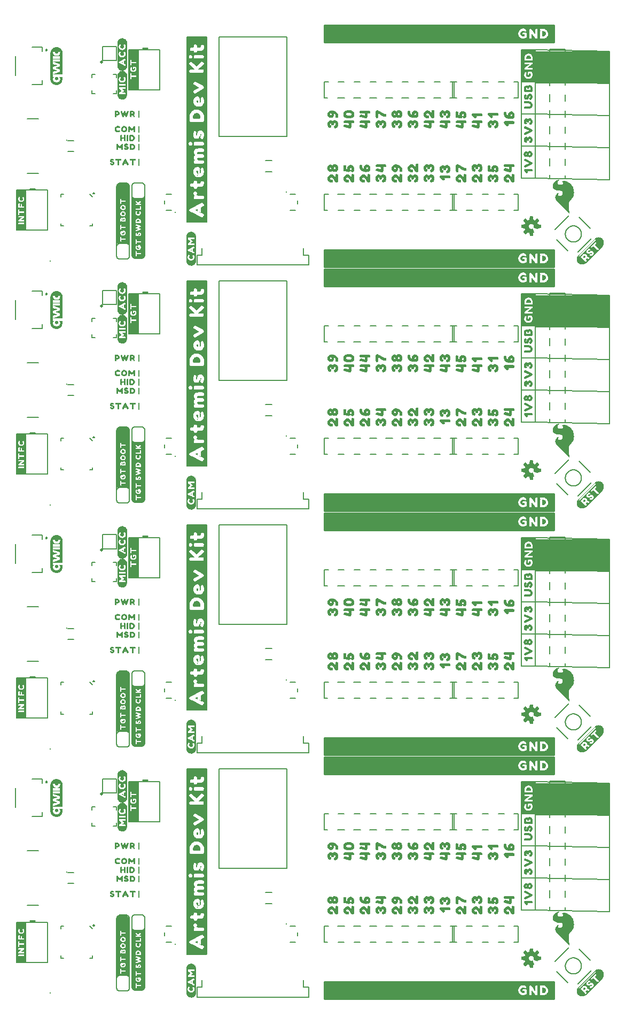
<source format=gto>
G04 EAGLE Gerber RS-274X export*
G75*
%MOMM*%
%FSLAX34Y34*%
%LPD*%
%INSilkscreen Top*%
%IPPOS*%
%AMOC8*
5,1,8,0,0,1.08239X$1,22.5*%
G01*
%ADD10R,30.480000X2.540000*%
%ADD11C,0.203200*%
%ADD12C,0.406400*%
%ADD13C,0.127000*%
%ADD14R,11.906250X5.080000*%
%ADD15R,0.317500X5.080000*%
%ADD16R,1.524000X1.143000*%
%ADD17R,1.524000X1.397000*%
%ADD18R,1.524000X0.635000*%
%ADD19R,1.397000X0.635000*%
%ADD20R,0.508000X9.398000*%
%ADD21R,1.524000X2.159000*%
%ADD22R,1.651000X0.127000*%
%ADD23R,0.508000X9.271000*%
%ADD24C,0.300000*%
%ADD25C,0.152400*%
%ADD26C,0.254000*%
%ADD27C,0.508000*%
%ADD28C,0.254000*%
%ADD29C,0.323106*%
%ADD30C,0.177800*%

G36*
X307832Y841245D02*
X307832Y841245D01*
X307843Y841247D01*
X308443Y842347D01*
X308441Y842364D01*
X308449Y842371D01*
X308449Y1134971D01*
X308438Y1134986D01*
X308442Y1134996D01*
X307842Y1135996D01*
X307808Y1136010D01*
X307800Y1136020D01*
X276900Y1136020D01*
X276888Y1136011D01*
X276880Y1136016D01*
X275780Y1135516D01*
X275759Y1135477D01*
X275751Y1135471D01*
X275751Y849471D01*
X275758Y849461D01*
X275755Y849450D01*
X275769Y849447D01*
X275786Y849424D01*
X275768Y849408D01*
X275762Y849379D01*
X275751Y849371D01*
X275751Y841871D01*
X275775Y841839D01*
X275776Y841828D01*
X276876Y841228D01*
X276894Y841230D01*
X276900Y841222D01*
X307800Y841222D01*
X307832Y841245D01*
G37*
G36*
X307832Y1227325D02*
X307832Y1227325D01*
X307843Y1227327D01*
X308443Y1228427D01*
X308441Y1228444D01*
X308449Y1228451D01*
X308449Y1521051D01*
X308438Y1521066D01*
X308442Y1521076D01*
X307842Y1522076D01*
X307808Y1522090D01*
X307800Y1522100D01*
X276900Y1522100D01*
X276888Y1522091D01*
X276880Y1522096D01*
X275780Y1521596D01*
X275759Y1521557D01*
X275751Y1521551D01*
X275751Y1235551D01*
X275758Y1235541D01*
X275755Y1235530D01*
X275769Y1235527D01*
X275786Y1235504D01*
X275768Y1235488D01*
X275762Y1235459D01*
X275751Y1235451D01*
X275751Y1227951D01*
X275775Y1227919D01*
X275776Y1227908D01*
X276876Y1227308D01*
X276894Y1227310D01*
X276900Y1227302D01*
X307800Y1227302D01*
X307832Y1227325D01*
G37*
G36*
X307832Y455140D02*
X307832Y455140D01*
X307843Y455142D01*
X308443Y456242D01*
X308441Y456259D01*
X308449Y456265D01*
X308449Y748865D01*
X308438Y748880D01*
X308442Y748891D01*
X307842Y749891D01*
X307808Y749905D01*
X307800Y749915D01*
X276900Y749915D01*
X276888Y749906D01*
X276880Y749910D01*
X275780Y749410D01*
X275759Y749371D01*
X275751Y749365D01*
X275751Y463365D01*
X275758Y463356D01*
X275755Y463345D01*
X275769Y463342D01*
X275786Y463319D01*
X275768Y463303D01*
X275762Y463274D01*
X275751Y463265D01*
X275751Y455765D01*
X275775Y455734D01*
X275776Y455722D01*
X276876Y455122D01*
X276894Y455125D01*
X276900Y455116D01*
X307800Y455116D01*
X307832Y455140D01*
G37*
G36*
X307832Y69035D02*
X307832Y69035D01*
X307843Y69036D01*
X308443Y70136D01*
X308441Y70154D01*
X308449Y70160D01*
X308449Y362760D01*
X308438Y362775D01*
X308442Y362785D01*
X307842Y363785D01*
X307808Y363799D01*
X307800Y363809D01*
X276900Y363809D01*
X276888Y363800D01*
X276880Y363805D01*
X275780Y363305D01*
X275759Y363266D01*
X275751Y363260D01*
X275751Y77260D01*
X275758Y77251D01*
X275755Y77239D01*
X275769Y77236D01*
X275786Y77213D01*
X275768Y77197D01*
X275762Y77168D01*
X275751Y77160D01*
X275751Y69660D01*
X275775Y69628D01*
X275776Y69617D01*
X276876Y69017D01*
X276894Y69019D01*
X276900Y69011D01*
X307800Y69011D01*
X307832Y69035D01*
G37*
G36*
X856984Y1515458D02*
X856984Y1515458D01*
X857029Y1515471D01*
X857032Y1515477D01*
X857040Y1515480D01*
X857089Y1515576D01*
X857086Y1515585D01*
X857089Y1515591D01*
X857089Y1537591D01*
X857072Y1537635D01*
X857060Y1537680D01*
X857054Y1537683D01*
X857051Y1537691D01*
X856955Y1537739D01*
X856946Y1537737D01*
X856940Y1537740D01*
X795440Y1537740D01*
X795396Y1537723D01*
X795351Y1537711D01*
X795348Y1537705D01*
X795340Y1537701D01*
X795291Y1537605D01*
X795294Y1537597D01*
X795291Y1537591D01*
X795291Y1515691D01*
X795305Y1515654D01*
X795312Y1515614D01*
X795323Y1515607D01*
X795329Y1515591D01*
X795425Y1515543D01*
X795425Y1515542D01*
X796425Y1515442D01*
X796434Y1515445D01*
X796440Y1515442D01*
X856940Y1515442D01*
X856984Y1515458D01*
G37*
G36*
X856984Y387673D02*
X856984Y387673D01*
X857029Y387686D01*
X857032Y387692D01*
X857040Y387695D01*
X857089Y387791D01*
X857086Y387799D01*
X857089Y387805D01*
X857089Y409805D01*
X857072Y409849D01*
X857060Y409894D01*
X857054Y409897D01*
X857051Y409906D01*
X856955Y409954D01*
X856946Y409952D01*
X856940Y409955D01*
X795440Y409955D01*
X795396Y409938D01*
X795351Y409925D01*
X795348Y409919D01*
X795340Y409916D01*
X795291Y409820D01*
X795294Y409812D01*
X795291Y409805D01*
X795291Y387905D01*
X795305Y387868D01*
X795312Y387829D01*
X795323Y387822D01*
X795329Y387805D01*
X795425Y387757D01*
X796425Y387657D01*
X796434Y387659D01*
X796440Y387656D01*
X856940Y387656D01*
X856984Y387673D01*
G37*
G36*
X856984Y743273D02*
X856984Y743273D01*
X857029Y743286D01*
X857032Y743292D01*
X857040Y743295D01*
X857089Y743391D01*
X857086Y743399D01*
X857089Y743405D01*
X857089Y765405D01*
X857072Y765449D01*
X857060Y765494D01*
X857054Y765497D01*
X857051Y765506D01*
X856955Y765554D01*
X856946Y765552D01*
X856940Y765555D01*
X795440Y765555D01*
X795396Y765538D01*
X795351Y765525D01*
X795348Y765519D01*
X795340Y765516D01*
X795291Y765420D01*
X795294Y765412D01*
X795291Y765405D01*
X795291Y743505D01*
X795305Y743468D01*
X795312Y743429D01*
X795323Y743422D01*
X795329Y743405D01*
X795425Y743357D01*
X796425Y743257D01*
X796434Y743259D01*
X796440Y743256D01*
X856940Y743256D01*
X856984Y743273D01*
G37*
G36*
X856984Y773778D02*
X856984Y773778D01*
X857029Y773791D01*
X857032Y773797D01*
X857040Y773800D01*
X857089Y773896D01*
X857086Y773905D01*
X857089Y773911D01*
X857089Y795911D01*
X857072Y795955D01*
X857060Y796000D01*
X857054Y796003D01*
X857051Y796011D01*
X856955Y796059D01*
X856946Y796057D01*
X856940Y796060D01*
X795440Y796060D01*
X795396Y796043D01*
X795351Y796031D01*
X795348Y796025D01*
X795340Y796021D01*
X795291Y795925D01*
X795294Y795917D01*
X795291Y795911D01*
X795291Y774011D01*
X795305Y773974D01*
X795312Y773934D01*
X795323Y773927D01*
X795329Y773911D01*
X795425Y773863D01*
X795425Y773862D01*
X796425Y773762D01*
X796434Y773765D01*
X796440Y773762D01*
X856940Y773762D01*
X856984Y773778D01*
G37*
G36*
X856984Y1159858D02*
X856984Y1159858D01*
X857029Y1159871D01*
X857032Y1159877D01*
X857040Y1159880D01*
X857089Y1159976D01*
X857086Y1159985D01*
X857089Y1159991D01*
X857089Y1181991D01*
X857072Y1182035D01*
X857060Y1182080D01*
X857054Y1182083D01*
X857051Y1182091D01*
X856955Y1182139D01*
X856946Y1182137D01*
X856940Y1182140D01*
X795440Y1182140D01*
X795396Y1182123D01*
X795351Y1182111D01*
X795348Y1182105D01*
X795340Y1182101D01*
X795291Y1182005D01*
X795294Y1181997D01*
X795291Y1181991D01*
X795291Y1160091D01*
X795305Y1160054D01*
X795312Y1160014D01*
X795323Y1160007D01*
X795329Y1159991D01*
X795425Y1159943D01*
X795425Y1159942D01*
X796425Y1159842D01*
X796434Y1159845D01*
X796440Y1159842D01*
X856940Y1159842D01*
X856984Y1159858D01*
G37*
G36*
X856984Y1568D02*
X856984Y1568D01*
X857029Y1580D01*
X857032Y1586D01*
X857040Y1589D01*
X857089Y1685D01*
X857086Y1694D01*
X857089Y1700D01*
X857089Y23700D01*
X857072Y23744D01*
X857060Y23789D01*
X857054Y23792D01*
X857051Y23800D01*
X856955Y23849D01*
X856946Y23846D01*
X856940Y23849D01*
X795440Y23849D01*
X795396Y23832D01*
X795351Y23820D01*
X795348Y23814D01*
X795340Y23811D01*
X795291Y23715D01*
X795294Y23706D01*
X795291Y23700D01*
X795291Y1800D01*
X795305Y1763D01*
X795312Y1723D01*
X795323Y1716D01*
X795329Y1700D01*
X795425Y1652D01*
X795425Y1651D01*
X796425Y1552D01*
X796434Y1554D01*
X796440Y1551D01*
X856940Y1551D01*
X856984Y1568D01*
G37*
G36*
X856984Y357168D02*
X856984Y357168D01*
X857029Y357180D01*
X857032Y357186D01*
X857040Y357189D01*
X857089Y357285D01*
X857086Y357294D01*
X857089Y357300D01*
X857089Y379300D01*
X857072Y379344D01*
X857060Y379389D01*
X857054Y379392D01*
X857051Y379400D01*
X856955Y379449D01*
X856946Y379446D01*
X856940Y379449D01*
X795440Y379449D01*
X795396Y379432D01*
X795351Y379420D01*
X795348Y379414D01*
X795340Y379411D01*
X795291Y379315D01*
X795294Y379306D01*
X795291Y379300D01*
X795291Y357400D01*
X795305Y357363D01*
X795312Y357323D01*
X795323Y357316D01*
X795329Y357300D01*
X795425Y357252D01*
X795425Y357251D01*
X796425Y357152D01*
X796434Y357154D01*
X796440Y357151D01*
X856940Y357151D01*
X856984Y357168D01*
G37*
G36*
X856984Y1129378D02*
X856984Y1129378D01*
X857029Y1129391D01*
X857032Y1129397D01*
X857040Y1129400D01*
X857089Y1129496D01*
X857086Y1129505D01*
X857089Y1129511D01*
X857089Y1151511D01*
X857072Y1151555D01*
X857060Y1151600D01*
X857054Y1151603D01*
X857051Y1151611D01*
X856955Y1151659D01*
X856946Y1151657D01*
X856940Y1151660D01*
X795440Y1151660D01*
X795396Y1151643D01*
X795351Y1151631D01*
X795348Y1151625D01*
X795340Y1151621D01*
X795291Y1151525D01*
X795294Y1151517D01*
X795291Y1151511D01*
X795291Y1129611D01*
X795305Y1129574D01*
X795312Y1129534D01*
X795323Y1129527D01*
X795329Y1129511D01*
X795425Y1129463D01*
X795425Y1129462D01*
X796425Y1129362D01*
X796434Y1129365D01*
X796440Y1129362D01*
X856940Y1129362D01*
X856984Y1129378D01*
G37*
G36*
X205337Y1171438D02*
X205337Y1171438D01*
X205332Y1171445D01*
X205339Y1171451D01*
X205339Y1266251D01*
X205303Y1266298D01*
X205296Y1266292D01*
X205290Y1266300D01*
X193490Y1266300D01*
X193443Y1266264D01*
X193448Y1266257D01*
X193441Y1266251D01*
X193441Y1171451D01*
X193477Y1171403D01*
X193484Y1171409D01*
X193490Y1171402D01*
X205290Y1171402D01*
X205337Y1171438D01*
G37*
G36*
X205337Y13147D02*
X205337Y13147D01*
X205332Y13154D01*
X205339Y13160D01*
X205339Y107960D01*
X205303Y108007D01*
X205296Y108002D01*
X205290Y108009D01*
X193490Y108009D01*
X193443Y107973D01*
X193448Y107966D01*
X193441Y107960D01*
X193441Y13160D01*
X193477Y13113D01*
X193484Y13118D01*
X193490Y13111D01*
X205290Y13111D01*
X205337Y13147D01*
G37*
G36*
X205337Y399252D02*
X205337Y399252D01*
X205332Y399260D01*
X205339Y399265D01*
X205339Y494065D01*
X205303Y494113D01*
X205296Y494107D01*
X205290Y494115D01*
X193490Y494115D01*
X193443Y494079D01*
X193448Y494071D01*
X193441Y494065D01*
X193441Y399265D01*
X193477Y399218D01*
X193484Y399224D01*
X193490Y399216D01*
X205290Y399216D01*
X205337Y399252D01*
G37*
G36*
X205337Y785358D02*
X205337Y785358D01*
X205332Y785365D01*
X205339Y785371D01*
X205339Y880171D01*
X205303Y880218D01*
X205296Y880212D01*
X205290Y880220D01*
X193490Y880220D01*
X193443Y880184D01*
X193448Y880177D01*
X193441Y880171D01*
X193441Y785371D01*
X193477Y785323D01*
X193484Y785329D01*
X193490Y785322D01*
X205290Y785322D01*
X205337Y785358D01*
G37*
G36*
X827224Y677693D02*
X827224Y677693D01*
X827269Y677706D01*
X827272Y677712D01*
X827280Y677715D01*
X827329Y677811D01*
X827326Y677819D01*
X827329Y677825D01*
X827329Y729825D01*
X827312Y729869D01*
X827300Y729914D01*
X827294Y729917D01*
X827291Y729926D01*
X827195Y729974D01*
X827186Y729972D01*
X827180Y729975D01*
X808580Y729975D01*
X808536Y729958D01*
X808491Y729945D01*
X808488Y729939D01*
X808480Y729936D01*
X808431Y729840D01*
X808434Y729832D01*
X808431Y729825D01*
X808431Y682525D01*
X808444Y682490D01*
X808446Y682476D01*
X808434Y682459D01*
X808437Y682439D01*
X808431Y682425D01*
X808431Y677825D01*
X808448Y677782D01*
X808460Y677737D01*
X808466Y677733D01*
X808469Y677725D01*
X808565Y677677D01*
X808574Y677679D01*
X808580Y677676D01*
X827180Y677676D01*
X827224Y677693D01*
G37*
G36*
X827224Y1063798D02*
X827224Y1063798D01*
X827269Y1063811D01*
X827272Y1063817D01*
X827280Y1063820D01*
X827329Y1063916D01*
X827326Y1063925D01*
X827329Y1063931D01*
X827329Y1115931D01*
X827312Y1115975D01*
X827300Y1116020D01*
X827294Y1116023D01*
X827291Y1116031D01*
X827195Y1116079D01*
X827186Y1116077D01*
X827180Y1116080D01*
X808580Y1116080D01*
X808536Y1116063D01*
X808491Y1116051D01*
X808488Y1116045D01*
X808480Y1116041D01*
X808431Y1115945D01*
X808434Y1115937D01*
X808431Y1115931D01*
X808431Y1068631D01*
X808444Y1068596D01*
X808446Y1068582D01*
X808434Y1068564D01*
X808437Y1068544D01*
X808431Y1068531D01*
X808431Y1063931D01*
X808448Y1063887D01*
X808460Y1063842D01*
X808466Y1063839D01*
X808469Y1063831D01*
X808565Y1063782D01*
X808574Y1063785D01*
X808580Y1063782D01*
X827180Y1063782D01*
X827224Y1063798D01*
G37*
G36*
X827224Y1449878D02*
X827224Y1449878D01*
X827269Y1449891D01*
X827272Y1449897D01*
X827280Y1449900D01*
X827329Y1449996D01*
X827326Y1450005D01*
X827329Y1450011D01*
X827329Y1502011D01*
X827312Y1502055D01*
X827300Y1502100D01*
X827294Y1502103D01*
X827291Y1502111D01*
X827195Y1502159D01*
X827186Y1502157D01*
X827180Y1502160D01*
X808580Y1502160D01*
X808536Y1502143D01*
X808491Y1502131D01*
X808488Y1502125D01*
X808480Y1502121D01*
X808431Y1502025D01*
X808434Y1502017D01*
X808431Y1502011D01*
X808431Y1454711D01*
X808444Y1454676D01*
X808446Y1454662D01*
X808434Y1454644D01*
X808437Y1454624D01*
X808431Y1454611D01*
X808431Y1450011D01*
X808448Y1449967D01*
X808460Y1449922D01*
X808466Y1449919D01*
X808469Y1449911D01*
X808565Y1449862D01*
X808574Y1449865D01*
X808580Y1449862D01*
X827180Y1449862D01*
X827224Y1449878D01*
G37*
G36*
X827224Y291588D02*
X827224Y291588D01*
X827269Y291600D01*
X827272Y291606D01*
X827280Y291609D01*
X827329Y291705D01*
X827326Y291714D01*
X827329Y291720D01*
X827329Y343720D01*
X827312Y343764D01*
X827300Y343809D01*
X827294Y343812D01*
X827291Y343820D01*
X827195Y343869D01*
X827186Y343866D01*
X827180Y343869D01*
X808580Y343869D01*
X808536Y343852D01*
X808491Y343840D01*
X808488Y343834D01*
X808480Y343831D01*
X808431Y343735D01*
X808434Y343726D01*
X808431Y343720D01*
X808431Y296420D01*
X808444Y296385D01*
X808446Y296371D01*
X808434Y296353D01*
X808437Y296333D01*
X808431Y296320D01*
X808431Y291720D01*
X808448Y291676D01*
X808460Y291631D01*
X808466Y291628D01*
X808469Y291620D01*
X808565Y291571D01*
X808574Y291574D01*
X808580Y291571D01*
X827180Y291571D01*
X827224Y291588D01*
G37*
G36*
X882304Y84182D02*
X882304Y84182D01*
X882305Y84182D01*
X882385Y84213D01*
X882465Y84243D01*
X882466Y84244D01*
X882467Y84244D01*
X882525Y84307D01*
X882584Y84370D01*
X882584Y84371D01*
X882609Y84454D01*
X882633Y84536D01*
X882633Y84537D01*
X882632Y84544D01*
X882615Y84679D01*
X882563Y84833D01*
X882563Y85337D01*
X882560Y85350D01*
X882562Y85366D01*
X882492Y86285D01*
X882489Y86293D01*
X882490Y86303D01*
X882350Y87421D01*
X882280Y88751D01*
X882278Y88757D01*
X882279Y88765D01*
X882138Y90312D01*
X882068Y91930D01*
X881997Y93695D01*
X881927Y95604D01*
X881925Y95612D01*
X881926Y95622D01*
X881786Y97303D01*
X881786Y98833D01*
X881855Y100143D01*
X882057Y101288D01*
X882458Y102357D01*
X882983Y103277D01*
X885705Y105998D01*
X885716Y106016D01*
X885736Y106034D01*
X887221Y107943D01*
X887231Y107964D01*
X887251Y107988D01*
X888382Y109968D01*
X888390Y109992D01*
X888408Y110022D01*
X889185Y112072D01*
X889189Y112095D01*
X889201Y112123D01*
X889696Y114315D01*
X889696Y114331D01*
X889702Y114349D01*
X889985Y116470D01*
X889982Y116497D01*
X889988Y116533D01*
X889917Y118725D01*
X889913Y118740D01*
X889914Y118760D01*
X889632Y121022D01*
X889621Y121050D01*
X889616Y121091D01*
X888343Y125051D01*
X888327Y125079D01*
X888312Y125122D01*
X886474Y128375D01*
X886451Y128399D01*
X886427Y128441D01*
X884093Y131057D01*
X884067Y131076D01*
X884035Y131110D01*
X881348Y133090D01*
X881320Y133102D01*
X881285Y133127D01*
X878598Y134400D01*
X878574Y134406D01*
X878544Y134421D01*
X875928Y135199D01*
X875889Y135201D01*
X875819Y135215D01*
X873415Y135215D01*
X873381Y135207D01*
X873330Y135205D01*
X871491Y134781D01*
X871429Y134750D01*
X871364Y134725D01*
X871352Y134712D01*
X871336Y134704D01*
X871293Y134649D01*
X871246Y134598D01*
X871241Y134581D01*
X871230Y134567D01*
X871217Y134499D01*
X871197Y134432D01*
X871200Y134414D01*
X871196Y134397D01*
X871215Y134330D01*
X871227Y134261D01*
X871238Y134245D01*
X871242Y134230D01*
X871268Y134200D01*
X871308Y134141D01*
X871732Y133717D01*
X871759Y133700D01*
X871790Y133669D01*
X872156Y133425D01*
X872781Y132551D01*
X872893Y132101D01*
X872893Y131514D01*
X872667Y130947D01*
X872265Y130545D01*
X871069Y129881D01*
X870282Y129618D01*
X868632Y129343D01*
X867744Y129275D01*
X867094Y129275D01*
X866217Y129477D01*
X866212Y129477D01*
X866206Y129480D01*
X865557Y129609D01*
X864992Y129924D01*
X864566Y130228D01*
X864273Y130638D01*
X864083Y131080D01*
X863889Y131664D01*
X863826Y132227D01*
X863892Y133205D01*
X864146Y133968D01*
X864535Y134617D01*
X865072Y135288D01*
X865943Y136159D01*
X866257Y136347D01*
X866283Y136372D01*
X866330Y136404D01*
X866401Y136475D01*
X866434Y136528D01*
X866474Y136577D01*
X866479Y136601D01*
X866492Y136622D01*
X866498Y136685D01*
X866512Y136746D01*
X866506Y136770D01*
X866509Y136794D01*
X866486Y136853D01*
X866472Y136914D01*
X866456Y136933D01*
X866447Y136956D01*
X866401Y136999D01*
X866361Y137047D01*
X866338Y137057D01*
X866320Y137074D01*
X866260Y137092D01*
X866202Y137117D01*
X866174Y137117D01*
X866154Y137123D01*
X866117Y137117D01*
X866057Y137116D01*
X865709Y137047D01*
X864867Y136906D01*
X864853Y136900D01*
X864833Y136899D01*
X863489Y136546D01*
X863468Y136534D01*
X863436Y136527D01*
X861952Y135891D01*
X861937Y135880D01*
X861914Y135873D01*
X860288Y134953D01*
X860263Y134930D01*
X860220Y134904D01*
X858735Y133561D01*
X858713Y133529D01*
X858668Y133481D01*
X857466Y131572D01*
X857454Y131537D01*
X857425Y131484D01*
X856647Y129009D01*
X856645Y128976D01*
X856632Y128931D01*
X856420Y126739D01*
X856425Y126701D01*
X856424Y126633D01*
X856778Y124724D01*
X856793Y124689D01*
X856809Y124629D01*
X857586Y123003D01*
X857608Y122976D01*
X857660Y122898D01*
X858863Y121696D01*
X858896Y121676D01*
X858949Y121631D01*
X860505Y120783D01*
X860533Y120775D01*
X860567Y120756D01*
X862476Y120119D01*
X862506Y120117D01*
X862546Y120103D01*
X864667Y119820D01*
X864689Y119823D01*
X864718Y119817D01*
X867108Y119817D01*
X869022Y119680D01*
X870448Y119162D01*
X871338Y118272D01*
X871908Y117194D01*
X871972Y115982D01*
X871710Y114673D01*
X871058Y113499D01*
X870000Y112441D01*
X869063Y111906D01*
X868291Y111520D01*
X867461Y111456D01*
X866688Y111456D01*
X866144Y111637D01*
X865585Y111948D01*
X865172Y112362D01*
X864944Y112817D01*
X864886Y113224D01*
X864886Y113741D01*
X864953Y114351D01*
X865016Y114790D01*
X865209Y115239D01*
X865211Y115253D01*
X865220Y115269D01*
X865432Y115905D01*
X865435Y115943D01*
X865451Y116025D01*
X865451Y116167D01*
X865446Y116192D01*
X865448Y116218D01*
X865426Y116275D01*
X865412Y116335D01*
X865395Y116355D01*
X865386Y116379D01*
X865341Y116421D01*
X865302Y116469D01*
X865278Y116480D01*
X865259Y116497D01*
X865200Y116515D01*
X865144Y116540D01*
X865118Y116539D01*
X865093Y116546D01*
X865032Y116536D01*
X864970Y116533D01*
X864948Y116521D01*
X864922Y116517D01*
X864851Y116468D01*
X864818Y116451D01*
X864812Y116443D01*
X864802Y116436D01*
X864775Y116409D01*
X864557Y116300D01*
X864073Y116092D01*
X864060Y116083D01*
X864050Y116080D01*
X864030Y116064D01*
X863994Y116047D01*
X863429Y115622D01*
X863414Y115604D01*
X863388Y115587D01*
X862115Y114314D01*
X862099Y114288D01*
X862068Y114256D01*
X861502Y113408D01*
X861498Y113397D01*
X861488Y113386D01*
X860923Y112396D01*
X860917Y112377D01*
X860903Y112357D01*
X860479Y111367D01*
X860473Y111335D01*
X860456Y111292D01*
X860243Y110231D01*
X860245Y110200D01*
X860236Y110156D01*
X860236Y109025D01*
X860241Y109005D01*
X860239Y108978D01*
X860380Y107846D01*
X860390Y107822D01*
X860393Y107786D01*
X860747Y106584D01*
X860763Y106555D01*
X860779Y106507D01*
X861486Y105234D01*
X861503Y105215D01*
X861518Y105185D01*
X862508Y103913D01*
X862518Y103905D01*
X862526Y103892D01*
X862699Y103699D01*
X863726Y102558D01*
X863799Y102477D01*
X863806Y102472D01*
X863812Y102463D01*
X881985Y84290D01*
X882060Y84244D01*
X882131Y84199D01*
X882132Y84199D01*
X882220Y84190D01*
X882303Y84182D01*
X882304Y84182D01*
G37*
G36*
X882304Y470288D02*
X882304Y470288D01*
X882305Y470288D01*
X882385Y470318D01*
X882465Y470348D01*
X882466Y470349D01*
X882467Y470349D01*
X882525Y470412D01*
X882584Y470475D01*
X882584Y470476D01*
X882609Y470560D01*
X882633Y470641D01*
X882633Y470642D01*
X882633Y470643D01*
X882632Y470649D01*
X882615Y470785D01*
X882563Y470938D01*
X882563Y471442D01*
X882560Y471455D01*
X882562Y471471D01*
X882492Y472391D01*
X882489Y472399D01*
X882490Y472409D01*
X882350Y473527D01*
X882280Y474856D01*
X882278Y474863D01*
X882279Y474871D01*
X882138Y476417D01*
X882068Y478035D01*
X881997Y479800D01*
X881927Y481709D01*
X881925Y481717D01*
X881926Y481727D01*
X881786Y483408D01*
X881786Y484938D01*
X881855Y486248D01*
X882057Y487393D01*
X882458Y488463D01*
X882983Y489382D01*
X885705Y492104D01*
X885716Y492122D01*
X885736Y492139D01*
X887221Y494048D01*
X887231Y494070D01*
X887251Y494093D01*
X888382Y496073D01*
X888390Y496098D01*
X888408Y496127D01*
X889185Y498178D01*
X889189Y498201D01*
X889201Y498229D01*
X889696Y500421D01*
X889696Y500436D01*
X889702Y500454D01*
X889985Y502575D01*
X889982Y502602D01*
X889988Y502638D01*
X889917Y504830D01*
X889913Y504845D01*
X889914Y504865D01*
X889632Y507128D01*
X889621Y507156D01*
X889616Y507197D01*
X888343Y511157D01*
X888327Y511184D01*
X888312Y511227D01*
X886474Y514480D01*
X886451Y514505D01*
X886427Y514546D01*
X884093Y517162D01*
X884067Y517181D01*
X884035Y517215D01*
X881348Y519195D01*
X881320Y519207D01*
X881285Y519233D01*
X878598Y520506D01*
X878574Y520511D01*
X878544Y520526D01*
X875928Y521304D01*
X875889Y521307D01*
X875819Y521320D01*
X873415Y521320D01*
X873381Y521312D01*
X873330Y521310D01*
X871491Y520886D01*
X871429Y520855D01*
X871364Y520831D01*
X871352Y520818D01*
X871336Y520810D01*
X871293Y520754D01*
X871246Y520704D01*
X871241Y520686D01*
X871230Y520672D01*
X871217Y520604D01*
X871197Y520537D01*
X871200Y520520D01*
X871196Y520502D01*
X871215Y520435D01*
X871227Y520367D01*
X871238Y520350D01*
X871242Y520335D01*
X871268Y520306D01*
X871308Y520247D01*
X871732Y519822D01*
X871759Y519806D01*
X871790Y519775D01*
X872156Y519531D01*
X872781Y518656D01*
X872893Y518206D01*
X872893Y517619D01*
X872667Y517052D01*
X872265Y516650D01*
X871069Y515986D01*
X870282Y515724D01*
X868632Y515449D01*
X867744Y515380D01*
X867094Y515380D01*
X866217Y515583D01*
X866212Y515583D01*
X866206Y515585D01*
X865557Y515715D01*
X864992Y516029D01*
X864566Y516333D01*
X864273Y516743D01*
X864083Y517186D01*
X863889Y517769D01*
X863826Y518332D01*
X863892Y519310D01*
X864146Y520073D01*
X864535Y520722D01*
X865072Y521393D01*
X865943Y522264D01*
X866257Y522452D01*
X866283Y522478D01*
X866330Y522509D01*
X866401Y522580D01*
X866434Y522634D01*
X866474Y522682D01*
X866479Y522706D01*
X866492Y522727D01*
X866498Y522790D01*
X866512Y522851D01*
X866506Y522875D01*
X866509Y522900D01*
X866486Y522959D01*
X866472Y523020D01*
X866456Y523039D01*
X866447Y523062D01*
X866401Y523104D01*
X866361Y523153D01*
X866338Y523163D01*
X866320Y523179D01*
X866260Y523197D01*
X866202Y523223D01*
X866174Y523223D01*
X866154Y523229D01*
X866117Y523222D01*
X866057Y523222D01*
X865709Y523152D01*
X864867Y523012D01*
X864853Y523006D01*
X864833Y523005D01*
X863489Y522651D01*
X863468Y522640D01*
X863436Y522633D01*
X861952Y521996D01*
X861937Y521985D01*
X861914Y521978D01*
X860288Y521059D01*
X860263Y521036D01*
X860220Y521010D01*
X858735Y519666D01*
X858713Y519634D01*
X858668Y519587D01*
X857466Y517678D01*
X857454Y517642D01*
X857425Y517589D01*
X856647Y515114D01*
X856645Y515081D01*
X856632Y515037D01*
X856420Y512845D01*
X856425Y512806D01*
X856424Y512739D01*
X856778Y510830D01*
X856793Y510795D01*
X856809Y510735D01*
X857586Y509108D01*
X857608Y509082D01*
X857660Y509004D01*
X858863Y507802D01*
X858896Y507781D01*
X858949Y507737D01*
X860505Y506888D01*
X860533Y506880D01*
X860567Y506861D01*
X862476Y506225D01*
X862506Y506222D01*
X862546Y506209D01*
X864667Y505926D01*
X864689Y505928D01*
X864718Y505922D01*
X867108Y505922D01*
X869022Y505786D01*
X870448Y505267D01*
X871338Y504377D01*
X871908Y503300D01*
X871972Y502088D01*
X871710Y500779D01*
X871058Y499604D01*
X870000Y498547D01*
X869063Y498011D01*
X868291Y497625D01*
X867461Y497561D01*
X866688Y497561D01*
X866144Y497743D01*
X865585Y498053D01*
X865172Y498467D01*
X864944Y498922D01*
X864886Y499329D01*
X864886Y499847D01*
X864953Y500457D01*
X865016Y500896D01*
X865209Y501345D01*
X865211Y501359D01*
X865220Y501374D01*
X865432Y502010D01*
X865435Y502048D01*
X865451Y502131D01*
X865451Y502272D01*
X865446Y502297D01*
X865448Y502323D01*
X865426Y502381D01*
X865412Y502441D01*
X865395Y502461D01*
X865386Y502485D01*
X865341Y502527D01*
X865302Y502575D01*
X865278Y502585D01*
X865259Y502603D01*
X865200Y502620D01*
X865144Y502645D01*
X865118Y502644D01*
X865093Y502652D01*
X865032Y502641D01*
X864970Y502639D01*
X864948Y502627D01*
X864922Y502622D01*
X864851Y502574D01*
X864818Y502556D01*
X864812Y502548D01*
X864802Y502541D01*
X864775Y502514D01*
X864557Y502405D01*
X864073Y502197D01*
X864060Y502188D01*
X864050Y502186D01*
X864030Y502169D01*
X863994Y502152D01*
X863429Y501728D01*
X863414Y501710D01*
X863388Y501693D01*
X862115Y500420D01*
X862099Y500393D01*
X862068Y500362D01*
X861502Y499513D01*
X861498Y499502D01*
X861488Y499491D01*
X860923Y498501D01*
X860917Y498483D01*
X860903Y498462D01*
X860479Y497472D01*
X860473Y497440D01*
X860456Y497397D01*
X860243Y496336D01*
X860245Y496305D01*
X860236Y496262D01*
X860236Y495130D01*
X860241Y495110D01*
X860239Y495083D01*
X860380Y493952D01*
X860390Y493927D01*
X860393Y493892D01*
X860747Y492690D01*
X860763Y492660D01*
X860779Y492612D01*
X861486Y491339D01*
X861503Y491321D01*
X861518Y491291D01*
X862508Y490018D01*
X862518Y490010D01*
X862526Y489997D01*
X862699Y489804D01*
X863726Y488664D01*
X863799Y488583D01*
X863806Y488578D01*
X863812Y488568D01*
X881985Y470396D01*
X882060Y470349D01*
X882131Y470305D01*
X882132Y470304D01*
X882220Y470296D01*
X882303Y470287D01*
X882304Y470288D01*
G37*
G36*
X882304Y1242473D02*
X882304Y1242473D01*
X882305Y1242473D01*
X882385Y1242504D01*
X882465Y1242534D01*
X882466Y1242534D01*
X882467Y1242535D01*
X882525Y1242598D01*
X882584Y1242660D01*
X882584Y1242661D01*
X882584Y1242662D01*
X882609Y1242745D01*
X882633Y1242826D01*
X882633Y1242827D01*
X882633Y1242828D01*
X882632Y1242835D01*
X882615Y1242970D01*
X882563Y1243124D01*
X882563Y1243628D01*
X882560Y1243641D01*
X882562Y1243657D01*
X882492Y1244576D01*
X882489Y1244584D01*
X882490Y1244594D01*
X882350Y1245712D01*
X882280Y1247042D01*
X882278Y1247048D01*
X882279Y1247056D01*
X882138Y1248603D01*
X882068Y1250220D01*
X881997Y1251986D01*
X881927Y1253895D01*
X881925Y1253903D01*
X881926Y1253912D01*
X881786Y1255594D01*
X881786Y1257124D01*
X881855Y1258434D01*
X882057Y1259578D01*
X882458Y1260648D01*
X882983Y1261568D01*
X885705Y1264289D01*
X885716Y1264307D01*
X885736Y1264325D01*
X887221Y1266234D01*
X887231Y1266255D01*
X887251Y1266279D01*
X888382Y1268259D01*
X888390Y1268283D01*
X888408Y1268312D01*
X889185Y1270363D01*
X889189Y1270386D01*
X889201Y1270414D01*
X889696Y1272606D01*
X889696Y1272621D01*
X889702Y1272640D01*
X889985Y1274761D01*
X889982Y1274788D01*
X889988Y1274823D01*
X889917Y1277015D01*
X889913Y1277031D01*
X889914Y1277050D01*
X889632Y1279313D01*
X889621Y1279341D01*
X889616Y1279382D01*
X888343Y1283342D01*
X888327Y1283370D01*
X888312Y1283413D01*
X886474Y1286665D01*
X886451Y1286690D01*
X886427Y1286731D01*
X884093Y1289348D01*
X884067Y1289366D01*
X884035Y1289401D01*
X881348Y1291381D01*
X881320Y1291393D01*
X881285Y1291418D01*
X878598Y1292691D01*
X878574Y1292696D01*
X878544Y1292712D01*
X875928Y1293490D01*
X875889Y1293492D01*
X875819Y1293505D01*
X873415Y1293505D01*
X873381Y1293498D01*
X873330Y1293496D01*
X871491Y1293071D01*
X871429Y1293041D01*
X871364Y1293016D01*
X871352Y1293003D01*
X871336Y1292995D01*
X871293Y1292940D01*
X871246Y1292889D01*
X871241Y1292872D01*
X871230Y1292858D01*
X871217Y1292789D01*
X871197Y1292723D01*
X871200Y1292705D01*
X871196Y1292688D01*
X871215Y1292620D01*
X871227Y1292552D01*
X871238Y1292536D01*
X871242Y1292520D01*
X871268Y1292491D01*
X871308Y1292432D01*
X871732Y1292008D01*
X871759Y1291991D01*
X871790Y1291960D01*
X872156Y1291716D01*
X872781Y1290842D01*
X872893Y1290391D01*
X872893Y1289804D01*
X872667Y1289238D01*
X872265Y1288836D01*
X871069Y1288171D01*
X870282Y1287909D01*
X868632Y1287634D01*
X867744Y1287566D01*
X867094Y1287566D01*
X866217Y1287768D01*
X866212Y1287768D01*
X866206Y1287771D01*
X865557Y1287900D01*
X864992Y1288215D01*
X864566Y1288519D01*
X864273Y1288929D01*
X864083Y1289371D01*
X863889Y1289955D01*
X863826Y1290517D01*
X863892Y1291496D01*
X864146Y1292258D01*
X864535Y1292908D01*
X865072Y1293578D01*
X865943Y1294450D01*
X866257Y1294638D01*
X866283Y1294663D01*
X866330Y1294695D01*
X866401Y1294766D01*
X866434Y1294819D01*
X866474Y1294868D01*
X866479Y1294892D01*
X866492Y1294913D01*
X866498Y1294975D01*
X866512Y1295037D01*
X866506Y1295061D01*
X866509Y1295085D01*
X866486Y1295144D01*
X866472Y1295205D01*
X866456Y1295224D01*
X866447Y1295247D01*
X866401Y1295290D01*
X866361Y1295338D01*
X866338Y1295348D01*
X866320Y1295365D01*
X866260Y1295383D01*
X866202Y1295408D01*
X866174Y1295408D01*
X866154Y1295414D01*
X866117Y1295408D01*
X866057Y1295407D01*
X865709Y1295338D01*
X864867Y1295197D01*
X864853Y1295191D01*
X864833Y1295190D01*
X863489Y1294836D01*
X863468Y1294825D01*
X863436Y1294818D01*
X861952Y1294182D01*
X861937Y1294171D01*
X861914Y1294163D01*
X860288Y1293244D01*
X860263Y1293221D01*
X860220Y1293195D01*
X858735Y1291852D01*
X858713Y1291820D01*
X858668Y1291772D01*
X857466Y1289863D01*
X857454Y1289827D01*
X857425Y1289774D01*
X856647Y1287299D01*
X856645Y1287267D01*
X856632Y1287222D01*
X856420Y1285030D01*
X856425Y1284992D01*
X856424Y1284924D01*
X856778Y1283015D01*
X856793Y1282980D01*
X856809Y1282920D01*
X857586Y1281294D01*
X857608Y1281267D01*
X857660Y1281189D01*
X858863Y1279987D01*
X858896Y1279966D01*
X858949Y1279922D01*
X860505Y1279074D01*
X860533Y1279066D01*
X860567Y1279047D01*
X862476Y1278410D01*
X862506Y1278407D01*
X862546Y1278394D01*
X864667Y1278111D01*
X864689Y1278113D01*
X864718Y1278108D01*
X867108Y1278108D01*
X869022Y1277971D01*
X870448Y1277452D01*
X871338Y1276563D01*
X871908Y1275485D01*
X871972Y1274273D01*
X871710Y1272964D01*
X871058Y1271790D01*
X870000Y1270732D01*
X869063Y1270197D01*
X868291Y1269811D01*
X867461Y1269747D01*
X866688Y1269747D01*
X866144Y1269928D01*
X865585Y1270239D01*
X865172Y1270652D01*
X864944Y1271108D01*
X864886Y1271515D01*
X864886Y1272032D01*
X864953Y1272642D01*
X865016Y1273081D01*
X865209Y1273530D01*
X865211Y1273544D01*
X865220Y1273560D01*
X865432Y1274196D01*
X865435Y1274234D01*
X865451Y1274316D01*
X865451Y1274458D01*
X865446Y1274483D01*
X865448Y1274508D01*
X865426Y1274566D01*
X865412Y1274626D01*
X865395Y1274646D01*
X865386Y1274670D01*
X865341Y1274712D01*
X865302Y1274760D01*
X865278Y1274771D01*
X865259Y1274788D01*
X865200Y1274806D01*
X865144Y1274831D01*
X865118Y1274830D01*
X865093Y1274837D01*
X865032Y1274827D01*
X864970Y1274824D01*
X864948Y1274812D01*
X864922Y1274808D01*
X864851Y1274759D01*
X864818Y1274742D01*
X864812Y1274733D01*
X864802Y1274726D01*
X864775Y1274699D01*
X864557Y1274591D01*
X864073Y1274383D01*
X864060Y1274374D01*
X864050Y1274371D01*
X864030Y1274355D01*
X863994Y1274338D01*
X863429Y1273913D01*
X863414Y1273895D01*
X863388Y1273878D01*
X862115Y1272605D01*
X862099Y1272579D01*
X862068Y1272547D01*
X861502Y1271699D01*
X861498Y1271688D01*
X861488Y1271676D01*
X860923Y1270686D01*
X860917Y1270668D01*
X860903Y1270648D01*
X860479Y1269658D01*
X860473Y1269626D01*
X860456Y1269582D01*
X860243Y1268522D01*
X860245Y1268490D01*
X860236Y1268447D01*
X860236Y1267316D01*
X860241Y1267295D01*
X860239Y1267269D01*
X860380Y1266137D01*
X860390Y1266112D01*
X860393Y1266077D01*
X860747Y1264875D01*
X860763Y1264845D01*
X860779Y1264798D01*
X861486Y1263525D01*
X861503Y1263506D01*
X861518Y1263476D01*
X862508Y1262203D01*
X862518Y1262196D01*
X862526Y1262182D01*
X862699Y1261990D01*
X863726Y1260849D01*
X863799Y1260768D01*
X863806Y1260763D01*
X863812Y1260754D01*
X881985Y1242581D01*
X882060Y1242535D01*
X882131Y1242490D01*
X882132Y1242490D01*
X882220Y1242481D01*
X882303Y1242473D01*
X882304Y1242473D01*
G37*
G36*
X882304Y856393D02*
X882304Y856393D01*
X882305Y856393D01*
X882385Y856424D01*
X882465Y856454D01*
X882466Y856454D01*
X882467Y856455D01*
X882525Y856518D01*
X882584Y856580D01*
X882584Y856581D01*
X882584Y856582D01*
X882609Y856665D01*
X882633Y856746D01*
X882633Y856747D01*
X882633Y856748D01*
X882632Y856755D01*
X882615Y856890D01*
X882563Y857044D01*
X882563Y857548D01*
X882560Y857561D01*
X882562Y857577D01*
X882492Y858496D01*
X882489Y858504D01*
X882490Y858514D01*
X882350Y859632D01*
X882280Y860962D01*
X882278Y860968D01*
X882279Y860976D01*
X882138Y862523D01*
X882068Y864140D01*
X881997Y865906D01*
X881927Y867815D01*
X881925Y867823D01*
X881926Y867832D01*
X881786Y869514D01*
X881786Y871044D01*
X881855Y872354D01*
X882057Y873498D01*
X882458Y874568D01*
X882983Y875488D01*
X885705Y878209D01*
X885716Y878227D01*
X885736Y878245D01*
X887221Y880154D01*
X887231Y880175D01*
X887251Y880199D01*
X888382Y882179D01*
X888390Y882203D01*
X888408Y882232D01*
X889185Y884283D01*
X889189Y884306D01*
X889201Y884334D01*
X889696Y886526D01*
X889696Y886541D01*
X889702Y886560D01*
X889985Y888681D01*
X889982Y888708D01*
X889988Y888743D01*
X889917Y890935D01*
X889913Y890951D01*
X889914Y890970D01*
X889632Y893233D01*
X889621Y893261D01*
X889616Y893302D01*
X888343Y897262D01*
X888327Y897290D01*
X888312Y897333D01*
X886474Y900585D01*
X886451Y900610D01*
X886427Y900651D01*
X884093Y903268D01*
X884067Y903286D01*
X884035Y903321D01*
X881348Y905301D01*
X881320Y905313D01*
X881285Y905338D01*
X878598Y906611D01*
X878574Y906616D01*
X878544Y906632D01*
X875928Y907410D01*
X875889Y907412D01*
X875819Y907425D01*
X873415Y907425D01*
X873381Y907418D01*
X873330Y907416D01*
X871491Y906991D01*
X871429Y906961D01*
X871364Y906936D01*
X871352Y906923D01*
X871336Y906915D01*
X871293Y906860D01*
X871246Y906809D01*
X871241Y906792D01*
X871230Y906778D01*
X871217Y906709D01*
X871197Y906643D01*
X871200Y906625D01*
X871196Y906608D01*
X871215Y906540D01*
X871227Y906472D01*
X871238Y906456D01*
X871242Y906440D01*
X871268Y906411D01*
X871308Y906352D01*
X871732Y905928D01*
X871759Y905911D01*
X871790Y905880D01*
X872156Y905636D01*
X872781Y904762D01*
X872893Y904311D01*
X872893Y903724D01*
X872667Y903158D01*
X872265Y902756D01*
X871069Y902091D01*
X870282Y901829D01*
X868632Y901554D01*
X867744Y901486D01*
X867094Y901486D01*
X866217Y901688D01*
X866212Y901688D01*
X866206Y901691D01*
X865557Y901820D01*
X864992Y902135D01*
X864566Y902439D01*
X864273Y902849D01*
X864083Y903291D01*
X863889Y903875D01*
X863826Y904437D01*
X863892Y905416D01*
X864146Y906178D01*
X864535Y906828D01*
X865072Y907498D01*
X865943Y908370D01*
X866257Y908558D01*
X866283Y908583D01*
X866330Y908615D01*
X866401Y908686D01*
X866434Y908739D01*
X866474Y908788D01*
X866479Y908812D01*
X866492Y908833D01*
X866498Y908895D01*
X866512Y908957D01*
X866506Y908981D01*
X866509Y909005D01*
X866486Y909064D01*
X866472Y909125D01*
X866456Y909144D01*
X866447Y909167D01*
X866401Y909210D01*
X866361Y909258D01*
X866338Y909268D01*
X866320Y909285D01*
X866260Y909303D01*
X866202Y909328D01*
X866174Y909328D01*
X866154Y909334D01*
X866117Y909328D01*
X866057Y909327D01*
X865709Y909258D01*
X864867Y909117D01*
X864853Y909111D01*
X864833Y909110D01*
X863489Y908756D01*
X863468Y908745D01*
X863436Y908738D01*
X861952Y908102D01*
X861937Y908091D01*
X861914Y908083D01*
X860288Y907164D01*
X860263Y907141D01*
X860220Y907115D01*
X858735Y905772D01*
X858713Y905740D01*
X858668Y905692D01*
X857466Y903783D01*
X857454Y903747D01*
X857425Y903694D01*
X856647Y901219D01*
X856645Y901187D01*
X856632Y901142D01*
X856420Y898950D01*
X856425Y898912D01*
X856424Y898844D01*
X856778Y896935D01*
X856793Y896900D01*
X856809Y896840D01*
X857586Y895214D01*
X857608Y895187D01*
X857660Y895109D01*
X858863Y893907D01*
X858896Y893886D01*
X858949Y893842D01*
X860505Y892994D01*
X860533Y892986D01*
X860567Y892967D01*
X862476Y892330D01*
X862506Y892327D01*
X862546Y892314D01*
X864667Y892031D01*
X864689Y892033D01*
X864718Y892028D01*
X867108Y892028D01*
X869022Y891891D01*
X870448Y891372D01*
X871338Y890483D01*
X871908Y889405D01*
X871972Y888193D01*
X871710Y886884D01*
X871058Y885710D01*
X870000Y884652D01*
X869063Y884117D01*
X868291Y883731D01*
X867461Y883667D01*
X866688Y883667D01*
X866144Y883848D01*
X865585Y884159D01*
X865172Y884572D01*
X864944Y885028D01*
X864886Y885435D01*
X864886Y885952D01*
X864953Y886562D01*
X865016Y887001D01*
X865209Y887450D01*
X865211Y887464D01*
X865220Y887480D01*
X865432Y888116D01*
X865435Y888154D01*
X865451Y888236D01*
X865451Y888378D01*
X865446Y888403D01*
X865448Y888428D01*
X865426Y888486D01*
X865412Y888546D01*
X865395Y888566D01*
X865386Y888590D01*
X865341Y888632D01*
X865302Y888680D01*
X865278Y888691D01*
X865259Y888708D01*
X865200Y888726D01*
X865144Y888751D01*
X865118Y888750D01*
X865093Y888757D01*
X865032Y888747D01*
X864970Y888744D01*
X864948Y888732D01*
X864922Y888728D01*
X864851Y888679D01*
X864818Y888662D01*
X864812Y888653D01*
X864802Y888646D01*
X864775Y888619D01*
X864557Y888511D01*
X864073Y888303D01*
X864060Y888294D01*
X864050Y888291D01*
X864030Y888275D01*
X863994Y888258D01*
X863429Y887833D01*
X863414Y887815D01*
X863388Y887798D01*
X862115Y886525D01*
X862099Y886499D01*
X862068Y886467D01*
X861502Y885619D01*
X861498Y885608D01*
X861488Y885596D01*
X860923Y884606D01*
X860917Y884588D01*
X860903Y884568D01*
X860479Y883578D01*
X860473Y883546D01*
X860456Y883502D01*
X860243Y882442D01*
X860245Y882410D01*
X860236Y882367D01*
X860236Y881236D01*
X860241Y881215D01*
X860239Y881189D01*
X860380Y880057D01*
X860390Y880032D01*
X860393Y879997D01*
X860747Y878795D01*
X860763Y878765D01*
X860779Y878718D01*
X861486Y877445D01*
X861503Y877426D01*
X861518Y877396D01*
X862508Y876123D01*
X862518Y876116D01*
X862526Y876102D01*
X862699Y875910D01*
X863726Y874769D01*
X863799Y874688D01*
X863806Y874683D01*
X863812Y874674D01*
X881985Y856501D01*
X882060Y856455D01*
X882131Y856410D01*
X882132Y856410D01*
X882220Y856401D01*
X882303Y856393D01*
X882304Y856393D01*
G37*
G36*
X69668Y287120D02*
X69668Y287120D01*
X69673Y287121D01*
X69681Y287117D01*
X70111Y287127D01*
X70113Y287129D01*
X70116Y287128D01*
X70626Y287178D01*
X70627Y287178D01*
X71096Y287228D01*
X71486Y287268D01*
X71489Y287270D01*
X71493Y287269D01*
X71823Y287339D01*
X71824Y287340D01*
X71827Y287339D01*
X72487Y287519D01*
X72488Y287521D01*
X72490Y287520D01*
X73330Y287800D01*
X73331Y287802D01*
X73334Y287802D01*
X73874Y288022D01*
X73876Y288025D01*
X73880Y288025D01*
X74330Y288275D01*
X74830Y288545D01*
X75008Y288643D01*
X75018Y288638D01*
X75024Y288643D01*
X75032Y288641D01*
X75049Y288664D01*
X75052Y288666D01*
X75068Y288670D01*
X75548Y289030D01*
X75548Y289031D01*
X75550Y289032D01*
X75960Y289372D01*
X76700Y289992D01*
X76702Y289997D01*
X76709Y290000D01*
X77659Y291160D01*
X77659Y291162D01*
X77660Y291163D01*
X77830Y291393D01*
X77831Y291395D01*
X77834Y291397D01*
X78114Y291857D01*
X78114Y291859D01*
X78115Y291860D01*
X78335Y292270D01*
X78335Y292271D01*
X78515Y292610D01*
X78735Y292999D01*
X78733Y293021D01*
X78741Y293022D01*
X78744Y293034D01*
X78760Y293052D01*
X79350Y295052D01*
X79349Y295057D01*
X79352Y295064D01*
X79522Y296774D01*
X79521Y296776D01*
X79523Y296780D01*
X79523Y299840D01*
X79511Y299859D01*
X79507Y299881D01*
X79492Y299888D01*
X79486Y299897D01*
X79476Y299896D01*
X79460Y299903D01*
X74020Y299903D01*
X74014Y299899D01*
X73976Y299884D01*
X73966Y299874D01*
X73964Y299867D01*
X73963Y299866D01*
X73963Y299863D01*
X73959Y299846D01*
X73948Y299818D01*
X73952Y299813D01*
X73951Y299808D01*
X73960Y299801D01*
X73978Y299776D01*
X74098Y299706D01*
X74196Y299647D01*
X74330Y299552D01*
X74524Y299367D01*
X74712Y299140D01*
X74860Y298953D01*
X74996Y298738D01*
X75164Y298442D01*
X75281Y298168D01*
X75400Y297803D01*
X75468Y297518D01*
X75518Y297202D01*
X75557Y296846D01*
X75557Y296551D01*
X75547Y296254D01*
X75518Y295898D01*
X75419Y295294D01*
X75230Y294678D01*
X75232Y294672D01*
X75221Y294662D01*
X75112Y294365D01*
X74955Y294051D01*
X74737Y293704D01*
X74540Y293408D01*
X74284Y293113D01*
X74008Y292846D01*
X73760Y292629D01*
X73524Y292452D01*
X73147Y292214D01*
X72939Y292094D01*
X72932Y292082D01*
X72926Y292077D01*
X72914Y292077D01*
X72625Y291947D01*
X72287Y291799D01*
X71973Y291690D01*
X71486Y291581D01*
X71048Y291482D01*
X70733Y291432D01*
X70088Y291393D01*
X69830Y291383D01*
X69502Y291393D01*
X69483Y291381D01*
X69470Y291389D01*
X69463Y291398D01*
X69455Y291397D01*
X69445Y291403D01*
X68757Y291462D01*
X68471Y291502D01*
X68153Y291571D01*
X67827Y291650D01*
X67422Y291779D01*
X67115Y291907D01*
X66758Y292076D01*
X66413Y292264D01*
X66197Y292411D01*
X65900Y292639D01*
X65545Y292954D01*
X65120Y293478D01*
X64923Y293754D01*
X64725Y294110D01*
X64722Y294112D01*
X64721Y294114D01*
X64720Y294115D01*
X64721Y294117D01*
X64717Y294120D01*
X64717Y294126D01*
X64578Y294435D01*
X64440Y294779D01*
X64341Y295183D01*
X64252Y295678D01*
X64213Y296094D01*
X64193Y296561D01*
X64193Y296727D01*
X64222Y297034D01*
X64242Y297241D01*
X64301Y297536D01*
X64331Y297666D01*
X64390Y297901D01*
X64478Y298116D01*
X64597Y298403D01*
X64744Y298679D01*
X64902Y298934D01*
X65128Y299230D01*
X65355Y299477D01*
X65603Y299724D01*
X65692Y299803D01*
X65695Y299817D01*
X65707Y299824D01*
X65704Y299847D01*
X65710Y299869D01*
X65699Y299878D01*
X65697Y299891D01*
X65666Y299906D01*
X65658Y299912D01*
X65654Y299911D01*
X65650Y299913D01*
X64303Y299913D01*
X64303Y303507D01*
X79430Y303517D01*
X79449Y303529D01*
X79471Y303533D01*
X79478Y303548D01*
X79487Y303554D01*
X79486Y303564D01*
X79493Y303580D01*
X79493Y310750D01*
X79486Y310760D01*
X79486Y310764D01*
X79493Y310780D01*
X79483Y318221D01*
X79487Y318224D01*
X79486Y318234D01*
X79493Y318250D01*
X79493Y327130D01*
X79485Y327142D01*
X79487Y327144D01*
X79486Y327154D01*
X79493Y327170D01*
X79493Y337260D01*
X79492Y337261D01*
X79493Y337263D01*
X79443Y338163D01*
X79431Y338180D01*
X79432Y338186D01*
X79322Y339356D01*
X79319Y339361D01*
X79320Y339370D01*
X79260Y339549D01*
X79080Y340168D01*
X78870Y340868D01*
X78867Y340870D01*
X78868Y340875D01*
X78598Y341495D01*
X78596Y341496D01*
X78596Y341499D01*
X78296Y342069D01*
X78295Y342069D01*
X78295Y342070D01*
X77935Y342730D01*
X77931Y342732D01*
X77930Y342738D01*
X77460Y343358D01*
X77459Y343358D01*
X77458Y343360D01*
X76828Y344110D01*
X76825Y344111D01*
X76824Y344115D01*
X76384Y344545D01*
X76382Y344545D01*
X76380Y344548D01*
X75660Y345148D01*
X75651Y345149D01*
X75646Y345157D01*
X75636Y345156D01*
X75618Y345190D01*
X75328Y345410D01*
X75324Y345410D01*
X75321Y345414D01*
X74271Y346014D01*
X74270Y346014D01*
X74269Y346016D01*
X73519Y346406D01*
X73515Y346405D01*
X73511Y346409D01*
X73171Y346529D01*
X73170Y346529D01*
X73169Y346530D01*
X72589Y346710D01*
X72581Y346708D01*
X72579Y346710D01*
X71939Y346910D01*
X71936Y346909D01*
X71932Y346912D01*
X71462Y347002D01*
X71459Y347001D01*
X71456Y347002D01*
X69906Y347162D01*
X69902Y347160D01*
X69896Y347163D01*
X69026Y347103D01*
X69025Y347102D01*
X69023Y347102D01*
X68013Y346992D01*
X68012Y346992D01*
X68010Y346992D01*
X67690Y346942D01*
X67687Y346939D01*
X67682Y346940D01*
X67293Y346820D01*
X67144Y346781D01*
X67134Y346769D01*
X67125Y346768D01*
X67111Y346770D01*
X66231Y346490D01*
X66229Y346488D01*
X66226Y346488D01*
X65736Y346288D01*
X65734Y346286D01*
X65730Y346285D01*
X65010Y345895D01*
X64450Y345585D01*
X64448Y345581D01*
X64442Y345580D01*
X64122Y345340D01*
X64121Y345338D01*
X64119Y345337D01*
X64117Y345333D01*
X64101Y345329D01*
X63161Y344569D01*
X63160Y344567D01*
X63157Y344566D01*
X62757Y344186D01*
X62756Y344182D01*
X62752Y344180D01*
X62422Y343780D01*
X62421Y343780D01*
X62061Y343340D01*
X61782Y343011D01*
X61782Y343006D01*
X61776Y343002D01*
X61516Y342572D01*
X61516Y342571D01*
X61515Y342570D01*
X61055Y341730D01*
X61055Y341729D01*
X61054Y341728D01*
X60724Y341078D01*
X60725Y341074D01*
X60720Y341069D01*
X60550Y340539D01*
X60260Y339609D01*
X60264Y339594D01*
X60263Y339592D01*
X60253Y339586D01*
X60254Y339578D01*
X60248Y339567D01*
X59998Y337427D01*
X59999Y337424D01*
X59997Y337420D01*
X59997Y332440D01*
X60005Y332427D01*
X60003Y332426D01*
X60004Y332416D01*
X59997Y332400D01*
X60007Y323949D01*
X60003Y323946D01*
X60005Y323934D01*
X59997Y323924D01*
X60002Y323911D01*
X59997Y323900D01*
X59997Y307890D01*
X60004Y307880D01*
X60004Y307876D01*
X59997Y307860D01*
X59997Y299860D01*
X60000Y299856D01*
X59997Y299850D01*
X59997Y297120D01*
X59999Y297118D01*
X59997Y297115D01*
X60127Y295475D01*
X60129Y295473D01*
X60128Y295470D01*
X60238Y294800D01*
X60241Y294797D01*
X60240Y294792D01*
X60610Y293542D01*
X60612Y293541D01*
X60611Y293538D01*
X60871Y292858D01*
X60874Y292855D01*
X60875Y292850D01*
X61205Y292240D01*
X61205Y292239D01*
X61575Y291580D01*
X61584Y291562D01*
X61602Y291551D01*
X61600Y291543D01*
X61606Y291538D01*
X61608Y291525D01*
X61848Y291175D01*
X61851Y291174D01*
X61851Y291170D01*
X62251Y290680D01*
X62252Y290680D01*
X62252Y290679D01*
X62391Y290517D01*
X62445Y290454D01*
X62492Y290399D01*
X62493Y290399D01*
X62499Y290392D01*
X62554Y290329D01*
X62609Y290266D01*
X62664Y290203D01*
X62703Y290159D01*
X62703Y290158D01*
X62775Y290078D01*
X62830Y290015D01*
X62863Y289978D01*
X62866Y289977D01*
X62868Y289973D01*
X63148Y289723D01*
X63149Y289723D01*
X63150Y289722D01*
X63570Y289372D01*
X63960Y289052D01*
X63961Y289051D01*
X63962Y289050D01*
X64252Y288830D01*
X64253Y288830D01*
X64254Y288829D01*
X64524Y288639D01*
X64526Y288639D01*
X64529Y288636D01*
X64839Y288456D01*
X64840Y288455D01*
X65130Y288295D01*
X65131Y288295D01*
X65131Y288294D01*
X65911Y287894D01*
X65915Y287895D01*
X65919Y287891D01*
X66709Y287611D01*
X66711Y287611D01*
X66712Y287610D01*
X66938Y287544D01*
X66944Y287539D01*
X67944Y287269D01*
X67948Y287271D01*
X67954Y287268D01*
X68564Y287208D01*
X69244Y287138D01*
X69245Y287137D01*
X69645Y287107D01*
X69668Y287120D01*
G37*
G36*
X69668Y1445411D02*
X69668Y1445411D01*
X69673Y1445412D01*
X69681Y1445408D01*
X70111Y1445418D01*
X70113Y1445419D01*
X70116Y1445418D01*
X70626Y1445468D01*
X70626Y1445469D01*
X70627Y1445468D01*
X71096Y1445518D01*
X71486Y1445558D01*
X71489Y1445560D01*
X71493Y1445559D01*
X71823Y1445629D01*
X71824Y1445631D01*
X71827Y1445630D01*
X72487Y1445810D01*
X72488Y1445812D01*
X72490Y1445811D01*
X73330Y1446091D01*
X73331Y1446093D01*
X73334Y1446093D01*
X73874Y1446313D01*
X73876Y1446316D01*
X73880Y1446316D01*
X74330Y1446566D01*
X74830Y1446836D01*
X75008Y1446934D01*
X75018Y1446929D01*
X75024Y1446934D01*
X75032Y1446932D01*
X75049Y1446955D01*
X75052Y1446957D01*
X75068Y1446961D01*
X75548Y1447321D01*
X75548Y1447322D01*
X75550Y1447323D01*
X75960Y1447663D01*
X76700Y1448283D01*
X76702Y1448288D01*
X76709Y1448291D01*
X77659Y1449451D01*
X77659Y1449453D01*
X77660Y1449454D01*
X77830Y1449684D01*
X77831Y1449686D01*
X77834Y1449688D01*
X78114Y1450148D01*
X78114Y1450150D01*
X78115Y1450151D01*
X78335Y1450561D01*
X78515Y1450901D01*
X78735Y1451290D01*
X78733Y1451312D01*
X78741Y1451313D01*
X78744Y1451325D01*
X78760Y1451343D01*
X79350Y1453343D01*
X79349Y1453348D01*
X79352Y1453355D01*
X79522Y1455065D01*
X79521Y1455067D01*
X79523Y1455071D01*
X79523Y1458131D01*
X79511Y1458150D01*
X79507Y1458172D01*
X79492Y1458179D01*
X79486Y1458188D01*
X79476Y1458186D01*
X79460Y1458194D01*
X74020Y1458194D01*
X74014Y1458190D01*
X73976Y1458175D01*
X73966Y1458165D01*
X73964Y1458157D01*
X73963Y1458157D01*
X73963Y1458154D01*
X73959Y1458136D01*
X73948Y1458109D01*
X73952Y1458103D01*
X73951Y1458099D01*
X73960Y1458092D01*
X73978Y1458067D01*
X74098Y1457997D01*
X74196Y1457938D01*
X74330Y1457842D01*
X74524Y1457658D01*
X74712Y1457431D01*
X74860Y1457243D01*
X74996Y1457029D01*
X75164Y1456733D01*
X75281Y1456459D01*
X75400Y1456094D01*
X75468Y1455809D01*
X75518Y1455493D01*
X75557Y1455137D01*
X75557Y1454842D01*
X75547Y1454544D01*
X75518Y1454189D01*
X75419Y1453585D01*
X75230Y1452969D01*
X75232Y1452963D01*
X75221Y1452952D01*
X75112Y1452656D01*
X74955Y1452342D01*
X74737Y1451995D01*
X74540Y1451699D01*
X74284Y1451404D01*
X74008Y1451137D01*
X73760Y1450920D01*
X73524Y1450743D01*
X73147Y1450504D01*
X72939Y1450385D01*
X72932Y1450373D01*
X72926Y1450368D01*
X72914Y1450368D01*
X72625Y1450238D01*
X72287Y1450089D01*
X71973Y1449981D01*
X71486Y1449872D01*
X71048Y1449773D01*
X70733Y1449723D01*
X70088Y1449684D01*
X69830Y1449674D01*
X69502Y1449684D01*
X69483Y1449672D01*
X69470Y1449680D01*
X69463Y1449689D01*
X69455Y1449688D01*
X69445Y1449693D01*
X68757Y1449753D01*
X68471Y1449793D01*
X68153Y1449862D01*
X67827Y1449941D01*
X67422Y1450070D01*
X67115Y1450198D01*
X66758Y1450367D01*
X66413Y1450555D01*
X66197Y1450701D01*
X65900Y1450929D01*
X65545Y1451244D01*
X65120Y1451769D01*
X64923Y1452044D01*
X64725Y1452401D01*
X64722Y1452403D01*
X64721Y1452405D01*
X64720Y1452405D01*
X64721Y1452407D01*
X64717Y1452410D01*
X64717Y1452417D01*
X64578Y1452725D01*
X64440Y1453070D01*
X64341Y1453474D01*
X64252Y1453969D01*
X64213Y1454385D01*
X64193Y1454852D01*
X64193Y1455018D01*
X64222Y1455325D01*
X64242Y1455532D01*
X64301Y1455827D01*
X64331Y1455957D01*
X64390Y1456191D01*
X64478Y1456407D01*
X64597Y1456694D01*
X64744Y1456970D01*
X64902Y1457225D01*
X65128Y1457520D01*
X65355Y1457768D01*
X65603Y1458015D01*
X65692Y1458094D01*
X65695Y1458107D01*
X65707Y1458115D01*
X65704Y1458137D01*
X65710Y1458159D01*
X65699Y1458168D01*
X65697Y1458182D01*
X65666Y1458196D01*
X65658Y1458203D01*
X65654Y1458202D01*
X65650Y1458204D01*
X64303Y1458204D01*
X64303Y1461798D01*
X79430Y1461808D01*
X79449Y1461820D01*
X79471Y1461824D01*
X79478Y1461839D01*
X79487Y1461845D01*
X79486Y1461855D01*
X79493Y1461871D01*
X79493Y1469041D01*
X79486Y1469051D01*
X79486Y1469055D01*
X79493Y1469071D01*
X79483Y1476512D01*
X79487Y1476515D01*
X79486Y1476525D01*
X79493Y1476541D01*
X79493Y1485421D01*
X79485Y1485433D01*
X79487Y1485435D01*
X79486Y1485445D01*
X79493Y1485461D01*
X79493Y1495551D01*
X79492Y1495552D01*
X79493Y1495554D01*
X79443Y1496454D01*
X79431Y1496471D01*
X79432Y1496477D01*
X79322Y1497647D01*
X79319Y1497652D01*
X79320Y1497661D01*
X79260Y1497840D01*
X79080Y1498458D01*
X79080Y1498459D01*
X78870Y1499159D01*
X78867Y1499161D01*
X78868Y1499166D01*
X78598Y1499786D01*
X78596Y1499787D01*
X78596Y1499790D01*
X78296Y1500360D01*
X78295Y1500360D01*
X78295Y1500361D01*
X77935Y1501021D01*
X77931Y1501023D01*
X77930Y1501029D01*
X77460Y1501649D01*
X77459Y1501649D01*
X77458Y1501651D01*
X76828Y1502401D01*
X76825Y1502402D01*
X76824Y1502406D01*
X76384Y1502836D01*
X76382Y1502836D01*
X76380Y1502839D01*
X75660Y1503439D01*
X75651Y1503440D01*
X75646Y1503448D01*
X75636Y1503447D01*
X75618Y1503481D01*
X75328Y1503701D01*
X75324Y1503701D01*
X75321Y1503705D01*
X74271Y1504305D01*
X74270Y1504305D01*
X74269Y1504307D01*
X73519Y1504697D01*
X73515Y1504696D01*
X73511Y1504700D01*
X73171Y1504820D01*
X73170Y1504820D01*
X73169Y1504821D01*
X72589Y1505001D01*
X72581Y1504999D01*
X72579Y1505001D01*
X71939Y1505201D01*
X71936Y1505200D01*
X71932Y1505202D01*
X71462Y1505292D01*
X71459Y1505291D01*
X71456Y1505293D01*
X69906Y1505453D01*
X69902Y1505451D01*
X69896Y1505453D01*
X69026Y1505393D01*
X69025Y1505393D01*
X69023Y1505393D01*
X68013Y1505283D01*
X68012Y1505282D01*
X68010Y1505283D01*
X67690Y1505233D01*
X67687Y1505230D01*
X67682Y1505231D01*
X67293Y1505111D01*
X67144Y1505071D01*
X67134Y1505060D01*
X67125Y1505059D01*
X67111Y1505061D01*
X66231Y1504781D01*
X66229Y1504779D01*
X66226Y1504779D01*
X65736Y1504579D01*
X65734Y1504576D01*
X65730Y1504576D01*
X65010Y1504186D01*
X64450Y1503876D01*
X64448Y1503872D01*
X64442Y1503871D01*
X64122Y1503631D01*
X64121Y1503628D01*
X64119Y1503628D01*
X64117Y1503624D01*
X64101Y1503620D01*
X63161Y1502860D01*
X63160Y1502857D01*
X63157Y1502856D01*
X62757Y1502476D01*
X62756Y1502473D01*
X62752Y1502471D01*
X62422Y1502071D01*
X62421Y1502071D01*
X62061Y1501631D01*
X61782Y1501301D01*
X61782Y1501297D01*
X61776Y1501293D01*
X61516Y1500863D01*
X61516Y1500862D01*
X61515Y1500861D01*
X61055Y1500021D01*
X61055Y1500020D01*
X61054Y1500019D01*
X60724Y1499369D01*
X60725Y1499365D01*
X60720Y1499360D01*
X60550Y1498830D01*
X60260Y1497900D01*
X60264Y1497885D01*
X60263Y1497883D01*
X60253Y1497877D01*
X60254Y1497869D01*
X60248Y1497858D01*
X59998Y1495718D01*
X59999Y1495715D01*
X59997Y1495711D01*
X59997Y1490731D01*
X60005Y1490718D01*
X60003Y1490717D01*
X60004Y1490706D01*
X59997Y1490691D01*
X60007Y1482240D01*
X60003Y1482237D01*
X60005Y1482225D01*
X59997Y1482215D01*
X60002Y1482202D01*
X59997Y1482191D01*
X59997Y1466181D01*
X60004Y1466171D01*
X60004Y1466167D01*
X59997Y1466151D01*
X59997Y1458151D01*
X60000Y1458147D01*
X59997Y1458141D01*
X59997Y1455411D01*
X59999Y1455409D01*
X59997Y1455406D01*
X60127Y1453766D01*
X60129Y1453764D01*
X60128Y1453761D01*
X60238Y1453091D01*
X60241Y1453088D01*
X60240Y1453083D01*
X60610Y1451833D01*
X60612Y1451832D01*
X60611Y1451828D01*
X60871Y1451148D01*
X60874Y1451146D01*
X60875Y1451141D01*
X61205Y1450531D01*
X61205Y1450530D01*
X61575Y1449871D01*
X61584Y1449853D01*
X61602Y1449842D01*
X61600Y1449834D01*
X61606Y1449828D01*
X61608Y1449815D01*
X61848Y1449465D01*
X61851Y1449464D01*
X61851Y1449461D01*
X62251Y1448971D01*
X62252Y1448971D01*
X62252Y1448970D01*
X62391Y1448808D01*
X62445Y1448745D01*
X62492Y1448690D01*
X62493Y1448690D01*
X62499Y1448683D01*
X62499Y1448682D01*
X62554Y1448620D01*
X62609Y1448557D01*
X62664Y1448494D01*
X62703Y1448450D01*
X62703Y1448449D01*
X62775Y1448369D01*
X62830Y1448306D01*
X62863Y1448269D01*
X62866Y1448268D01*
X62868Y1448264D01*
X63148Y1448014D01*
X63149Y1448014D01*
X63150Y1448013D01*
X63570Y1447663D01*
X63570Y1447662D01*
X63960Y1447342D01*
X63961Y1447342D01*
X63962Y1447341D01*
X64252Y1447121D01*
X64253Y1447121D01*
X64254Y1447120D01*
X64524Y1446930D01*
X64526Y1446929D01*
X64529Y1446927D01*
X64839Y1446747D01*
X64840Y1446746D01*
X65130Y1446586D01*
X65131Y1446586D01*
X65131Y1446585D01*
X65911Y1446185D01*
X65915Y1446185D01*
X65919Y1446182D01*
X66709Y1445902D01*
X66711Y1445902D01*
X66712Y1445901D01*
X66938Y1445835D01*
X66944Y1445830D01*
X67944Y1445560D01*
X67948Y1445562D01*
X67954Y1445558D01*
X68564Y1445498D01*
X69244Y1445428D01*
X69244Y1445429D01*
X69245Y1445428D01*
X69645Y1445398D01*
X69668Y1445411D01*
G37*
G36*
X69668Y1059331D02*
X69668Y1059331D01*
X69673Y1059332D01*
X69681Y1059328D01*
X70111Y1059338D01*
X70113Y1059339D01*
X70116Y1059338D01*
X70626Y1059388D01*
X70626Y1059389D01*
X70627Y1059388D01*
X71096Y1059438D01*
X71486Y1059478D01*
X71489Y1059480D01*
X71493Y1059479D01*
X71823Y1059549D01*
X71824Y1059551D01*
X71827Y1059550D01*
X72487Y1059730D01*
X72488Y1059732D01*
X72490Y1059731D01*
X73330Y1060011D01*
X73331Y1060013D01*
X73334Y1060013D01*
X73874Y1060233D01*
X73876Y1060236D01*
X73880Y1060236D01*
X74330Y1060486D01*
X74830Y1060756D01*
X75008Y1060854D01*
X75018Y1060849D01*
X75024Y1060854D01*
X75032Y1060852D01*
X75049Y1060875D01*
X75052Y1060877D01*
X75068Y1060881D01*
X75548Y1061241D01*
X75548Y1061242D01*
X75550Y1061243D01*
X75960Y1061583D01*
X76700Y1062203D01*
X76702Y1062208D01*
X76709Y1062211D01*
X77659Y1063371D01*
X77659Y1063373D01*
X77660Y1063374D01*
X77830Y1063604D01*
X77831Y1063606D01*
X77834Y1063608D01*
X78114Y1064068D01*
X78114Y1064070D01*
X78115Y1064071D01*
X78335Y1064481D01*
X78515Y1064821D01*
X78735Y1065210D01*
X78733Y1065232D01*
X78741Y1065233D01*
X78744Y1065245D01*
X78760Y1065263D01*
X79350Y1067263D01*
X79349Y1067268D01*
X79352Y1067275D01*
X79522Y1068985D01*
X79521Y1068987D01*
X79523Y1068991D01*
X79523Y1072051D01*
X79511Y1072070D01*
X79507Y1072092D01*
X79492Y1072099D01*
X79486Y1072108D01*
X79476Y1072106D01*
X79460Y1072114D01*
X74020Y1072114D01*
X74014Y1072110D01*
X73976Y1072095D01*
X73966Y1072085D01*
X73964Y1072077D01*
X73963Y1072077D01*
X73963Y1072074D01*
X73959Y1072056D01*
X73948Y1072029D01*
X73952Y1072023D01*
X73951Y1072019D01*
X73960Y1072012D01*
X73978Y1071987D01*
X74098Y1071917D01*
X74196Y1071858D01*
X74330Y1071762D01*
X74524Y1071578D01*
X74712Y1071351D01*
X74860Y1071163D01*
X74996Y1070949D01*
X75164Y1070653D01*
X75281Y1070379D01*
X75400Y1070014D01*
X75468Y1069729D01*
X75518Y1069413D01*
X75557Y1069057D01*
X75557Y1068762D01*
X75547Y1068464D01*
X75518Y1068109D01*
X75419Y1067505D01*
X75230Y1066889D01*
X75232Y1066883D01*
X75221Y1066872D01*
X75112Y1066576D01*
X74955Y1066262D01*
X74737Y1065915D01*
X74540Y1065619D01*
X74284Y1065324D01*
X74008Y1065057D01*
X73760Y1064840D01*
X73524Y1064663D01*
X73147Y1064424D01*
X72939Y1064305D01*
X72932Y1064293D01*
X72926Y1064288D01*
X72914Y1064288D01*
X72625Y1064158D01*
X72287Y1064009D01*
X71973Y1063901D01*
X71486Y1063792D01*
X71048Y1063693D01*
X70733Y1063643D01*
X70088Y1063604D01*
X69830Y1063594D01*
X69502Y1063604D01*
X69483Y1063592D01*
X69470Y1063600D01*
X69463Y1063609D01*
X69455Y1063608D01*
X69445Y1063613D01*
X68757Y1063673D01*
X68471Y1063713D01*
X68153Y1063782D01*
X67827Y1063861D01*
X67422Y1063990D01*
X67115Y1064118D01*
X66758Y1064287D01*
X66413Y1064475D01*
X66197Y1064621D01*
X65900Y1064849D01*
X65545Y1065164D01*
X65120Y1065689D01*
X64923Y1065964D01*
X64725Y1066321D01*
X64722Y1066323D01*
X64721Y1066325D01*
X64720Y1066325D01*
X64721Y1066327D01*
X64717Y1066330D01*
X64717Y1066337D01*
X64578Y1066645D01*
X64440Y1066990D01*
X64341Y1067394D01*
X64252Y1067889D01*
X64213Y1068305D01*
X64193Y1068772D01*
X64193Y1068938D01*
X64222Y1069245D01*
X64242Y1069452D01*
X64301Y1069747D01*
X64331Y1069877D01*
X64390Y1070111D01*
X64478Y1070327D01*
X64597Y1070614D01*
X64744Y1070890D01*
X64902Y1071145D01*
X65128Y1071440D01*
X65355Y1071688D01*
X65603Y1071935D01*
X65692Y1072014D01*
X65695Y1072027D01*
X65707Y1072035D01*
X65704Y1072057D01*
X65710Y1072079D01*
X65699Y1072088D01*
X65697Y1072102D01*
X65666Y1072116D01*
X65658Y1072123D01*
X65654Y1072122D01*
X65650Y1072124D01*
X64303Y1072124D01*
X64303Y1075718D01*
X79430Y1075728D01*
X79449Y1075740D01*
X79471Y1075744D01*
X79478Y1075759D01*
X79487Y1075765D01*
X79486Y1075775D01*
X79493Y1075791D01*
X79493Y1082961D01*
X79486Y1082971D01*
X79486Y1082975D01*
X79493Y1082991D01*
X79483Y1090432D01*
X79487Y1090435D01*
X79486Y1090445D01*
X79493Y1090461D01*
X79493Y1099341D01*
X79485Y1099353D01*
X79487Y1099355D01*
X79486Y1099365D01*
X79493Y1099381D01*
X79493Y1109471D01*
X79492Y1109472D01*
X79493Y1109474D01*
X79443Y1110374D01*
X79431Y1110391D01*
X79432Y1110397D01*
X79322Y1111567D01*
X79319Y1111572D01*
X79320Y1111581D01*
X79260Y1111760D01*
X79080Y1112378D01*
X79080Y1112379D01*
X78870Y1113079D01*
X78867Y1113081D01*
X78868Y1113086D01*
X78598Y1113706D01*
X78596Y1113707D01*
X78596Y1113710D01*
X78296Y1114280D01*
X78295Y1114280D01*
X78295Y1114281D01*
X77935Y1114941D01*
X77931Y1114943D01*
X77930Y1114949D01*
X77460Y1115569D01*
X77459Y1115569D01*
X77458Y1115571D01*
X76828Y1116321D01*
X76825Y1116322D01*
X76824Y1116326D01*
X76384Y1116756D01*
X76382Y1116756D01*
X76380Y1116759D01*
X75660Y1117359D01*
X75651Y1117360D01*
X75646Y1117368D01*
X75636Y1117367D01*
X75618Y1117401D01*
X75328Y1117621D01*
X75324Y1117621D01*
X75321Y1117625D01*
X74271Y1118225D01*
X74270Y1118225D01*
X74269Y1118227D01*
X73519Y1118617D01*
X73515Y1118616D01*
X73511Y1118620D01*
X73171Y1118740D01*
X73170Y1118740D01*
X73169Y1118741D01*
X72589Y1118921D01*
X72581Y1118919D01*
X72579Y1118921D01*
X71939Y1119121D01*
X71936Y1119120D01*
X71932Y1119122D01*
X71462Y1119212D01*
X71459Y1119211D01*
X71456Y1119213D01*
X69906Y1119373D01*
X69902Y1119371D01*
X69896Y1119373D01*
X69026Y1119313D01*
X69025Y1119313D01*
X69023Y1119313D01*
X68013Y1119203D01*
X68012Y1119202D01*
X68010Y1119203D01*
X67690Y1119153D01*
X67687Y1119150D01*
X67682Y1119151D01*
X67293Y1119031D01*
X67144Y1118991D01*
X67134Y1118980D01*
X67125Y1118979D01*
X67111Y1118981D01*
X66231Y1118701D01*
X66229Y1118699D01*
X66226Y1118699D01*
X65736Y1118499D01*
X65734Y1118496D01*
X65730Y1118496D01*
X65010Y1118106D01*
X64450Y1117796D01*
X64448Y1117792D01*
X64442Y1117791D01*
X64122Y1117551D01*
X64121Y1117548D01*
X64119Y1117548D01*
X64117Y1117544D01*
X64101Y1117540D01*
X63161Y1116780D01*
X63160Y1116777D01*
X63157Y1116776D01*
X62757Y1116396D01*
X62756Y1116393D01*
X62752Y1116391D01*
X62422Y1115991D01*
X62421Y1115991D01*
X62061Y1115551D01*
X61782Y1115221D01*
X61782Y1115217D01*
X61776Y1115213D01*
X61516Y1114783D01*
X61516Y1114782D01*
X61515Y1114781D01*
X61055Y1113941D01*
X61055Y1113940D01*
X61054Y1113939D01*
X60724Y1113289D01*
X60725Y1113285D01*
X60720Y1113280D01*
X60550Y1112750D01*
X60260Y1111820D01*
X60264Y1111805D01*
X60263Y1111803D01*
X60253Y1111797D01*
X60254Y1111789D01*
X60248Y1111778D01*
X59998Y1109638D01*
X59999Y1109635D01*
X59997Y1109631D01*
X59997Y1104651D01*
X60005Y1104638D01*
X60003Y1104637D01*
X60004Y1104626D01*
X59997Y1104611D01*
X60007Y1096160D01*
X60003Y1096157D01*
X60005Y1096145D01*
X59997Y1096135D01*
X60002Y1096122D01*
X59997Y1096111D01*
X59997Y1080101D01*
X60004Y1080091D01*
X60004Y1080087D01*
X59997Y1080071D01*
X59997Y1072071D01*
X60000Y1072067D01*
X59997Y1072061D01*
X59997Y1069331D01*
X59999Y1069329D01*
X59997Y1069326D01*
X60127Y1067686D01*
X60129Y1067684D01*
X60128Y1067681D01*
X60238Y1067011D01*
X60241Y1067008D01*
X60240Y1067003D01*
X60610Y1065753D01*
X60612Y1065752D01*
X60611Y1065748D01*
X60871Y1065068D01*
X60874Y1065066D01*
X60875Y1065061D01*
X61205Y1064451D01*
X61205Y1064450D01*
X61575Y1063791D01*
X61584Y1063773D01*
X61602Y1063762D01*
X61600Y1063754D01*
X61606Y1063748D01*
X61608Y1063735D01*
X61848Y1063385D01*
X61851Y1063384D01*
X61851Y1063381D01*
X62251Y1062891D01*
X62252Y1062891D01*
X62252Y1062890D01*
X62391Y1062728D01*
X62445Y1062665D01*
X62492Y1062610D01*
X62493Y1062610D01*
X62499Y1062603D01*
X62499Y1062602D01*
X62554Y1062540D01*
X62609Y1062477D01*
X62664Y1062414D01*
X62703Y1062370D01*
X62703Y1062369D01*
X62775Y1062289D01*
X62830Y1062226D01*
X62863Y1062189D01*
X62866Y1062188D01*
X62868Y1062184D01*
X63148Y1061934D01*
X63149Y1061934D01*
X63150Y1061933D01*
X63570Y1061583D01*
X63570Y1061582D01*
X63960Y1061262D01*
X63961Y1061262D01*
X63962Y1061261D01*
X64252Y1061041D01*
X64253Y1061041D01*
X64254Y1061040D01*
X64524Y1060850D01*
X64526Y1060849D01*
X64529Y1060847D01*
X64839Y1060667D01*
X64840Y1060666D01*
X65130Y1060506D01*
X65131Y1060506D01*
X65131Y1060505D01*
X65911Y1060105D01*
X65915Y1060105D01*
X65919Y1060102D01*
X66709Y1059822D01*
X66711Y1059822D01*
X66712Y1059821D01*
X66938Y1059755D01*
X66944Y1059750D01*
X67944Y1059480D01*
X67948Y1059482D01*
X67954Y1059478D01*
X68564Y1059418D01*
X69244Y1059348D01*
X69244Y1059349D01*
X69245Y1059348D01*
X69645Y1059318D01*
X69668Y1059331D01*
G37*
G36*
X69668Y673225D02*
X69668Y673225D01*
X69673Y673226D01*
X69681Y673223D01*
X70111Y673233D01*
X70113Y673234D01*
X70116Y673233D01*
X70626Y673283D01*
X70627Y673283D01*
X71096Y673333D01*
X71486Y673373D01*
X71489Y673375D01*
X71493Y673374D01*
X71823Y673444D01*
X71824Y673445D01*
X71827Y673445D01*
X72487Y673625D01*
X72488Y673626D01*
X72490Y673626D01*
X73330Y673906D01*
X73331Y673907D01*
X73334Y673907D01*
X73874Y674127D01*
X73876Y674130D01*
X73880Y674131D01*
X74330Y674380D01*
X74830Y674650D01*
X75008Y674748D01*
X75018Y674743D01*
X75024Y674748D01*
X75032Y674747D01*
X75049Y674769D01*
X75052Y674772D01*
X75068Y674775D01*
X75548Y675135D01*
X75548Y675137D01*
X75550Y675137D01*
X75960Y675477D01*
X76700Y676097D01*
X76702Y676102D01*
X76709Y676106D01*
X77659Y677266D01*
X77659Y677267D01*
X77660Y677268D01*
X77830Y677498D01*
X77831Y677501D01*
X77834Y677503D01*
X78114Y677963D01*
X78114Y677964D01*
X78115Y677966D01*
X78335Y678376D01*
X78515Y678716D01*
X78735Y679105D01*
X78733Y679127D01*
X78741Y679128D01*
X78744Y679139D01*
X78760Y679158D01*
X79350Y681158D01*
X79349Y681163D01*
X79352Y681169D01*
X79522Y682879D01*
X79521Y682882D01*
X79523Y682885D01*
X79523Y685945D01*
X79511Y685964D01*
X79507Y685987D01*
X79492Y685994D01*
X79486Y686003D01*
X79476Y686001D01*
X79460Y686008D01*
X74020Y686008D01*
X74014Y686004D01*
X73976Y685990D01*
X73966Y685980D01*
X73964Y685972D01*
X73963Y685971D01*
X73963Y685969D01*
X73959Y685951D01*
X73948Y685924D01*
X73952Y685918D01*
X73951Y685913D01*
X73960Y685907D01*
X73978Y685881D01*
X74098Y685812D01*
X74196Y685753D01*
X74330Y685657D01*
X74524Y685473D01*
X74712Y685245D01*
X74860Y685058D01*
X74996Y684843D01*
X75164Y684548D01*
X75281Y684273D01*
X75400Y683908D01*
X75468Y683623D01*
X75518Y683307D01*
X75557Y682952D01*
X75557Y682657D01*
X75547Y682359D01*
X75518Y682003D01*
X75419Y681400D01*
X75230Y680784D01*
X75232Y680778D01*
X75221Y680767D01*
X75112Y680470D01*
X74955Y680156D01*
X74737Y679810D01*
X74540Y679513D01*
X74284Y679219D01*
X74008Y678952D01*
X73760Y678734D01*
X73524Y678557D01*
X73147Y678319D01*
X72939Y678200D01*
X72932Y678187D01*
X72932Y678188D01*
X72926Y678183D01*
X72914Y678183D01*
X72625Y678053D01*
X72287Y677904D01*
X71973Y677796D01*
X71486Y677687D01*
X71048Y677587D01*
X70733Y677538D01*
X70088Y677498D01*
X69830Y677488D01*
X69502Y677498D01*
X69483Y677487D01*
X69470Y677494D01*
X69463Y677504D01*
X69455Y677502D01*
X69445Y677508D01*
X68757Y677568D01*
X68471Y677607D01*
X68153Y677677D01*
X67827Y677756D01*
X67422Y677884D01*
X67115Y678013D01*
X66758Y678181D01*
X66413Y678369D01*
X66197Y678516D01*
X65900Y678744D01*
X65545Y679059D01*
X65120Y679583D01*
X64923Y679859D01*
X64725Y680216D01*
X64722Y680218D01*
X64721Y680219D01*
X64720Y680220D01*
X64721Y680222D01*
X64717Y680225D01*
X64717Y680231D01*
X64578Y680540D01*
X64440Y680885D01*
X64341Y681289D01*
X64252Y681784D01*
X64213Y682200D01*
X64193Y682667D01*
X64193Y682832D01*
X64222Y683139D01*
X64242Y683346D01*
X64301Y683641D01*
X64331Y683771D01*
X64390Y684006D01*
X64478Y684221D01*
X64597Y684508D01*
X64744Y684784D01*
X64902Y685040D01*
X65128Y685335D01*
X65355Y685582D01*
X65603Y685830D01*
X65692Y685909D01*
X65695Y685922D01*
X65707Y685929D01*
X65704Y685952D01*
X65710Y685974D01*
X65699Y685983D01*
X65697Y685997D01*
X65666Y686011D01*
X65658Y686018D01*
X65654Y686016D01*
X65650Y686018D01*
X64303Y686018D01*
X64303Y689613D01*
X79430Y689623D01*
X79449Y689635D01*
X79471Y689638D01*
X79478Y689654D01*
X79487Y689660D01*
X79486Y689670D01*
X79493Y689685D01*
X79493Y696855D01*
X79486Y696866D01*
X79486Y696870D01*
X79493Y696886D01*
X79483Y704327D01*
X79487Y704329D01*
X79486Y704340D01*
X79493Y704355D01*
X79493Y713235D01*
X79485Y713248D01*
X79487Y713249D01*
X79486Y713260D01*
X79493Y713275D01*
X79493Y723365D01*
X79492Y723367D01*
X79493Y723369D01*
X79443Y724269D01*
X79431Y724286D01*
X79432Y724291D01*
X79322Y725461D01*
X79319Y725466D01*
X79320Y725475D01*
X79260Y725654D01*
X79080Y726273D01*
X78870Y726973D01*
X78867Y726976D01*
X78868Y726980D01*
X78598Y727600D01*
X78596Y727602D01*
X78596Y727605D01*
X78296Y728175D01*
X78295Y728175D01*
X77935Y728835D01*
X77931Y728838D01*
X77930Y728843D01*
X77460Y729463D01*
X77459Y729464D01*
X77458Y729466D01*
X76828Y730216D01*
X76825Y730217D01*
X76824Y730220D01*
X76384Y730650D01*
X76382Y730651D01*
X76380Y730654D01*
X75660Y731254D01*
X75651Y731255D01*
X75646Y731263D01*
X75636Y731261D01*
X75618Y731295D01*
X75328Y731515D01*
X75324Y731516D01*
X75321Y731520D01*
X74271Y732120D01*
X74270Y732120D01*
X74269Y732121D01*
X73519Y732511D01*
X73515Y732511D01*
X73511Y732515D01*
X73171Y732635D01*
X73170Y732634D01*
X73169Y732635D01*
X72589Y732815D01*
X72581Y732813D01*
X72579Y732815D01*
X71939Y733015D01*
X71936Y733014D01*
X71932Y733017D01*
X71462Y733107D01*
X71459Y733106D01*
X71456Y733108D01*
X69906Y733268D01*
X69902Y733266D01*
X69896Y733268D01*
X69026Y733208D01*
X69025Y733207D01*
X69023Y733208D01*
X68013Y733098D01*
X68012Y733097D01*
X68010Y733097D01*
X67690Y733047D01*
X67687Y733045D01*
X67682Y733045D01*
X67293Y732926D01*
X67144Y732886D01*
X67134Y732875D01*
X67125Y732874D01*
X67111Y732875D01*
X66231Y732595D01*
X66229Y732593D01*
X66226Y732594D01*
X65736Y732394D01*
X65734Y732391D01*
X65730Y732391D01*
X65010Y732001D01*
X65010Y732000D01*
X64450Y731690D01*
X64448Y731687D01*
X64442Y731686D01*
X64122Y731446D01*
X64121Y731443D01*
X64119Y731443D01*
X64117Y731438D01*
X64101Y731434D01*
X63161Y730674D01*
X63160Y730672D01*
X63157Y730671D01*
X62757Y730291D01*
X62756Y730287D01*
X62752Y730285D01*
X62422Y729885D01*
X62421Y729885D01*
X62061Y729445D01*
X61782Y729116D01*
X61782Y729111D01*
X61776Y729108D01*
X61516Y728678D01*
X61516Y728677D01*
X61515Y728676D01*
X61055Y727836D01*
X61055Y727835D01*
X61054Y727834D01*
X60724Y727184D01*
X60725Y727179D01*
X60720Y727175D01*
X60550Y726645D01*
X60550Y726644D01*
X60260Y725714D01*
X60264Y725700D01*
X60263Y725698D01*
X60253Y725691D01*
X60254Y725683D01*
X60248Y725673D01*
X59998Y723533D01*
X59999Y723530D01*
X59997Y723525D01*
X59997Y718545D01*
X60005Y718533D01*
X60003Y718531D01*
X60004Y718521D01*
X59997Y718505D01*
X60007Y710054D01*
X60003Y710051D01*
X60005Y710039D01*
X59997Y710030D01*
X60002Y710017D01*
X59997Y710005D01*
X59997Y693995D01*
X60004Y693985D01*
X60004Y693981D01*
X59997Y693965D01*
X59997Y685965D01*
X60000Y685961D01*
X59997Y685955D01*
X59997Y683225D01*
X59999Y683223D01*
X59997Y683220D01*
X60127Y681580D01*
X60129Y681578D01*
X60128Y681575D01*
X60238Y680905D01*
X60241Y680903D01*
X60240Y680898D01*
X60610Y679648D01*
X60612Y679646D01*
X60611Y679643D01*
X60871Y678963D01*
X60874Y678961D01*
X60875Y678956D01*
X61205Y678346D01*
X61205Y678345D01*
X61575Y677686D01*
X61584Y677667D01*
X61602Y677657D01*
X61600Y677649D01*
X61606Y677643D01*
X61608Y677630D01*
X61848Y677280D01*
X61851Y677279D01*
X61851Y677276D01*
X62251Y676786D01*
X62252Y676786D01*
X62252Y676785D01*
X62391Y676623D01*
X62445Y676560D01*
X62492Y676505D01*
X62493Y676504D01*
X62499Y676497D01*
X62554Y676434D01*
X62609Y676372D01*
X62664Y676309D01*
X62703Y676264D01*
X62775Y676183D01*
X62830Y676121D01*
X62863Y676084D01*
X62866Y676083D01*
X62868Y676079D01*
X63148Y675829D01*
X63149Y675828D01*
X63150Y675827D01*
X63570Y675477D01*
X63960Y675157D01*
X63961Y675157D01*
X63962Y675155D01*
X64252Y674935D01*
X64253Y674935D01*
X64254Y674934D01*
X64524Y674744D01*
X64526Y674744D01*
X64529Y674741D01*
X64839Y674561D01*
X64840Y674560D01*
X65130Y674400D01*
X65131Y674401D01*
X65131Y674400D01*
X65911Y674000D01*
X65915Y674000D01*
X65919Y673996D01*
X66709Y673716D01*
X66711Y673717D01*
X66712Y673715D01*
X66938Y673649D01*
X66944Y673645D01*
X67944Y673375D01*
X67948Y673376D01*
X67954Y673373D01*
X68564Y673313D01*
X69244Y673243D01*
X69245Y673243D01*
X69645Y673213D01*
X69668Y673225D01*
G37*
G36*
X181207Y808218D02*
X181207Y808218D01*
X181202Y808225D01*
X181209Y808231D01*
X181209Y883431D01*
X181197Y883447D01*
X181201Y883458D01*
X181001Y883758D01*
X180968Y883770D01*
X180960Y883780D01*
X169660Y883780D01*
X169644Y883768D01*
X169633Y883772D01*
X169333Y883572D01*
X169327Y883554D01*
X169317Y883547D01*
X169322Y883541D01*
X169321Y883539D01*
X169311Y883531D01*
X169311Y808231D01*
X169347Y808183D01*
X169354Y808189D01*
X169360Y808182D01*
X181160Y808182D01*
X181207Y808218D01*
G37*
G36*
X181207Y422112D02*
X181207Y422112D01*
X181202Y422120D01*
X181209Y422125D01*
X181209Y497325D01*
X181197Y497341D01*
X181201Y497353D01*
X181001Y497653D01*
X180968Y497664D01*
X180960Y497675D01*
X169660Y497675D01*
X169644Y497662D01*
X169633Y497666D01*
X169333Y497466D01*
X169327Y497449D01*
X169317Y497442D01*
X169322Y497436D01*
X169321Y497433D01*
X169311Y497425D01*
X169311Y422125D01*
X169347Y422078D01*
X169354Y422084D01*
X169360Y422076D01*
X181160Y422076D01*
X181207Y422112D01*
G37*
G36*
X181207Y36007D02*
X181207Y36007D01*
X181202Y36014D01*
X181209Y36020D01*
X181209Y111220D01*
X181197Y111236D01*
X181201Y111247D01*
X181001Y111547D01*
X180968Y111559D01*
X180960Y111569D01*
X169660Y111569D01*
X169644Y111557D01*
X169633Y111561D01*
X169333Y111361D01*
X169327Y111344D01*
X169317Y111337D01*
X169322Y111330D01*
X169321Y111328D01*
X169311Y111320D01*
X169311Y36020D01*
X169347Y35973D01*
X169354Y35978D01*
X169360Y35971D01*
X181160Y35971D01*
X181207Y36007D01*
G37*
G36*
X181207Y1194298D02*
X181207Y1194298D01*
X181202Y1194305D01*
X181209Y1194311D01*
X181209Y1269511D01*
X181197Y1269527D01*
X181201Y1269538D01*
X181001Y1269838D01*
X180968Y1269850D01*
X180960Y1269860D01*
X169660Y1269860D01*
X169644Y1269848D01*
X169633Y1269852D01*
X169333Y1269652D01*
X169327Y1269634D01*
X169317Y1269627D01*
X169322Y1269621D01*
X169321Y1269619D01*
X169311Y1269611D01*
X169311Y1194311D01*
X169347Y1194263D01*
X169354Y1194269D01*
X169360Y1194262D01*
X181160Y1194262D01*
X181207Y1194298D01*
G37*
G36*
X903184Y389171D02*
X903184Y389171D01*
X903185Y389169D01*
X904105Y389240D01*
X904110Y389245D01*
X904114Y389242D01*
X904892Y389454D01*
X904893Y389456D01*
X904894Y389455D01*
X905743Y389737D01*
X905745Y389741D01*
X905748Y389739D01*
X907303Y390446D01*
X907307Y390454D01*
X907313Y390452D01*
X907950Y390947D01*
X908586Y391442D01*
X908591Y391462D01*
X908603Y391471D01*
X908596Y391479D01*
X908605Y391487D01*
X908600Y391523D01*
X908621Y391503D01*
X908638Y391520D01*
X908661Y391517D01*
X934966Y417822D01*
X934966Y417826D01*
X934970Y417826D01*
X935465Y418463D01*
X935960Y419099D01*
X935960Y419102D01*
X935962Y419103D01*
X936457Y419881D01*
X936457Y419886D01*
X936459Y419888D01*
X936461Y419889D01*
X936744Y420596D01*
X936744Y420598D01*
X936745Y420599D01*
X937028Y421447D01*
X937026Y421453D01*
X937030Y421455D01*
X937313Y423152D01*
X937310Y423157D01*
X937313Y423160D01*
X937313Y424857D01*
X937308Y424864D01*
X937312Y424870D01*
X937100Y425645D01*
X936959Y426491D01*
X936952Y426498D01*
X936956Y426503D01*
X936602Y427281D01*
X936248Y428059D01*
X936241Y428063D01*
X936242Y428069D01*
X935747Y428705D01*
X935747Y428706D01*
X935181Y429413D01*
X935177Y429414D01*
X935178Y429417D01*
X933976Y430619D01*
X933967Y430620D01*
X933966Y430626D01*
X933259Y431051D01*
X932552Y431475D01*
X932548Y431475D01*
X932547Y431478D01*
X931769Y431831D01*
X931763Y431830D01*
X931762Y431834D01*
X930984Y432046D01*
X930980Y432045D01*
X930979Y432047D01*
X930131Y432189D01*
X929282Y432330D01*
X929277Y432327D01*
X929274Y432331D01*
X928425Y432331D01*
X928421Y432327D01*
X928417Y432330D01*
X927569Y432189D01*
X926720Y432047D01*
X926716Y432043D01*
X926713Y432045D01*
X925864Y431762D01*
X925863Y431760D01*
X925862Y431761D01*
X925154Y431479D01*
X925151Y431473D01*
X925147Y431475D01*
X924440Y431051D01*
X924440Y431050D01*
X924439Y431050D01*
X923661Y430555D01*
X923660Y430552D01*
X923658Y430552D01*
X923021Y430057D01*
X923020Y430053D01*
X923017Y430053D01*
X922380Y429417D01*
X896712Y403749D01*
X896711Y403742D01*
X896705Y403740D01*
X896709Y403729D01*
X896704Y403690D01*
X896713Y403689D01*
X896712Y403679D01*
X896720Y403672D01*
X896707Y403682D01*
X896648Y403684D01*
X896647Y403678D01*
X896641Y403678D01*
X896571Y403608D01*
X896570Y403603D01*
X896567Y403603D01*
X896072Y402967D01*
X895506Y402260D01*
X895506Y402251D01*
X895500Y402250D01*
X894793Y400694D01*
X894793Y400692D01*
X894792Y400692D01*
X894509Y399985D01*
X894511Y399977D01*
X894506Y399975D01*
X894365Y399126D01*
X894224Y398278D01*
X894226Y398272D01*
X894223Y398269D01*
X894223Y397421D01*
X894225Y397419D01*
X894223Y397417D01*
X894294Y396498D01*
X894298Y396493D01*
X894295Y396489D01*
X894507Y395711D01*
X894720Y394933D01*
X894721Y394932D01*
X894720Y394931D01*
X895003Y394082D01*
X895010Y394077D01*
X895008Y394072D01*
X895432Y393365D01*
X895856Y392658D01*
X895860Y392656D01*
X895860Y392653D01*
X896355Y392017D01*
X896359Y392015D01*
X896359Y392012D01*
X896995Y391376D01*
X897000Y391375D01*
X897000Y391372D01*
X897636Y390877D01*
X897640Y390877D01*
X897640Y390874D01*
X898418Y390379D01*
X898419Y390379D01*
X898419Y390378D01*
X899126Y389954D01*
X899130Y389955D01*
X899131Y389952D01*
X899909Y389598D01*
X899914Y389599D01*
X899916Y389595D01*
X900694Y389383D01*
X900697Y389385D01*
X900699Y389382D01*
X901547Y389241D01*
X901550Y389242D01*
X901551Y389240D01*
X902329Y389169D01*
X902332Y389171D01*
X902333Y389169D01*
X903182Y389169D01*
X903184Y389171D01*
G37*
G36*
X903184Y775276D02*
X903184Y775276D01*
X903185Y775275D01*
X904105Y775346D01*
X904110Y775350D01*
X904114Y775347D01*
X904892Y775559D01*
X904893Y775561D01*
X904894Y775560D01*
X905743Y775843D01*
X905745Y775846D01*
X905748Y775845D01*
X907303Y776552D01*
X907307Y776559D01*
X907313Y776558D01*
X907950Y777053D01*
X908586Y777548D01*
X908591Y777567D01*
X908603Y777576D01*
X908596Y777585D01*
X908605Y777593D01*
X908600Y777628D01*
X908621Y777608D01*
X908638Y777626D01*
X908661Y777623D01*
X934966Y803927D01*
X934966Y803932D01*
X934970Y803932D01*
X935465Y804568D01*
X935960Y805204D01*
X935960Y805208D01*
X935962Y805208D01*
X936457Y805986D01*
X936457Y805991D01*
X936459Y805993D01*
X936459Y805994D01*
X936461Y805994D01*
X936744Y806701D01*
X936744Y806703D01*
X936745Y806704D01*
X937028Y807552D01*
X937026Y807558D01*
X937030Y807560D01*
X937313Y809257D01*
X937310Y809262D01*
X937313Y809265D01*
X937313Y810962D01*
X937308Y810970D01*
X937312Y810975D01*
X937100Y811750D01*
X936959Y812597D01*
X936952Y812603D01*
X936956Y812609D01*
X936602Y813387D01*
X936248Y814164D01*
X936241Y814169D01*
X936242Y814174D01*
X935747Y814811D01*
X935181Y815518D01*
X935177Y815519D01*
X935178Y815522D01*
X933976Y816724D01*
X933967Y816726D01*
X933966Y816732D01*
X933259Y817156D01*
X932552Y817580D01*
X932548Y817580D01*
X932547Y817583D01*
X931769Y817937D01*
X931763Y817935D01*
X931762Y817939D01*
X930984Y818151D01*
X930980Y818150D01*
X930979Y818152D01*
X930131Y818294D01*
X929282Y818435D01*
X929277Y818432D01*
X929274Y818436D01*
X928425Y818436D01*
X928421Y818432D01*
X928417Y818435D01*
X927569Y818294D01*
X926720Y818152D01*
X926716Y818148D01*
X926713Y818151D01*
X925864Y817868D01*
X925863Y817866D01*
X925862Y817867D01*
X925154Y817584D01*
X925151Y817579D01*
X925147Y817580D01*
X924440Y817156D01*
X924440Y817155D01*
X924439Y817156D01*
X923661Y816661D01*
X923660Y816657D01*
X923658Y816658D01*
X923021Y816163D01*
X923020Y816158D01*
X923017Y816159D01*
X922380Y815522D01*
X896712Y789854D01*
X896711Y789848D01*
X896705Y789845D01*
X896709Y789834D01*
X896704Y789796D01*
X896713Y789794D01*
X896712Y789785D01*
X896720Y789777D01*
X896707Y789787D01*
X896648Y789789D01*
X896647Y789783D01*
X896641Y789784D01*
X896571Y789713D01*
X896570Y789708D01*
X896567Y789708D01*
X896072Y789073D01*
X895506Y788365D01*
X895506Y788356D01*
X895500Y788355D01*
X894793Y786799D01*
X894793Y786798D01*
X894792Y786797D01*
X894509Y786090D01*
X894511Y786083D01*
X894506Y786080D01*
X894365Y785232D01*
X894224Y784383D01*
X894226Y784378D01*
X894223Y784375D01*
X894223Y783526D01*
X894225Y783524D01*
X894223Y783523D01*
X894294Y782603D01*
X894298Y782598D01*
X894295Y782594D01*
X894507Y781816D01*
X894720Y781039D01*
X894721Y781037D01*
X894720Y781036D01*
X895003Y780187D01*
X895010Y780183D01*
X895008Y780178D01*
X895432Y779471D01*
X895856Y778763D01*
X895860Y778762D01*
X895860Y778759D01*
X896355Y778122D01*
X896359Y778121D01*
X896359Y778118D01*
X896995Y777481D01*
X897000Y777481D01*
X897000Y777477D01*
X897636Y776982D01*
X897640Y776982D01*
X897640Y776979D01*
X898418Y776484D01*
X898419Y776485D01*
X898419Y776484D01*
X899126Y776060D01*
X899130Y776060D01*
X899131Y776057D01*
X899909Y775703D01*
X899914Y775705D01*
X899916Y775701D01*
X900694Y775489D01*
X900697Y775490D01*
X900699Y775487D01*
X901547Y775346D01*
X901550Y775347D01*
X901551Y775346D01*
X902329Y775275D01*
X902332Y775277D01*
X902333Y775275D01*
X903182Y775275D01*
X903184Y775276D01*
G37*
G36*
X903184Y3066D02*
X903184Y3066D01*
X903185Y3064D01*
X904105Y3135D01*
X904110Y3139D01*
X904114Y3136D01*
X904892Y3348D01*
X904893Y3350D01*
X904894Y3349D01*
X905743Y3632D01*
X905745Y3635D01*
X905748Y3634D01*
X907303Y4341D01*
X907307Y4349D01*
X907313Y4347D01*
X907950Y4842D01*
X908586Y5337D01*
X908591Y5357D01*
X908603Y5365D01*
X908596Y5374D01*
X908605Y5382D01*
X908600Y5417D01*
X908621Y5398D01*
X908638Y5415D01*
X908661Y5412D01*
X934966Y31716D01*
X934966Y31721D01*
X934970Y31721D01*
X935465Y32357D01*
X935960Y32993D01*
X935960Y32997D01*
X935962Y32997D01*
X936457Y33775D01*
X936457Y33781D01*
X936459Y33783D01*
X936461Y33783D01*
X936744Y34490D01*
X936744Y34493D01*
X936745Y34493D01*
X937028Y35342D01*
X937026Y35347D01*
X937030Y35349D01*
X937313Y37046D01*
X937310Y37052D01*
X937313Y37054D01*
X937313Y38751D01*
X937308Y38759D01*
X937312Y38764D01*
X937100Y39539D01*
X936959Y40386D01*
X936952Y40392D01*
X936956Y40398D01*
X936602Y41176D01*
X936248Y41954D01*
X936241Y41958D01*
X936242Y41964D01*
X935747Y42600D01*
X935181Y43308D01*
X935177Y43309D01*
X935178Y43312D01*
X933976Y44514D01*
X933967Y44515D01*
X933966Y44521D01*
X933259Y44945D01*
X932552Y45370D01*
X932548Y45369D01*
X932547Y45372D01*
X931769Y45726D01*
X931763Y45724D01*
X931762Y45728D01*
X930984Y45941D01*
X930980Y45939D01*
X930979Y45942D01*
X930131Y46083D01*
X929282Y46225D01*
X929277Y46222D01*
X929274Y46225D01*
X928425Y46225D01*
X928421Y46221D01*
X928417Y46225D01*
X927569Y46083D01*
X926720Y45942D01*
X926716Y45937D01*
X926713Y45940D01*
X925864Y45657D01*
X925863Y45655D01*
X925862Y45656D01*
X925154Y45373D01*
X925151Y45368D01*
X925147Y45370D01*
X924440Y44945D01*
X924440Y44944D01*
X924439Y44945D01*
X923661Y44450D01*
X923660Y44446D01*
X923658Y44447D01*
X923021Y43952D01*
X923020Y43948D01*
X923017Y43948D01*
X922380Y43312D01*
X896712Y17644D01*
X896711Y17637D01*
X896705Y17635D01*
X896709Y17623D01*
X896704Y17585D01*
X896713Y17583D01*
X896712Y17574D01*
X896720Y17566D01*
X896707Y17577D01*
X896648Y17578D01*
X896647Y17572D01*
X896641Y17573D01*
X896571Y17502D01*
X896570Y17498D01*
X896567Y17498D01*
X896072Y16862D01*
X895506Y16155D01*
X895506Y16146D01*
X895500Y16144D01*
X894793Y14589D01*
X894793Y14587D01*
X894792Y14587D01*
X894509Y13879D01*
X894511Y13872D01*
X894506Y13869D01*
X894365Y13021D01*
X894224Y12172D01*
X894226Y12167D01*
X894223Y12164D01*
X894223Y11316D01*
X894225Y11313D01*
X894223Y11312D01*
X894294Y10393D01*
X894298Y10387D01*
X894295Y10383D01*
X894507Y9606D01*
X894720Y8828D01*
X894721Y8826D01*
X894720Y8825D01*
X895003Y7977D01*
X895010Y7972D01*
X895008Y7967D01*
X895432Y7260D01*
X895856Y6553D01*
X895860Y6551D01*
X895860Y6548D01*
X896355Y5911D01*
X896359Y5910D01*
X896359Y5907D01*
X896995Y5270D01*
X897000Y5270D01*
X897000Y5266D01*
X897636Y4771D01*
X897640Y4771D01*
X897640Y4769D01*
X898418Y4274D01*
X898419Y4274D01*
X898419Y4273D01*
X899126Y3849D01*
X899130Y3849D01*
X899131Y3846D01*
X899909Y3493D01*
X899914Y3494D01*
X899916Y3490D01*
X900694Y3278D01*
X900697Y3279D01*
X900699Y3277D01*
X901547Y3135D01*
X901550Y3137D01*
X901551Y3135D01*
X902329Y3064D01*
X902332Y3066D01*
X902333Y3064D01*
X903182Y3064D01*
X903184Y3066D01*
G37*
G36*
X903184Y1161356D02*
X903184Y1161356D01*
X903185Y1161355D01*
X904105Y1161426D01*
X904110Y1161430D01*
X904114Y1161427D01*
X904892Y1161639D01*
X904893Y1161641D01*
X904894Y1161640D01*
X905743Y1161923D01*
X905745Y1161926D01*
X905748Y1161925D01*
X907303Y1162632D01*
X907307Y1162639D01*
X907313Y1162638D01*
X907950Y1163133D01*
X908586Y1163628D01*
X908591Y1163647D01*
X908603Y1163656D01*
X908596Y1163665D01*
X908605Y1163673D01*
X908600Y1163708D01*
X908621Y1163688D01*
X908638Y1163706D01*
X908661Y1163703D01*
X934966Y1190007D01*
X934966Y1190012D01*
X934970Y1190012D01*
X935465Y1190648D01*
X935960Y1191284D01*
X935960Y1191288D01*
X935962Y1191288D01*
X936457Y1192066D01*
X936457Y1192071D01*
X936459Y1192073D01*
X936459Y1192074D01*
X936461Y1192074D01*
X936744Y1192781D01*
X936744Y1192783D01*
X936745Y1192784D01*
X937028Y1193632D01*
X937026Y1193638D01*
X937030Y1193640D01*
X937313Y1195337D01*
X937310Y1195342D01*
X937313Y1195345D01*
X937313Y1197042D01*
X937308Y1197050D01*
X937312Y1197055D01*
X937100Y1197830D01*
X936959Y1198677D01*
X936952Y1198683D01*
X936956Y1198689D01*
X936602Y1199467D01*
X936248Y1200244D01*
X936241Y1200249D01*
X936242Y1200254D01*
X935747Y1200891D01*
X935181Y1201598D01*
X935177Y1201599D01*
X935178Y1201602D01*
X933976Y1202804D01*
X933967Y1202806D01*
X933966Y1202812D01*
X933259Y1203236D01*
X932552Y1203660D01*
X932548Y1203660D01*
X932547Y1203663D01*
X931769Y1204017D01*
X931763Y1204015D01*
X931762Y1204019D01*
X930984Y1204231D01*
X930980Y1204230D01*
X930979Y1204232D01*
X930131Y1204374D01*
X929282Y1204515D01*
X929277Y1204512D01*
X929274Y1204516D01*
X928425Y1204516D01*
X928421Y1204512D01*
X928417Y1204515D01*
X927569Y1204374D01*
X926720Y1204232D01*
X926716Y1204228D01*
X926713Y1204231D01*
X925864Y1203948D01*
X925863Y1203946D01*
X925862Y1203947D01*
X925154Y1203664D01*
X925151Y1203659D01*
X925147Y1203660D01*
X924440Y1203236D01*
X924440Y1203235D01*
X924439Y1203236D01*
X923661Y1202741D01*
X923660Y1202737D01*
X923658Y1202738D01*
X923021Y1202243D01*
X923020Y1202238D01*
X923017Y1202239D01*
X922380Y1201602D01*
X896712Y1175934D01*
X896711Y1175928D01*
X896705Y1175925D01*
X896709Y1175914D01*
X896704Y1175876D01*
X896713Y1175874D01*
X896712Y1175865D01*
X896720Y1175857D01*
X896707Y1175867D01*
X896648Y1175869D01*
X896647Y1175863D01*
X896641Y1175864D01*
X896571Y1175793D01*
X896570Y1175788D01*
X896567Y1175788D01*
X896072Y1175153D01*
X895506Y1174445D01*
X895506Y1174436D01*
X895500Y1174435D01*
X894793Y1172879D01*
X894793Y1172878D01*
X894792Y1172877D01*
X894509Y1172170D01*
X894511Y1172163D01*
X894506Y1172160D01*
X894365Y1171312D01*
X894224Y1170463D01*
X894226Y1170458D01*
X894223Y1170455D01*
X894223Y1169606D01*
X894225Y1169604D01*
X894223Y1169603D01*
X894294Y1168683D01*
X894298Y1168678D01*
X894295Y1168674D01*
X894507Y1167896D01*
X894720Y1167119D01*
X894721Y1167117D01*
X894720Y1167116D01*
X895003Y1166267D01*
X895010Y1166263D01*
X895008Y1166258D01*
X895432Y1165551D01*
X895856Y1164843D01*
X895860Y1164842D01*
X895860Y1164839D01*
X896355Y1164202D01*
X896359Y1164201D01*
X896359Y1164198D01*
X896995Y1163561D01*
X897000Y1163561D01*
X897000Y1163557D01*
X897636Y1163062D01*
X897640Y1163062D01*
X897640Y1163059D01*
X898418Y1162564D01*
X898419Y1162565D01*
X898419Y1162564D01*
X899126Y1162140D01*
X899130Y1162140D01*
X899131Y1162137D01*
X899909Y1161783D01*
X899914Y1161785D01*
X899916Y1161781D01*
X900694Y1161569D01*
X900697Y1161570D01*
X900699Y1161567D01*
X901547Y1161426D01*
X901550Y1161427D01*
X901551Y1161426D01*
X902329Y1161355D01*
X902332Y1161357D01*
X902333Y1161355D01*
X903182Y1161355D01*
X903184Y1161356D01*
G37*
G36*
X283814Y773434D02*
X283814Y773434D01*
X283816Y773432D01*
X284616Y773532D01*
X284620Y773536D01*
X284624Y773533D01*
X285324Y773733D01*
X285325Y773736D01*
X285327Y773735D01*
X286127Y774035D01*
X286129Y774038D01*
X286132Y774037D01*
X286732Y774337D01*
X286733Y774339D01*
X286734Y774338D01*
X287434Y774738D01*
X287435Y774740D01*
X287437Y774740D01*
X288037Y775140D01*
X288039Y775144D01*
X288042Y775143D01*
X288642Y775643D01*
X288643Y775650D01*
X288648Y775649D01*
X289148Y776249D01*
X289148Y776253D01*
X289151Y776254D01*
X289551Y776854D01*
X289551Y776856D01*
X289553Y776856D01*
X289952Y777555D01*
X290351Y778154D01*
X290350Y778166D01*
X290358Y778169D01*
X290558Y778968D01*
X290757Y779667D01*
X290756Y779671D01*
X290758Y779673D01*
X290757Y779674D01*
X290759Y779675D01*
X290859Y780475D01*
X290857Y780479D01*
X290859Y780481D01*
X290859Y819981D01*
X290856Y819985D01*
X290859Y819987D01*
X290759Y820787D01*
X290755Y820791D01*
X290757Y820794D01*
X290558Y821493D01*
X290358Y822293D01*
X290353Y822296D01*
X290355Y822300D01*
X290055Y823000D01*
X290049Y823004D01*
X290051Y823008D01*
X289651Y823608D01*
X289647Y823609D01*
X289648Y823612D01*
X288648Y824812D01*
X288644Y824813D01*
X288645Y824816D01*
X288145Y825316D01*
X288141Y825316D01*
X288142Y825319D01*
X287542Y825819D01*
X287535Y825819D01*
X287534Y825824D01*
X286834Y826224D01*
X286830Y826223D01*
X286829Y826226D01*
X286129Y826526D01*
X286125Y826525D01*
X286124Y826528D01*
X284724Y826928D01*
X284718Y826926D01*
X284716Y826930D01*
X283916Y827030D01*
X283217Y827130D01*
X283209Y827125D01*
X283204Y827130D01*
X281604Y826930D01*
X281600Y826926D01*
X281596Y826928D01*
X280896Y826728D01*
X280894Y826724D01*
X280891Y826726D01*
X279491Y826126D01*
X279487Y826120D01*
X279483Y826122D01*
X278883Y825722D01*
X278881Y825718D01*
X278878Y825719D01*
X277678Y824719D01*
X277678Y824715D01*
X277675Y824716D01*
X277175Y824216D01*
X277174Y824206D01*
X277167Y824205D01*
X276768Y823507D01*
X276369Y822908D01*
X276369Y822901D01*
X276365Y822900D01*
X276065Y822200D01*
X276065Y822198D01*
X276064Y822198D01*
X275764Y821398D01*
X275766Y821391D01*
X275761Y821388D01*
X275661Y820688D01*
X275662Y820687D01*
X275661Y820687D01*
X275561Y819887D01*
X275563Y819883D01*
X275561Y819881D01*
X275561Y780681D01*
X275564Y780677D01*
X275561Y780675D01*
X275661Y779875D01*
X275662Y779874D01*
X275661Y779874D01*
X275761Y779174D01*
X275768Y779167D01*
X275765Y779161D01*
X276665Y777061D01*
X276674Y777056D01*
X276672Y777049D01*
X277672Y775849D01*
X277676Y775849D01*
X277675Y775846D01*
X278175Y775346D01*
X278179Y775346D01*
X278178Y775343D01*
X278778Y774843D01*
X278783Y774843D01*
X278783Y774840D01*
X279383Y774440D01*
X279385Y774440D01*
X279386Y774438D01*
X280086Y774038D01*
X280094Y774039D01*
X280096Y774033D01*
X280796Y773833D01*
X280798Y773834D01*
X280798Y773833D01*
X281598Y773633D01*
X281602Y773635D01*
X281603Y773632D01*
X282303Y773532D01*
X282304Y773532D01*
X283104Y773432D01*
X283108Y773434D01*
X283110Y773432D01*
X283810Y773432D01*
X283814Y773434D01*
G37*
G36*
X283814Y1159514D02*
X283814Y1159514D01*
X283816Y1159512D01*
X284616Y1159612D01*
X284620Y1159616D01*
X284624Y1159613D01*
X285324Y1159813D01*
X285325Y1159816D01*
X285327Y1159815D01*
X286127Y1160115D01*
X286129Y1160118D01*
X286132Y1160117D01*
X286732Y1160417D01*
X286733Y1160419D01*
X286734Y1160418D01*
X287434Y1160818D01*
X287435Y1160820D01*
X287437Y1160820D01*
X288037Y1161220D01*
X288039Y1161224D01*
X288042Y1161223D01*
X288642Y1161723D01*
X288643Y1161730D01*
X288648Y1161729D01*
X289148Y1162329D01*
X289148Y1162333D01*
X289151Y1162334D01*
X289551Y1162934D01*
X289551Y1162936D01*
X289553Y1162936D01*
X289952Y1163635D01*
X290351Y1164234D01*
X290350Y1164246D01*
X290358Y1164249D01*
X290558Y1165048D01*
X290757Y1165747D01*
X290756Y1165751D01*
X290758Y1165753D01*
X290757Y1165754D01*
X290759Y1165755D01*
X290859Y1166555D01*
X290857Y1166559D01*
X290859Y1166561D01*
X290859Y1206061D01*
X290856Y1206065D01*
X290859Y1206067D01*
X290759Y1206867D01*
X290755Y1206871D01*
X290757Y1206874D01*
X290558Y1207573D01*
X290358Y1208373D01*
X290353Y1208376D01*
X290355Y1208380D01*
X290055Y1209080D01*
X290049Y1209084D01*
X290051Y1209088D01*
X289651Y1209688D01*
X289647Y1209689D01*
X289648Y1209692D01*
X288648Y1210892D01*
X288644Y1210893D01*
X288645Y1210896D01*
X288145Y1211396D01*
X288141Y1211396D01*
X288142Y1211399D01*
X287542Y1211899D01*
X287535Y1211899D01*
X287534Y1211904D01*
X286834Y1212304D01*
X286830Y1212303D01*
X286829Y1212306D01*
X286129Y1212606D01*
X286125Y1212605D01*
X286124Y1212608D01*
X284724Y1213008D01*
X284718Y1213006D01*
X284716Y1213010D01*
X283916Y1213110D01*
X283217Y1213210D01*
X283209Y1213205D01*
X283204Y1213210D01*
X281604Y1213010D01*
X281600Y1213006D01*
X281596Y1213008D01*
X280896Y1212808D01*
X280894Y1212804D01*
X280891Y1212806D01*
X279491Y1212206D01*
X279487Y1212200D01*
X279483Y1212202D01*
X278883Y1211802D01*
X278881Y1211798D01*
X278878Y1211799D01*
X277678Y1210799D01*
X277678Y1210795D01*
X277675Y1210796D01*
X277175Y1210296D01*
X277174Y1210286D01*
X277167Y1210285D01*
X276768Y1209587D01*
X276369Y1208988D01*
X276369Y1208981D01*
X276365Y1208980D01*
X276065Y1208280D01*
X276065Y1208278D01*
X276064Y1208278D01*
X275764Y1207478D01*
X275766Y1207471D01*
X275761Y1207468D01*
X275661Y1206768D01*
X275662Y1206767D01*
X275661Y1206767D01*
X275561Y1205967D01*
X275563Y1205963D01*
X275561Y1205961D01*
X275561Y1166761D01*
X275564Y1166757D01*
X275561Y1166755D01*
X275661Y1165955D01*
X275662Y1165954D01*
X275661Y1165954D01*
X275761Y1165254D01*
X275768Y1165247D01*
X275765Y1165241D01*
X276665Y1163141D01*
X276674Y1163136D01*
X276672Y1163129D01*
X277672Y1161929D01*
X277676Y1161929D01*
X277675Y1161926D01*
X278175Y1161426D01*
X278179Y1161426D01*
X278178Y1161423D01*
X278778Y1160923D01*
X278783Y1160923D01*
X278783Y1160920D01*
X279383Y1160520D01*
X279385Y1160520D01*
X279386Y1160518D01*
X280086Y1160118D01*
X280094Y1160119D01*
X280096Y1160113D01*
X280796Y1159913D01*
X280798Y1159914D01*
X280798Y1159913D01*
X281598Y1159713D01*
X281602Y1159715D01*
X281603Y1159712D01*
X282303Y1159612D01*
X282304Y1159612D01*
X283104Y1159512D01*
X283108Y1159514D01*
X283110Y1159512D01*
X283810Y1159512D01*
X283814Y1159514D01*
G37*
G36*
X283814Y387329D02*
X283814Y387329D01*
X283816Y387327D01*
X284616Y387427D01*
X284620Y387431D01*
X284624Y387428D01*
X285324Y387628D01*
X285325Y387631D01*
X285327Y387629D01*
X286127Y387929D01*
X286129Y387933D01*
X286132Y387931D01*
X286732Y388231D01*
X286733Y388233D01*
X286734Y388233D01*
X287434Y388633D01*
X287435Y388635D01*
X287437Y388634D01*
X288037Y389034D01*
X288039Y389038D01*
X288042Y389038D01*
X288642Y389538D01*
X288643Y389544D01*
X288648Y389544D01*
X289148Y390144D01*
X289148Y390148D01*
X289151Y390148D01*
X289551Y390748D01*
X289551Y390751D01*
X289553Y390751D01*
X289952Y391450D01*
X290351Y392048D01*
X290350Y392060D01*
X290358Y392063D01*
X290558Y392863D01*
X290757Y393562D01*
X290756Y393566D01*
X290758Y393568D01*
X290757Y393568D01*
X290759Y393569D01*
X290859Y394369D01*
X290857Y394373D01*
X290859Y394375D01*
X290859Y433875D01*
X290856Y433879D01*
X290859Y433882D01*
X290759Y434682D01*
X290755Y434686D01*
X290757Y434689D01*
X290558Y435388D01*
X290358Y436187D01*
X290353Y436191D01*
X290355Y436195D01*
X290055Y436895D01*
X290049Y436898D01*
X290051Y436903D01*
X289651Y437503D01*
X289647Y437504D01*
X289648Y437507D01*
X288648Y438707D01*
X288644Y438708D01*
X288645Y438710D01*
X288145Y439210D01*
X288141Y439211D01*
X288142Y439213D01*
X287542Y439713D01*
X287535Y439714D01*
X287534Y439718D01*
X286834Y440118D01*
X286830Y440118D01*
X286829Y440121D01*
X286129Y440421D01*
X286125Y440420D01*
X286124Y440423D01*
X284724Y440823D01*
X284718Y440821D01*
X284716Y440824D01*
X283916Y440924D01*
X283217Y441024D01*
X283209Y441020D01*
X283204Y441024D01*
X281604Y440824D01*
X281600Y440820D01*
X281596Y440823D01*
X280896Y440623D01*
X280894Y440619D01*
X280891Y440621D01*
X279491Y440021D01*
X279487Y440015D01*
X279483Y440016D01*
X278883Y439616D01*
X278881Y439613D01*
X278878Y439613D01*
X277678Y438613D01*
X277678Y438610D01*
X277675Y438610D01*
X277175Y438110D01*
X277174Y438101D01*
X277167Y438100D01*
X276768Y437401D01*
X276369Y436803D01*
X276369Y436796D01*
X276365Y436795D01*
X276065Y436095D01*
X276065Y436093D01*
X276064Y436093D01*
X275764Y435293D01*
X275766Y435285D01*
X275761Y435282D01*
X275661Y434582D01*
X275662Y434582D01*
X275661Y434582D01*
X275561Y433782D01*
X275563Y433777D01*
X275561Y433775D01*
X275561Y394575D01*
X275564Y394572D01*
X275561Y394569D01*
X275661Y393769D01*
X275662Y393769D01*
X275661Y393768D01*
X275761Y393068D01*
X275768Y393062D01*
X275765Y393056D01*
X276665Y390956D01*
X276674Y390951D01*
X276672Y390944D01*
X277672Y389744D01*
X277676Y389743D01*
X277675Y389741D01*
X278175Y389241D01*
X278179Y389240D01*
X278178Y389238D01*
X278778Y388738D01*
X278783Y388737D01*
X278783Y388734D01*
X279383Y388334D01*
X279385Y388335D01*
X279386Y388333D01*
X280086Y387933D01*
X280094Y387934D01*
X280096Y387928D01*
X280796Y387728D01*
X280798Y387729D01*
X280798Y387728D01*
X281598Y387528D01*
X281602Y387529D01*
X281603Y387527D01*
X282303Y387427D01*
X282304Y387427D01*
X283104Y387327D01*
X283108Y387329D01*
X283110Y387326D01*
X283810Y387326D01*
X283814Y387329D01*
G37*
G36*
X283814Y1224D02*
X283814Y1224D01*
X283816Y1221D01*
X284616Y1321D01*
X284620Y1325D01*
X284624Y1323D01*
X285324Y1523D01*
X285325Y1525D01*
X285327Y1524D01*
X286127Y1824D01*
X286129Y1827D01*
X286132Y1826D01*
X286732Y2126D01*
X286733Y2128D01*
X286734Y2127D01*
X287434Y2527D01*
X287435Y2530D01*
X287437Y2529D01*
X288037Y2929D01*
X288039Y2933D01*
X288042Y2932D01*
X288642Y3432D01*
X288643Y3439D01*
X288648Y3438D01*
X289148Y4038D01*
X289148Y4043D01*
X289151Y4043D01*
X289551Y4643D01*
X289551Y4645D01*
X289553Y4646D01*
X289952Y5344D01*
X290351Y5943D01*
X290350Y5955D01*
X290358Y5958D01*
X290558Y6758D01*
X290757Y7456D01*
X290756Y7460D01*
X290758Y7462D01*
X290757Y7463D01*
X290759Y7464D01*
X290859Y8264D01*
X290857Y8268D01*
X290859Y8270D01*
X290859Y47770D01*
X290856Y47774D01*
X290859Y47776D01*
X290759Y48576D01*
X290755Y48580D01*
X290757Y48584D01*
X290558Y49282D01*
X290358Y50082D01*
X290353Y50086D01*
X290355Y50089D01*
X290055Y50789D01*
X290049Y50793D01*
X290051Y50797D01*
X289651Y51397D01*
X289647Y51399D01*
X289648Y51402D01*
X288648Y52602D01*
X288644Y52602D01*
X288645Y52605D01*
X288145Y53105D01*
X288141Y53105D01*
X288142Y53108D01*
X287542Y53608D01*
X287535Y53608D01*
X287534Y53613D01*
X286834Y54013D01*
X286830Y54012D01*
X286829Y54015D01*
X286129Y54315D01*
X286125Y54314D01*
X286124Y54317D01*
X284724Y54717D01*
X284718Y54715D01*
X284716Y54719D01*
X283916Y54819D01*
X283217Y54919D01*
X283209Y54914D01*
X283204Y54919D01*
X281604Y54719D01*
X281600Y54715D01*
X281596Y54717D01*
X280896Y54517D01*
X280894Y54514D01*
X280891Y54515D01*
X279491Y53915D01*
X279487Y53909D01*
X279483Y53911D01*
X278883Y53511D01*
X278881Y53507D01*
X278878Y53508D01*
X277678Y52508D01*
X277678Y52504D01*
X277675Y52505D01*
X277175Y52005D01*
X277174Y51995D01*
X277167Y51994D01*
X276768Y51296D01*
X276369Y50697D01*
X276369Y50691D01*
X276365Y50689D01*
X276065Y49989D01*
X276065Y49988D01*
X276064Y49987D01*
X275764Y49187D01*
X275766Y49180D01*
X275761Y49177D01*
X275661Y48477D01*
X275662Y48476D01*
X275661Y48476D01*
X275561Y47676D01*
X275563Y47672D01*
X275561Y47670D01*
X275561Y8470D01*
X275564Y8466D01*
X275561Y8464D01*
X275661Y7664D01*
X275662Y7663D01*
X275661Y7663D01*
X275761Y6963D01*
X275768Y6956D01*
X275765Y6951D01*
X276665Y4851D01*
X276674Y4845D01*
X276672Y4838D01*
X277672Y3638D01*
X277676Y3638D01*
X277675Y3635D01*
X278175Y3135D01*
X278179Y3135D01*
X278178Y3132D01*
X278778Y2632D01*
X278783Y2632D01*
X278783Y2629D01*
X279383Y2229D01*
X279385Y2229D01*
X279386Y2227D01*
X280086Y1827D01*
X280094Y1828D01*
X280096Y1823D01*
X280796Y1623D01*
X280798Y1623D01*
X280798Y1622D01*
X281598Y1422D01*
X281602Y1424D01*
X281603Y1421D01*
X282303Y1321D01*
X282304Y1322D01*
X282304Y1321D01*
X283104Y1221D01*
X283108Y1223D01*
X283110Y1221D01*
X283810Y1221D01*
X283814Y1224D01*
G37*
G36*
X174494Y1468125D02*
X174494Y1468125D01*
X174497Y1468122D01*
X175197Y1468222D01*
X175200Y1468225D01*
X175202Y1468223D01*
X176002Y1468423D01*
X176003Y1468424D01*
X176004Y1468423D01*
X176704Y1468623D01*
X176706Y1468627D01*
X176709Y1468626D01*
X177409Y1468926D01*
X177413Y1468931D01*
X177417Y1468930D01*
X178016Y1469329D01*
X178714Y1469728D01*
X178718Y1469737D01*
X178725Y1469736D01*
X179223Y1470234D01*
X179822Y1470733D01*
X179824Y1470745D01*
X179833Y1470746D01*
X180232Y1471445D01*
X180631Y1472044D01*
X180631Y1472046D01*
X180633Y1472046D01*
X181033Y1472746D01*
X181032Y1472751D01*
X181035Y1472751D01*
X181335Y1473451D01*
X181334Y1473456D01*
X181337Y1473457D01*
X181537Y1474157D01*
X181535Y1474163D01*
X181539Y1474165D01*
X181639Y1474965D01*
X181637Y1474969D01*
X181639Y1474971D01*
X181639Y1475671D01*
X181618Y1475698D01*
X181618Y1475711D01*
X181589Y1475731D01*
X181622Y1475733D01*
X181621Y1475757D01*
X181639Y1475771D01*
X181639Y1512371D01*
X181636Y1512375D01*
X181639Y1512378D01*
X181539Y1513077D01*
X181439Y1513877D01*
X181432Y1513884D01*
X181435Y1513890D01*
X180835Y1515290D01*
X180829Y1515294D01*
X180831Y1515298D01*
X180432Y1515897D01*
X180033Y1516595D01*
X180024Y1516599D01*
X180025Y1516606D01*
X178925Y1517706D01*
X178918Y1517707D01*
X178917Y1517712D01*
X177717Y1518512D01*
X177715Y1518512D01*
X177714Y1518514D01*
X177014Y1518914D01*
X177006Y1518912D01*
X177004Y1518918D01*
X175604Y1519318D01*
X175598Y1519316D01*
X175596Y1519320D01*
X173996Y1519520D01*
X173988Y1519515D01*
X173983Y1519520D01*
X173284Y1519420D01*
X172484Y1519320D01*
X172483Y1519319D01*
X172483Y1519320D01*
X171783Y1519220D01*
X171776Y1519213D01*
X171771Y1519216D01*
X170371Y1518616D01*
X170368Y1518612D01*
X170366Y1518614D01*
X169666Y1518214D01*
X169663Y1518208D01*
X169658Y1518209D01*
X169058Y1517709D01*
X169058Y1517705D01*
X169055Y1517706D01*
X168555Y1517206D01*
X168555Y1517202D01*
X168552Y1517202D01*
X167552Y1516002D01*
X167552Y1515996D01*
X167547Y1515995D01*
X167147Y1515295D01*
X167148Y1515293D01*
X167146Y1515293D01*
X166846Y1514693D01*
X166847Y1514685D01*
X166842Y1514683D01*
X166642Y1513883D01*
X166443Y1513184D01*
X166445Y1513179D01*
X166441Y1513177D01*
X166341Y1512377D01*
X166343Y1512373D01*
X166341Y1512371D01*
X166341Y1474771D01*
X166347Y1474763D01*
X166343Y1474757D01*
X166743Y1473357D01*
X166746Y1473354D01*
X166745Y1473351D01*
X167345Y1471951D01*
X167348Y1471949D01*
X167347Y1471946D01*
X167747Y1471246D01*
X167753Y1471244D01*
X167752Y1471239D01*
X168252Y1470639D01*
X168259Y1470638D01*
X168258Y1470633D01*
X168857Y1470134D01*
X169355Y1469636D01*
X169365Y1469635D01*
X169366Y1469628D01*
X170064Y1469229D01*
X170663Y1468830D01*
X170671Y1468830D01*
X170673Y1468825D01*
X171473Y1468525D01*
X171476Y1468526D01*
X171476Y1468523D01*
X172176Y1468323D01*
X172181Y1468325D01*
X172183Y1468322D01*
X172883Y1468222D01*
X172884Y1468222D01*
X173684Y1468122D01*
X173688Y1468124D01*
X173690Y1468122D01*
X174490Y1468122D01*
X174494Y1468125D01*
G37*
G36*
X174494Y1082045D02*
X174494Y1082045D01*
X174497Y1082042D01*
X175197Y1082142D01*
X175200Y1082145D01*
X175202Y1082143D01*
X176002Y1082343D01*
X176003Y1082344D01*
X176004Y1082343D01*
X176704Y1082543D01*
X176706Y1082547D01*
X176709Y1082546D01*
X177409Y1082846D01*
X177413Y1082851D01*
X177417Y1082850D01*
X178016Y1083249D01*
X178714Y1083648D01*
X178718Y1083657D01*
X178725Y1083656D01*
X179223Y1084154D01*
X179822Y1084653D01*
X179824Y1084665D01*
X179833Y1084666D01*
X180232Y1085365D01*
X180631Y1085964D01*
X180631Y1085966D01*
X180633Y1085966D01*
X181033Y1086666D01*
X181032Y1086671D01*
X181035Y1086671D01*
X181335Y1087371D01*
X181334Y1087376D01*
X181337Y1087377D01*
X181537Y1088077D01*
X181535Y1088083D01*
X181539Y1088085D01*
X181639Y1088885D01*
X181637Y1088889D01*
X181639Y1088891D01*
X181639Y1089591D01*
X181618Y1089618D01*
X181618Y1089631D01*
X181589Y1089651D01*
X181622Y1089653D01*
X181621Y1089677D01*
X181639Y1089691D01*
X181639Y1126291D01*
X181636Y1126295D01*
X181639Y1126298D01*
X181539Y1126997D01*
X181439Y1127797D01*
X181432Y1127804D01*
X181435Y1127810D01*
X180835Y1129210D01*
X180829Y1129214D01*
X180831Y1129218D01*
X180432Y1129817D01*
X180033Y1130515D01*
X180024Y1130519D01*
X180025Y1130526D01*
X178925Y1131626D01*
X178918Y1131627D01*
X178917Y1131632D01*
X177717Y1132432D01*
X177715Y1132432D01*
X177714Y1132434D01*
X177014Y1132834D01*
X177006Y1132832D01*
X177004Y1132838D01*
X175604Y1133238D01*
X175598Y1133236D01*
X175596Y1133240D01*
X173996Y1133440D01*
X173988Y1133435D01*
X173983Y1133440D01*
X173284Y1133340D01*
X172484Y1133240D01*
X172483Y1133239D01*
X172483Y1133240D01*
X171783Y1133140D01*
X171776Y1133133D01*
X171771Y1133136D01*
X170371Y1132536D01*
X170368Y1132532D01*
X170366Y1132534D01*
X169666Y1132134D01*
X169663Y1132128D01*
X169658Y1132129D01*
X169058Y1131629D01*
X169058Y1131625D01*
X169055Y1131626D01*
X168555Y1131126D01*
X168555Y1131122D01*
X168552Y1131122D01*
X167552Y1129922D01*
X167552Y1129916D01*
X167547Y1129915D01*
X167147Y1129215D01*
X167148Y1129213D01*
X167146Y1129213D01*
X166846Y1128613D01*
X166847Y1128605D01*
X166842Y1128603D01*
X166642Y1127803D01*
X166443Y1127104D01*
X166445Y1127099D01*
X166441Y1127097D01*
X166341Y1126297D01*
X166343Y1126293D01*
X166341Y1126291D01*
X166341Y1088691D01*
X166347Y1088683D01*
X166343Y1088677D01*
X166743Y1087277D01*
X166746Y1087274D01*
X166745Y1087271D01*
X167345Y1085871D01*
X167348Y1085869D01*
X167347Y1085866D01*
X167747Y1085166D01*
X167753Y1085164D01*
X167752Y1085159D01*
X168252Y1084559D01*
X168259Y1084558D01*
X168258Y1084553D01*
X168857Y1084054D01*
X169355Y1083556D01*
X169365Y1083555D01*
X169366Y1083548D01*
X170064Y1083149D01*
X170663Y1082750D01*
X170671Y1082750D01*
X170673Y1082745D01*
X171473Y1082445D01*
X171476Y1082446D01*
X171476Y1082443D01*
X172176Y1082243D01*
X172181Y1082245D01*
X172183Y1082242D01*
X172883Y1082142D01*
X172884Y1082142D01*
X173684Y1082042D01*
X173688Y1082044D01*
X173690Y1082042D01*
X174490Y1082042D01*
X174494Y1082045D01*
G37*
G36*
X174494Y309834D02*
X174494Y309834D01*
X174497Y309831D01*
X175197Y309931D01*
X175200Y309934D01*
X175202Y309932D01*
X176002Y310132D01*
X176003Y310133D01*
X176004Y310133D01*
X176704Y310333D01*
X176706Y310336D01*
X176709Y310335D01*
X177409Y310635D01*
X177413Y310641D01*
X177417Y310639D01*
X178016Y311038D01*
X178714Y311437D01*
X178718Y311446D01*
X178725Y311445D01*
X179223Y311943D01*
X179822Y312442D01*
X179824Y312454D01*
X179833Y312456D01*
X180232Y313154D01*
X180631Y313753D01*
X180631Y313755D01*
X180633Y313756D01*
X181033Y314456D01*
X181032Y314460D01*
X181035Y314461D01*
X181335Y315161D01*
X181334Y315165D01*
X181337Y315166D01*
X181537Y315866D01*
X181535Y315872D01*
X181539Y315874D01*
X181639Y316674D01*
X181637Y316678D01*
X181639Y316680D01*
X181639Y317380D01*
X181618Y317407D01*
X181618Y317421D01*
X181589Y317441D01*
X181622Y317443D01*
X181621Y317466D01*
X181639Y317480D01*
X181639Y354080D01*
X181636Y354084D01*
X181639Y354087D01*
X181539Y354786D01*
X181439Y355586D01*
X181432Y355593D01*
X181435Y355599D01*
X180835Y356999D01*
X180829Y357003D01*
X180831Y357007D01*
X180432Y357606D01*
X180033Y358304D01*
X180024Y358308D01*
X180025Y358315D01*
X178925Y359415D01*
X178918Y359416D01*
X178917Y359421D01*
X177717Y360221D01*
X177715Y360221D01*
X177714Y360223D01*
X177014Y360623D01*
X177006Y360622D01*
X177004Y360627D01*
X175604Y361027D01*
X175598Y361025D01*
X175596Y361029D01*
X173996Y361229D01*
X173988Y361224D01*
X173983Y361229D01*
X173284Y361129D01*
X172484Y361029D01*
X172483Y361028D01*
X172483Y361029D01*
X171783Y360929D01*
X171776Y360922D01*
X171771Y360925D01*
X170371Y360325D01*
X170368Y360322D01*
X170366Y360323D01*
X169666Y359923D01*
X169663Y359917D01*
X169658Y359918D01*
X169058Y359418D01*
X169058Y359414D01*
X169055Y359415D01*
X168555Y358915D01*
X168555Y358911D01*
X168552Y358912D01*
X167552Y357712D01*
X167552Y357705D01*
X167547Y357704D01*
X167147Y357004D01*
X167148Y357002D01*
X167146Y357002D01*
X166846Y356402D01*
X166847Y356394D01*
X166842Y356392D01*
X166642Y355592D01*
X166443Y354894D01*
X166445Y354888D01*
X166441Y354886D01*
X166341Y354086D01*
X166343Y354082D01*
X166341Y354080D01*
X166341Y316480D01*
X166347Y316472D01*
X166343Y316466D01*
X166743Y315066D01*
X166746Y315064D01*
X166745Y315061D01*
X167345Y313661D01*
X167348Y313658D01*
X167347Y313656D01*
X167747Y312956D01*
X167753Y312953D01*
X167752Y312948D01*
X168252Y312348D01*
X168259Y312347D01*
X168258Y312342D01*
X168857Y311843D01*
X169355Y311345D01*
X169365Y311344D01*
X169366Y311337D01*
X170064Y310938D01*
X170663Y310539D01*
X170671Y310540D01*
X170673Y310534D01*
X171473Y310234D01*
X171476Y310235D01*
X171476Y310233D01*
X172176Y310033D01*
X172181Y310035D01*
X172183Y310031D01*
X172883Y309931D01*
X172884Y309932D01*
X172884Y309931D01*
X173684Y309831D01*
X173688Y309833D01*
X173690Y309831D01*
X174490Y309831D01*
X174494Y309834D01*
G37*
G36*
X174494Y695939D02*
X174494Y695939D01*
X174497Y695937D01*
X175197Y696037D01*
X175200Y696039D01*
X175202Y696038D01*
X176002Y696238D01*
X176003Y696239D01*
X176004Y696238D01*
X176704Y696438D01*
X176706Y696442D01*
X176709Y696440D01*
X177409Y696740D01*
X177413Y696746D01*
X177417Y696744D01*
X178016Y697143D01*
X178714Y697543D01*
X178718Y697552D01*
X178725Y697551D01*
X179223Y698049D01*
X179822Y698548D01*
X179824Y698560D01*
X179833Y698561D01*
X180232Y699260D01*
X180631Y699858D01*
X180631Y699861D01*
X180633Y699861D01*
X181033Y700561D01*
X181032Y700565D01*
X181035Y700566D01*
X181335Y701266D01*
X181334Y701271D01*
X181337Y701272D01*
X181537Y701972D01*
X181535Y701977D01*
X181539Y701979D01*
X181639Y702779D01*
X181637Y702783D01*
X181639Y702785D01*
X181639Y703485D01*
X181618Y703513D01*
X181618Y703526D01*
X181589Y703546D01*
X181622Y703548D01*
X181621Y703571D01*
X181639Y703585D01*
X181639Y740185D01*
X181636Y740190D01*
X181639Y740192D01*
X181539Y740892D01*
X181439Y741692D01*
X181432Y741699D01*
X181435Y741705D01*
X180835Y743105D01*
X180829Y743108D01*
X180831Y743113D01*
X180432Y743711D01*
X180033Y744410D01*
X180024Y744414D01*
X180025Y744420D01*
X178925Y745520D01*
X178918Y745521D01*
X178917Y745526D01*
X177717Y746326D01*
X177715Y746326D01*
X177714Y746328D01*
X177014Y746728D01*
X177006Y746727D01*
X177004Y746733D01*
X175604Y747133D01*
X175598Y747131D01*
X175596Y747134D01*
X173996Y747334D01*
X173988Y747329D01*
X173983Y747334D01*
X173284Y747234D01*
X172484Y747134D01*
X172483Y747134D01*
X171783Y747034D01*
X171776Y747027D01*
X171771Y747031D01*
X170371Y746431D01*
X170368Y746427D01*
X170366Y746428D01*
X169666Y746028D01*
X169663Y746022D01*
X169658Y746023D01*
X169058Y745523D01*
X169058Y745520D01*
X169055Y745520D01*
X168555Y745020D01*
X168555Y745017D01*
X168552Y745017D01*
X167552Y743817D01*
X167552Y743810D01*
X167547Y743810D01*
X167147Y743110D01*
X167148Y743108D01*
X167146Y743107D01*
X166846Y742507D01*
X166847Y742500D01*
X166842Y742497D01*
X166642Y741698D01*
X166443Y740999D01*
X166445Y740994D01*
X166441Y740992D01*
X166341Y740192D01*
X166343Y740187D01*
X166341Y740185D01*
X166341Y702585D01*
X166347Y702577D01*
X166343Y702572D01*
X166743Y701172D01*
X166746Y701169D01*
X166745Y701166D01*
X167345Y699766D01*
X167348Y699764D01*
X167347Y699761D01*
X167747Y699061D01*
X167753Y699058D01*
X167752Y699054D01*
X168252Y698454D01*
X168259Y698452D01*
X168258Y698448D01*
X168857Y697949D01*
X169355Y697451D01*
X169365Y697449D01*
X169366Y697443D01*
X170064Y697043D01*
X170663Y696644D01*
X170671Y696645D01*
X170673Y696639D01*
X171473Y696339D01*
X171476Y696340D01*
X171476Y696338D01*
X172176Y696138D01*
X172181Y696140D01*
X172183Y696137D01*
X172883Y696037D01*
X172884Y696037D01*
X173684Y695937D01*
X173688Y695939D01*
X173690Y695936D01*
X174490Y695936D01*
X174494Y695939D01*
G37*
G36*
X20281Y835260D02*
X20281Y835260D01*
X20288Y835255D01*
X20788Y835455D01*
X20803Y835479D01*
X20810Y835485D01*
X20808Y835487D01*
X20813Y835496D01*
X20819Y835501D01*
X20819Y887001D01*
X20816Y887006D01*
X20819Y887009D01*
X20719Y887609D01*
X20675Y887650D01*
X20673Y887647D01*
X20670Y887650D01*
X7770Y887650D01*
X7765Y887646D01*
X7762Y887649D01*
X7162Y887549D01*
X7121Y887506D01*
X7124Y887503D01*
X7121Y887501D01*
X7121Y835801D01*
X7129Y835790D01*
X7124Y835783D01*
X7324Y835283D01*
X7365Y835258D01*
X7370Y835252D01*
X20270Y835252D01*
X20281Y835260D01*
G37*
G36*
X20281Y449154D02*
X20281Y449154D01*
X20288Y449150D01*
X20788Y449350D01*
X20803Y449374D01*
X20810Y449379D01*
X20808Y449382D01*
X20813Y449391D01*
X20819Y449395D01*
X20819Y500895D01*
X20816Y500900D01*
X20819Y500904D01*
X20719Y501504D01*
X20675Y501544D01*
X20673Y501541D01*
X20670Y501545D01*
X7770Y501545D01*
X7765Y501541D01*
X7762Y501544D01*
X7162Y501444D01*
X7121Y501401D01*
X7124Y501398D01*
X7121Y501395D01*
X7121Y449695D01*
X7129Y449685D01*
X7124Y449677D01*
X7324Y449177D01*
X7365Y449153D01*
X7370Y449146D01*
X20270Y449146D01*
X20281Y449154D01*
G37*
G36*
X20281Y1221340D02*
X20281Y1221340D01*
X20288Y1221335D01*
X20788Y1221535D01*
X20803Y1221559D01*
X20810Y1221565D01*
X20808Y1221567D01*
X20813Y1221576D01*
X20819Y1221581D01*
X20819Y1273081D01*
X20816Y1273086D01*
X20819Y1273089D01*
X20719Y1273689D01*
X20675Y1273730D01*
X20673Y1273727D01*
X20670Y1273730D01*
X7770Y1273730D01*
X7765Y1273726D01*
X7762Y1273729D01*
X7162Y1273629D01*
X7121Y1273586D01*
X7124Y1273583D01*
X7121Y1273581D01*
X7121Y1221881D01*
X7129Y1221870D01*
X7124Y1221863D01*
X7324Y1221363D01*
X7365Y1221338D01*
X7370Y1221332D01*
X20270Y1221332D01*
X20281Y1221340D01*
G37*
G36*
X20281Y63049D02*
X20281Y63049D01*
X20288Y63044D01*
X20788Y63244D01*
X20803Y63268D01*
X20810Y63274D01*
X20808Y63277D01*
X20813Y63285D01*
X20819Y63290D01*
X20819Y114790D01*
X20816Y114795D01*
X20819Y114798D01*
X20719Y115398D01*
X20675Y115439D01*
X20673Y115436D01*
X20670Y115439D01*
X7770Y115439D01*
X7765Y115436D01*
X7762Y115439D01*
X7162Y115339D01*
X7121Y115295D01*
X7124Y115293D01*
X7121Y115290D01*
X7121Y63590D01*
X7129Y63579D01*
X7124Y63572D01*
X7324Y63072D01*
X7365Y63047D01*
X7370Y63041D01*
X20270Y63041D01*
X20281Y63049D01*
G37*
G36*
X174294Y650219D02*
X174294Y650219D01*
X174296Y650217D01*
X175096Y650317D01*
X175097Y650317D01*
X175797Y650417D01*
X175800Y650419D01*
X175802Y650418D01*
X176602Y650618D01*
X176606Y650622D01*
X176609Y650620D01*
X177309Y650920D01*
X177313Y650926D01*
X177317Y650924D01*
X177916Y651323D01*
X178614Y651723D01*
X178618Y651732D01*
X178625Y651731D01*
X179123Y652229D01*
X179722Y652728D01*
X179723Y652734D01*
X179728Y652734D01*
X180228Y653334D01*
X180228Y653340D01*
X180233Y653341D01*
X180633Y654041D01*
X180632Y654043D01*
X180634Y654043D01*
X180934Y654643D01*
X180933Y654647D01*
X180936Y654648D01*
X181236Y655448D01*
X181235Y655451D01*
X181237Y655452D01*
X181637Y656852D01*
X181634Y656861D01*
X181639Y656865D01*
X181639Y688865D01*
X181636Y688869D01*
X181639Y688872D01*
X181539Y689672D01*
X181535Y689676D01*
X181537Y689679D01*
X181337Y690379D01*
X181334Y690382D01*
X181335Y690385D01*
X180735Y691785D01*
X180729Y691788D01*
X180731Y691793D01*
X180331Y692393D01*
X180327Y692394D01*
X180328Y692397D01*
X179328Y693597D01*
X179321Y693598D01*
X179322Y693603D01*
X178722Y694103D01*
X178718Y694103D01*
X178717Y694106D01*
X178117Y694506D01*
X178115Y694506D01*
X178114Y694508D01*
X177414Y694908D01*
X177410Y694908D01*
X177409Y694911D01*
X176709Y695211D01*
X176705Y695210D01*
X176704Y695213D01*
X175304Y695613D01*
X175298Y695611D01*
X175296Y695614D01*
X174496Y695714D01*
X174492Y695712D01*
X174490Y695715D01*
X173690Y695715D01*
X173686Y695711D01*
X173683Y695714D01*
X172984Y695614D01*
X172184Y695514D01*
X172180Y695510D01*
X172176Y695513D01*
X171476Y695313D01*
X171474Y695309D01*
X171471Y695311D01*
X170071Y694711D01*
X170065Y694702D01*
X170058Y694703D01*
X169460Y694205D01*
X168863Y693806D01*
X168859Y693797D01*
X168852Y693797D01*
X167852Y692597D01*
X167852Y692593D01*
X167849Y692593D01*
X167449Y691993D01*
X167449Y691990D01*
X167447Y691990D01*
X167047Y691290D01*
X167048Y691286D01*
X167045Y691285D01*
X166745Y690585D01*
X166746Y690580D01*
X166743Y690579D01*
X166543Y689879D01*
X166544Y689877D01*
X166542Y689876D01*
X166544Y689873D01*
X166541Y689872D01*
X166441Y689072D01*
X166341Y688372D01*
X166344Y688368D01*
X166341Y688365D01*
X166341Y657065D01*
X166346Y657058D01*
X166342Y657053D01*
X166542Y656253D01*
X166543Y656253D01*
X166543Y656252D01*
X166943Y654852D01*
X166950Y654847D01*
X166947Y654841D01*
X167747Y653441D01*
X167750Y653440D01*
X167749Y653438D01*
X168149Y652838D01*
X168159Y652835D01*
X168158Y652828D01*
X168757Y652329D01*
X169255Y651831D01*
X169265Y651829D01*
X169266Y651823D01*
X169964Y651423D01*
X170563Y651024D01*
X170569Y651025D01*
X170571Y651020D01*
X171271Y650720D01*
X171276Y650722D01*
X171278Y650718D01*
X172078Y650518D01*
X172776Y650318D01*
X172782Y650320D01*
X172784Y650317D01*
X173584Y650217D01*
X173588Y650219D01*
X173590Y650216D01*
X174290Y650216D01*
X174294Y650219D01*
G37*
G36*
X174294Y1422404D02*
X174294Y1422404D01*
X174296Y1422402D01*
X175096Y1422502D01*
X175097Y1422502D01*
X175797Y1422602D01*
X175800Y1422605D01*
X175802Y1422603D01*
X176602Y1422803D01*
X176606Y1422808D01*
X176609Y1422806D01*
X177309Y1423106D01*
X177313Y1423111D01*
X177317Y1423110D01*
X177916Y1423509D01*
X178614Y1423908D01*
X178618Y1423917D01*
X178625Y1423916D01*
X179123Y1424414D01*
X179722Y1424913D01*
X179723Y1424920D01*
X179728Y1424919D01*
X180228Y1425519D01*
X180228Y1425526D01*
X180233Y1425526D01*
X180633Y1426226D01*
X180632Y1426229D01*
X180634Y1426229D01*
X180934Y1426829D01*
X180933Y1426833D01*
X180936Y1426834D01*
X181236Y1427634D01*
X181235Y1427636D01*
X181237Y1427637D01*
X181637Y1429037D01*
X181634Y1429047D01*
X181639Y1429051D01*
X181639Y1461051D01*
X181636Y1461055D01*
X181639Y1461057D01*
X181539Y1461857D01*
X181535Y1461861D01*
X181537Y1461864D01*
X181337Y1462564D01*
X181334Y1462567D01*
X181335Y1462570D01*
X180735Y1463970D01*
X180729Y1463974D01*
X180731Y1463978D01*
X180331Y1464578D01*
X180327Y1464579D01*
X180328Y1464582D01*
X179328Y1465782D01*
X179321Y1465784D01*
X179322Y1465789D01*
X178722Y1466289D01*
X178718Y1466289D01*
X178717Y1466292D01*
X178117Y1466692D01*
X178115Y1466692D01*
X178114Y1466694D01*
X177414Y1467094D01*
X177410Y1467093D01*
X177409Y1467096D01*
X176709Y1467396D01*
X176705Y1467395D01*
X176704Y1467398D01*
X175304Y1467798D01*
X175298Y1467796D01*
X175296Y1467800D01*
X174496Y1467900D01*
X174492Y1467897D01*
X174490Y1467900D01*
X173690Y1467900D01*
X173686Y1467897D01*
X173683Y1467900D01*
X172984Y1467800D01*
X172184Y1467700D01*
X172180Y1467696D01*
X172176Y1467698D01*
X171476Y1467498D01*
X171474Y1467494D01*
X171471Y1467496D01*
X170071Y1466896D01*
X170065Y1466887D01*
X170058Y1466889D01*
X169460Y1466390D01*
X168863Y1465992D01*
X168859Y1465982D01*
X168852Y1465982D01*
X167852Y1464782D01*
X167852Y1464778D01*
X167849Y1464778D01*
X167449Y1464178D01*
X167449Y1464176D01*
X167447Y1464175D01*
X167047Y1463475D01*
X167048Y1463471D01*
X167045Y1463470D01*
X166745Y1462770D01*
X166746Y1462766D01*
X166743Y1462764D01*
X166543Y1462064D01*
X166544Y1462062D01*
X166542Y1462061D01*
X166544Y1462059D01*
X166541Y1462057D01*
X166441Y1461257D01*
X166341Y1460558D01*
X166344Y1460553D01*
X166341Y1460551D01*
X166341Y1429251D01*
X166346Y1429244D01*
X166342Y1429239D01*
X166542Y1428439D01*
X166543Y1428438D01*
X166543Y1428437D01*
X166943Y1427037D01*
X166950Y1427032D01*
X166947Y1427026D01*
X167747Y1425626D01*
X167750Y1425625D01*
X167749Y1425624D01*
X168149Y1425024D01*
X168159Y1425020D01*
X168158Y1425013D01*
X168757Y1424514D01*
X169255Y1424016D01*
X169265Y1424015D01*
X169266Y1424008D01*
X169964Y1423609D01*
X170563Y1423210D01*
X170569Y1423210D01*
X170571Y1423206D01*
X171271Y1422906D01*
X171276Y1422907D01*
X171278Y1422903D01*
X172078Y1422703D01*
X172776Y1422503D01*
X172782Y1422506D01*
X172784Y1422502D01*
X173584Y1422402D01*
X173588Y1422404D01*
X173590Y1422402D01*
X174290Y1422402D01*
X174294Y1422404D01*
G37*
G36*
X174294Y1036324D02*
X174294Y1036324D01*
X174296Y1036322D01*
X175096Y1036422D01*
X175097Y1036422D01*
X175797Y1036522D01*
X175800Y1036525D01*
X175802Y1036523D01*
X176602Y1036723D01*
X176606Y1036728D01*
X176609Y1036726D01*
X177309Y1037026D01*
X177313Y1037031D01*
X177317Y1037030D01*
X177916Y1037429D01*
X178614Y1037828D01*
X178618Y1037837D01*
X178625Y1037836D01*
X179123Y1038334D01*
X179722Y1038833D01*
X179723Y1038840D01*
X179728Y1038839D01*
X180228Y1039439D01*
X180228Y1039446D01*
X180233Y1039446D01*
X180633Y1040146D01*
X180632Y1040149D01*
X180634Y1040149D01*
X180934Y1040749D01*
X180933Y1040753D01*
X180936Y1040754D01*
X181236Y1041554D01*
X181235Y1041556D01*
X181237Y1041557D01*
X181637Y1042957D01*
X181634Y1042967D01*
X181639Y1042971D01*
X181639Y1074971D01*
X181636Y1074975D01*
X181639Y1074977D01*
X181539Y1075777D01*
X181535Y1075781D01*
X181537Y1075784D01*
X181337Y1076484D01*
X181334Y1076487D01*
X181335Y1076490D01*
X180735Y1077890D01*
X180729Y1077894D01*
X180731Y1077898D01*
X180331Y1078498D01*
X180327Y1078499D01*
X180328Y1078502D01*
X179328Y1079702D01*
X179321Y1079704D01*
X179322Y1079709D01*
X178722Y1080209D01*
X178718Y1080209D01*
X178717Y1080212D01*
X178117Y1080612D01*
X178115Y1080612D01*
X178114Y1080614D01*
X177414Y1081014D01*
X177410Y1081013D01*
X177409Y1081016D01*
X176709Y1081316D01*
X176705Y1081315D01*
X176704Y1081318D01*
X175304Y1081718D01*
X175298Y1081716D01*
X175296Y1081720D01*
X174496Y1081820D01*
X174492Y1081817D01*
X174490Y1081820D01*
X173690Y1081820D01*
X173686Y1081817D01*
X173683Y1081820D01*
X172984Y1081720D01*
X172184Y1081620D01*
X172180Y1081616D01*
X172176Y1081618D01*
X171476Y1081418D01*
X171474Y1081414D01*
X171471Y1081416D01*
X170071Y1080816D01*
X170065Y1080807D01*
X170058Y1080809D01*
X169460Y1080310D01*
X168863Y1079912D01*
X168859Y1079902D01*
X168852Y1079902D01*
X167852Y1078702D01*
X167852Y1078698D01*
X167849Y1078698D01*
X167449Y1078098D01*
X167449Y1078096D01*
X167447Y1078095D01*
X167047Y1077395D01*
X167048Y1077391D01*
X167045Y1077390D01*
X166745Y1076690D01*
X166746Y1076686D01*
X166743Y1076684D01*
X166543Y1075984D01*
X166544Y1075982D01*
X166542Y1075981D01*
X166544Y1075979D01*
X166541Y1075977D01*
X166441Y1075177D01*
X166341Y1074478D01*
X166344Y1074473D01*
X166341Y1074471D01*
X166341Y1043171D01*
X166346Y1043164D01*
X166342Y1043159D01*
X166542Y1042359D01*
X166543Y1042358D01*
X166543Y1042357D01*
X166943Y1040957D01*
X166950Y1040952D01*
X166947Y1040946D01*
X167747Y1039546D01*
X167750Y1039545D01*
X167749Y1039544D01*
X168149Y1038944D01*
X168159Y1038940D01*
X168158Y1038933D01*
X168757Y1038434D01*
X169255Y1037936D01*
X169265Y1037935D01*
X169266Y1037928D01*
X169964Y1037529D01*
X170563Y1037130D01*
X170569Y1037130D01*
X170571Y1037126D01*
X171271Y1036826D01*
X171276Y1036827D01*
X171278Y1036823D01*
X172078Y1036623D01*
X172776Y1036423D01*
X172782Y1036426D01*
X172784Y1036422D01*
X173584Y1036322D01*
X173588Y1036324D01*
X173590Y1036322D01*
X174290Y1036322D01*
X174294Y1036324D01*
G37*
G36*
X174294Y264114D02*
X174294Y264114D01*
X174296Y264111D01*
X175096Y264211D01*
X175097Y264212D01*
X175097Y264211D01*
X175797Y264311D01*
X175800Y264314D01*
X175802Y264312D01*
X176602Y264512D01*
X176606Y264517D01*
X176609Y264515D01*
X177309Y264815D01*
X177313Y264821D01*
X177317Y264819D01*
X177916Y265218D01*
X178614Y265617D01*
X178618Y265626D01*
X178625Y265625D01*
X179123Y266123D01*
X179722Y266622D01*
X179723Y266629D01*
X179728Y266628D01*
X180228Y267228D01*
X180228Y267235D01*
X180233Y267236D01*
X180633Y267936D01*
X180632Y267938D01*
X180634Y267938D01*
X180934Y268538D01*
X180933Y268542D01*
X180936Y268543D01*
X181236Y269343D01*
X181235Y269346D01*
X181237Y269346D01*
X181637Y270746D01*
X181634Y270756D01*
X181639Y270760D01*
X181639Y302760D01*
X181636Y302764D01*
X181639Y302766D01*
X181539Y303566D01*
X181535Y303570D01*
X181537Y303574D01*
X181337Y304274D01*
X181334Y304276D01*
X181335Y304279D01*
X180735Y305679D01*
X180729Y305683D01*
X180731Y305687D01*
X180331Y306287D01*
X180327Y306289D01*
X180328Y306292D01*
X179328Y307492D01*
X179321Y307493D01*
X179322Y307498D01*
X178722Y307998D01*
X178718Y307998D01*
X178717Y308001D01*
X178117Y308401D01*
X178115Y308401D01*
X178114Y308403D01*
X177414Y308803D01*
X177410Y308802D01*
X177409Y308805D01*
X176709Y309105D01*
X176705Y309104D01*
X176704Y309107D01*
X175304Y309507D01*
X175298Y309505D01*
X175296Y309509D01*
X174496Y309609D01*
X174492Y309607D01*
X174490Y309609D01*
X173690Y309609D01*
X173686Y309606D01*
X173683Y309609D01*
X172984Y309509D01*
X172184Y309409D01*
X172180Y309405D01*
X172176Y309407D01*
X171476Y309207D01*
X171474Y309204D01*
X171471Y309205D01*
X170071Y308605D01*
X170065Y308596D01*
X170058Y308598D01*
X169460Y308099D01*
X168863Y307701D01*
X168859Y307691D01*
X168852Y307692D01*
X167852Y306492D01*
X167852Y306488D01*
X167849Y306487D01*
X167449Y305887D01*
X167449Y305885D01*
X167447Y305884D01*
X167047Y305184D01*
X167048Y305180D01*
X167045Y305179D01*
X166745Y304479D01*
X166746Y304475D01*
X166743Y304474D01*
X166543Y303774D01*
X166544Y303771D01*
X166542Y303770D01*
X166544Y303768D01*
X166541Y303766D01*
X166441Y302966D01*
X166341Y302267D01*
X166344Y302262D01*
X166341Y302260D01*
X166341Y270960D01*
X166346Y270953D01*
X166342Y270948D01*
X166542Y270148D01*
X166543Y270147D01*
X166543Y270146D01*
X166943Y268746D01*
X166950Y268741D01*
X166947Y268736D01*
X167747Y267336D01*
X167750Y267335D01*
X167749Y267333D01*
X168149Y266733D01*
X168159Y266729D01*
X168158Y266722D01*
X168757Y266223D01*
X169255Y265725D01*
X169265Y265724D01*
X169266Y265717D01*
X169964Y265318D01*
X170563Y264919D01*
X170569Y264919D01*
X170571Y264915D01*
X171271Y264615D01*
X171276Y264616D01*
X171278Y264612D01*
X172078Y264412D01*
X172776Y264213D01*
X172782Y264215D01*
X172784Y264211D01*
X173584Y264111D01*
X173588Y264113D01*
X173590Y264111D01*
X174290Y264111D01*
X174294Y264114D01*
G37*
G36*
X198081Y292919D02*
X198081Y292919D01*
X198088Y292914D01*
X198588Y293114D01*
X198603Y293138D01*
X198610Y293144D01*
X198608Y293147D01*
X198613Y293155D01*
X198619Y293160D01*
X198619Y331760D01*
X198616Y331765D01*
X198619Y331768D01*
X198519Y332368D01*
X198475Y332409D01*
X198473Y332406D01*
X198470Y332409D01*
X185570Y332409D01*
X185565Y332406D01*
X185562Y332409D01*
X184962Y332309D01*
X184921Y332265D01*
X184924Y332263D01*
X184921Y332260D01*
X184921Y293360D01*
X184934Y293342D01*
X184931Y293330D01*
X185231Y292930D01*
X185262Y292922D01*
X185270Y292911D01*
X198070Y292911D01*
X198081Y292919D01*
G37*
G36*
X198081Y1065130D02*
X198081Y1065130D01*
X198088Y1065125D01*
X198588Y1065325D01*
X198603Y1065349D01*
X198610Y1065355D01*
X198608Y1065357D01*
X198613Y1065366D01*
X198619Y1065371D01*
X198619Y1103971D01*
X198616Y1103976D01*
X198619Y1103979D01*
X198519Y1104579D01*
X198475Y1104620D01*
X198473Y1104617D01*
X198470Y1104620D01*
X185570Y1104620D01*
X185565Y1104616D01*
X185562Y1104619D01*
X184962Y1104519D01*
X184921Y1104476D01*
X184924Y1104473D01*
X184921Y1104471D01*
X184921Y1065571D01*
X184934Y1065553D01*
X184931Y1065541D01*
X185231Y1065141D01*
X185262Y1065132D01*
X185270Y1065122D01*
X198070Y1065122D01*
X198081Y1065130D01*
G37*
G36*
X198081Y679024D02*
X198081Y679024D01*
X198088Y679020D01*
X198588Y679220D01*
X198603Y679244D01*
X198610Y679249D01*
X198608Y679252D01*
X198613Y679261D01*
X198619Y679265D01*
X198619Y717865D01*
X198616Y717870D01*
X198619Y717874D01*
X198519Y718474D01*
X198475Y718514D01*
X198473Y718511D01*
X198470Y718515D01*
X185570Y718515D01*
X185565Y718511D01*
X185562Y718514D01*
X184962Y718414D01*
X184921Y718371D01*
X184924Y718368D01*
X184921Y718365D01*
X184921Y679465D01*
X184934Y679448D01*
X184931Y679436D01*
X185231Y679036D01*
X185262Y679027D01*
X185270Y679016D01*
X198070Y679016D01*
X198081Y679024D01*
G37*
G36*
X198081Y1451210D02*
X198081Y1451210D01*
X198088Y1451205D01*
X198588Y1451405D01*
X198603Y1451429D01*
X198610Y1451435D01*
X198608Y1451437D01*
X198613Y1451446D01*
X198619Y1451451D01*
X198619Y1490051D01*
X198616Y1490056D01*
X198619Y1490059D01*
X198519Y1490659D01*
X198475Y1490700D01*
X198473Y1490697D01*
X198470Y1490700D01*
X185570Y1490700D01*
X185565Y1490696D01*
X185562Y1490699D01*
X184962Y1490599D01*
X184921Y1490556D01*
X184924Y1490553D01*
X184921Y1490551D01*
X184921Y1451651D01*
X184934Y1451633D01*
X184931Y1451621D01*
X185231Y1451221D01*
X185262Y1451212D01*
X185270Y1451202D01*
X198070Y1451202D01*
X198081Y1451210D01*
G37*
G36*
X824260Y1206171D02*
X824260Y1206171D01*
X824368Y1206185D01*
X824380Y1206191D01*
X824394Y1206193D01*
X824489Y1206244D01*
X824587Y1206292D01*
X824597Y1206302D01*
X824609Y1206308D01*
X824683Y1206387D01*
X824760Y1206464D01*
X824766Y1206476D01*
X824776Y1206486D01*
X824820Y1206585D01*
X824869Y1206682D01*
X824872Y1206699D01*
X824876Y1206708D01*
X824879Y1206730D01*
X824898Y1206827D01*
X825341Y1211178D01*
X826500Y1211549D01*
X826549Y1211574D01*
X826602Y1211590D01*
X826657Y1211630D01*
X826717Y1211660D01*
X826756Y1211700D01*
X826801Y1211732D01*
X826840Y1211787D01*
X826887Y1211835D01*
X826911Y1211885D01*
X826943Y1211931D01*
X826963Y1211995D01*
X826991Y1212056D01*
X826998Y1212111D01*
X827014Y1212164D01*
X827012Y1212231D01*
X827020Y1212298D01*
X827008Y1212352D01*
X827006Y1212408D01*
X826972Y1212522D01*
X826969Y1212537D01*
X826966Y1212541D01*
X826964Y1212549D01*
X826701Y1213183D01*
X826391Y1213932D01*
X826081Y1214681D01*
X826080Y1214682D01*
X825770Y1215430D01*
X825770Y1215431D01*
X825460Y1216180D01*
X825150Y1216929D01*
X824839Y1217678D01*
X824839Y1217679D01*
X824811Y1217746D01*
X824757Y1217833D01*
X824708Y1217923D01*
X824693Y1217937D01*
X824682Y1217954D01*
X824603Y1218019D01*
X824527Y1218088D01*
X824509Y1218096D01*
X824494Y1218109D01*
X824398Y1218145D01*
X824304Y1218186D01*
X824284Y1218188D01*
X824265Y1218195D01*
X824163Y1218198D01*
X824061Y1218207D01*
X824035Y1218202D01*
X824022Y1218203D01*
X823998Y1218196D01*
X823915Y1218181D01*
X822940Y1217906D01*
X822016Y1217869D01*
X821109Y1218050D01*
X820270Y1218437D01*
X819544Y1219009D01*
X818963Y1219750D01*
X818574Y1220608D01*
X818401Y1221533D01*
X818452Y1222473D01*
X818726Y1223374D01*
X819205Y1224184D01*
X819864Y1224857D01*
X820663Y1225354D01*
X821558Y1225647D01*
X822497Y1225718D01*
X823425Y1225565D01*
X824291Y1225195D01*
X825044Y1224631D01*
X825642Y1223903D01*
X826049Y1223054D01*
X826243Y1222133D01*
X826212Y1221192D01*
X825934Y1220199D01*
X825923Y1220098D01*
X825907Y1219997D01*
X825910Y1219977D01*
X825908Y1219956D01*
X825930Y1219857D01*
X825946Y1219757D01*
X825956Y1219738D01*
X825961Y1219718D01*
X826013Y1219631D01*
X826061Y1219541D01*
X826076Y1219527D01*
X826087Y1219509D01*
X826165Y1219444D01*
X826239Y1219374D01*
X826263Y1219362D01*
X826274Y1219352D01*
X826297Y1219343D01*
X826369Y1219305D01*
X831567Y1217152D01*
X831621Y1217140D01*
X831672Y1217118D01*
X831739Y1217112D01*
X831804Y1217097D01*
X831860Y1217102D01*
X831915Y1217098D01*
X831980Y1217114D01*
X832047Y1217121D01*
X832098Y1217144D01*
X832151Y1217157D01*
X832208Y1217194D01*
X832269Y1217221D01*
X832310Y1217259D01*
X832357Y1217289D01*
X832398Y1217342D01*
X832447Y1217388D01*
X832474Y1217437D01*
X832508Y1217481D01*
X832556Y1217590D01*
X832563Y1217603D01*
X832563Y1217608D01*
X832567Y1217616D01*
X832938Y1218775D01*
X837289Y1219218D01*
X837394Y1219246D01*
X837499Y1219271D01*
X837511Y1219278D01*
X837524Y1219281D01*
X837614Y1219342D01*
X837707Y1219399D01*
X837715Y1219410D01*
X837727Y1219418D01*
X837793Y1219504D01*
X837862Y1219588D01*
X837866Y1219601D01*
X837875Y1219612D01*
X837910Y1219715D01*
X837948Y1219816D01*
X837950Y1219834D01*
X837953Y1219843D01*
X837953Y1219865D01*
X837962Y1219963D01*
X837962Y1223619D01*
X837945Y1223726D01*
X837931Y1223833D01*
X837925Y1223846D01*
X837923Y1223859D01*
X837872Y1223955D01*
X837824Y1224053D01*
X837814Y1224062D01*
X837808Y1224075D01*
X837729Y1224149D01*
X837652Y1224226D01*
X837640Y1224232D01*
X837630Y1224241D01*
X837531Y1224286D01*
X837434Y1224335D01*
X837416Y1224338D01*
X837407Y1224342D01*
X837386Y1224344D01*
X837289Y1224364D01*
X832938Y1224807D01*
X832567Y1225966D01*
X832557Y1225984D01*
X832519Y1226081D01*
X831962Y1227163D01*
X834726Y1230552D01*
X834780Y1230646D01*
X834837Y1230738D01*
X834840Y1230752D01*
X834847Y1230764D01*
X834868Y1230870D01*
X834893Y1230976D01*
X834891Y1230990D01*
X834894Y1231003D01*
X834879Y1231111D01*
X834869Y1231219D01*
X834863Y1231231D01*
X834861Y1231245D01*
X834813Y1231342D01*
X834768Y1231441D01*
X834757Y1231455D01*
X834753Y1231464D01*
X834737Y1231479D01*
X834675Y1231555D01*
X832090Y1234141D01*
X832001Y1234204D01*
X831916Y1234270D01*
X831903Y1234275D01*
X831891Y1234283D01*
X831788Y1234314D01*
X831685Y1234350D01*
X831671Y1234350D01*
X831658Y1234354D01*
X831550Y1234350D01*
X831441Y1234351D01*
X831428Y1234346D01*
X831414Y1234346D01*
X831312Y1234308D01*
X831209Y1234273D01*
X831195Y1234263D01*
X831186Y1234260D01*
X831169Y1234246D01*
X831086Y1234191D01*
X827697Y1231428D01*
X826615Y1231985D01*
X826595Y1231991D01*
X826500Y1232033D01*
X825341Y1232404D01*
X824898Y1236755D01*
X824870Y1236859D01*
X824845Y1236965D01*
X824838Y1236977D01*
X824834Y1236990D01*
X824774Y1237080D01*
X824717Y1237172D01*
X824706Y1237181D01*
X824698Y1237193D01*
X824612Y1237259D01*
X824528Y1237327D01*
X824515Y1237332D01*
X824504Y1237341D01*
X824401Y1237375D01*
X824300Y1237414D01*
X824282Y1237415D01*
X824273Y1237419D01*
X824251Y1237418D01*
X824153Y1237428D01*
X820497Y1237428D01*
X820390Y1237411D01*
X820282Y1237397D01*
X820270Y1237391D01*
X820256Y1237388D01*
X820161Y1237337D01*
X820063Y1237290D01*
X820053Y1237280D01*
X820041Y1237273D01*
X819967Y1237194D01*
X819890Y1237118D01*
X819884Y1237106D01*
X819874Y1237095D01*
X819830Y1236997D01*
X819781Y1236900D01*
X819778Y1236882D01*
X819774Y1236873D01*
X819771Y1236852D01*
X819752Y1236755D01*
X819309Y1232404D01*
X818150Y1232033D01*
X818132Y1232023D01*
X818035Y1231985D01*
X816953Y1231428D01*
X813564Y1234191D01*
X813469Y1234246D01*
X813377Y1234303D01*
X813364Y1234306D01*
X813352Y1234313D01*
X813245Y1234334D01*
X813140Y1234358D01*
X813126Y1234357D01*
X813113Y1234360D01*
X813005Y1234345D01*
X812897Y1234335D01*
X812884Y1234329D01*
X812871Y1234327D01*
X812773Y1234279D01*
X812675Y1234234D01*
X812661Y1234223D01*
X812652Y1234219D01*
X812637Y1234203D01*
X812560Y1234141D01*
X809975Y1231555D01*
X809912Y1231467D01*
X809846Y1231381D01*
X809841Y1231368D01*
X809833Y1231357D01*
X809802Y1231253D01*
X809766Y1231151D01*
X809766Y1231137D01*
X809762Y1231124D01*
X809766Y1231015D01*
X809765Y1230907D01*
X809770Y1230894D01*
X809770Y1230880D01*
X809808Y1230778D01*
X809843Y1230675D01*
X809852Y1230661D01*
X809856Y1230651D01*
X809870Y1230634D01*
X809924Y1230552D01*
X812688Y1227163D01*
X812131Y1226081D01*
X812125Y1226061D01*
X812083Y1225966D01*
X811712Y1224807D01*
X807361Y1224364D01*
X807256Y1224336D01*
X807151Y1224311D01*
X807139Y1224304D01*
X807126Y1224300D01*
X807036Y1224240D01*
X806943Y1224182D01*
X806935Y1224172D01*
X806923Y1224164D01*
X806857Y1224078D01*
X806788Y1223994D01*
X806784Y1223981D01*
X806775Y1223970D01*
X806740Y1223867D01*
X806702Y1223766D01*
X806700Y1223748D01*
X806697Y1223739D01*
X806697Y1223717D01*
X806688Y1223619D01*
X806688Y1219963D01*
X806705Y1219856D01*
X806719Y1219748D01*
X806725Y1219736D01*
X806727Y1219722D01*
X806778Y1219626D01*
X806826Y1219529D01*
X806836Y1219519D01*
X806842Y1219507D01*
X806921Y1219433D01*
X806998Y1219356D01*
X807010Y1219350D01*
X807020Y1219340D01*
X807119Y1219295D01*
X807216Y1219247D01*
X807234Y1219243D01*
X807243Y1219239D01*
X807264Y1219237D01*
X807361Y1219218D01*
X811712Y1218775D01*
X812083Y1217616D01*
X812093Y1217598D01*
X812131Y1217501D01*
X812688Y1216419D01*
X809924Y1213029D01*
X809870Y1212935D01*
X809813Y1212843D01*
X809810Y1212830D01*
X809803Y1212818D01*
X809782Y1212711D01*
X809757Y1212606D01*
X809759Y1212592D01*
X809756Y1212578D01*
X809771Y1212471D01*
X809781Y1212363D01*
X809787Y1212350D01*
X809789Y1212336D01*
X809837Y1212239D01*
X809882Y1212140D01*
X809893Y1212127D01*
X809897Y1212118D01*
X809913Y1212103D01*
X809975Y1212026D01*
X812560Y1209441D01*
X812649Y1209378D01*
X812734Y1209311D01*
X812747Y1209307D01*
X812759Y1209299D01*
X812862Y1209267D01*
X812965Y1209232D01*
X812979Y1209232D01*
X812992Y1209228D01*
X813100Y1209232D01*
X813209Y1209231D01*
X813222Y1209235D01*
X813236Y1209236D01*
X813338Y1209274D01*
X813441Y1209309D01*
X813455Y1209318D01*
X813464Y1209322D01*
X813481Y1209336D01*
X813564Y1209390D01*
X816953Y1212154D01*
X818035Y1211597D01*
X818055Y1211590D01*
X818150Y1211549D01*
X819309Y1211178D01*
X819752Y1206827D01*
X819780Y1206722D01*
X819805Y1206616D01*
X819812Y1206605D01*
X819816Y1206591D01*
X819876Y1206501D01*
X819933Y1206409D01*
X819944Y1206400D01*
X819952Y1206389D01*
X820038Y1206323D01*
X820122Y1206254D01*
X820135Y1206249D01*
X820146Y1206241D01*
X820249Y1206206D01*
X820350Y1206168D01*
X820368Y1206166D01*
X820377Y1206163D01*
X820399Y1206163D01*
X820497Y1206153D01*
X824153Y1206153D01*
X824260Y1206171D01*
G37*
G36*
X824260Y433986D02*
X824260Y433986D01*
X824368Y433999D01*
X824380Y434005D01*
X824394Y434008D01*
X824489Y434059D01*
X824587Y434106D01*
X824597Y434116D01*
X824609Y434123D01*
X824683Y434202D01*
X824760Y434278D01*
X824766Y434291D01*
X824776Y434301D01*
X824820Y434399D01*
X824869Y434497D01*
X824872Y434514D01*
X824876Y434523D01*
X824879Y434545D01*
X824898Y434641D01*
X825341Y438993D01*
X826500Y439364D01*
X826549Y439389D01*
X826602Y439405D01*
X826657Y439444D01*
X826717Y439475D01*
X826756Y439515D01*
X826801Y439547D01*
X826840Y439602D01*
X826887Y439650D01*
X826911Y439700D01*
X826943Y439745D01*
X826963Y439810D01*
X826991Y439870D01*
X826998Y439925D01*
X827014Y439979D01*
X827012Y440046D01*
X827020Y440113D01*
X827008Y440167D01*
X827006Y440222D01*
X826972Y440337D01*
X826969Y440351D01*
X826966Y440356D01*
X826964Y440364D01*
X826701Y440997D01*
X826701Y440998D01*
X826391Y441747D01*
X826081Y442496D01*
X826080Y442496D01*
X825770Y443245D01*
X825460Y443994D01*
X825460Y443995D01*
X825150Y444744D01*
X824839Y445493D01*
X824811Y445561D01*
X824757Y445648D01*
X824708Y445738D01*
X824693Y445751D01*
X824682Y445768D01*
X824603Y445833D01*
X824527Y445902D01*
X824509Y445911D01*
X824494Y445923D01*
X824398Y445959D01*
X824304Y446000D01*
X824284Y446002D01*
X824265Y446009D01*
X824163Y446013D01*
X824061Y446021D01*
X824035Y446017D01*
X824022Y446017D01*
X823998Y446010D01*
X823915Y445995D01*
X822940Y445720D01*
X822016Y445684D01*
X821109Y445864D01*
X820270Y446251D01*
X819544Y446823D01*
X818963Y447565D01*
X818574Y448422D01*
X818401Y449348D01*
X818452Y450287D01*
X818726Y451188D01*
X819205Y451998D01*
X819864Y452671D01*
X820663Y453168D01*
X821558Y453461D01*
X822497Y453533D01*
X823425Y453380D01*
X824291Y453010D01*
X825044Y452445D01*
X825642Y451718D01*
X826049Y450869D01*
X826243Y449948D01*
X826212Y449007D01*
X825934Y448013D01*
X825923Y447912D01*
X825907Y447812D01*
X825910Y447791D01*
X825908Y447771D01*
X825930Y447672D01*
X825946Y447571D01*
X825956Y447553D01*
X825961Y447532D01*
X826013Y447445D01*
X826061Y447356D01*
X826076Y447342D01*
X826087Y447324D01*
X826165Y447258D01*
X826239Y447189D01*
X826263Y447176D01*
X826274Y447167D01*
X826297Y447158D01*
X826369Y447119D01*
X831567Y444967D01*
X831621Y444954D01*
X831672Y444932D01*
X831739Y444927D01*
X831804Y444911D01*
X831860Y444917D01*
X831915Y444912D01*
X831980Y444929D01*
X832047Y444935D01*
X832098Y444958D01*
X832151Y444972D01*
X832208Y445008D01*
X832269Y445036D01*
X832310Y445074D01*
X832357Y445104D01*
X832398Y445157D01*
X832447Y445203D01*
X832474Y445252D01*
X832508Y445295D01*
X832556Y445405D01*
X832563Y445418D01*
X832563Y445423D01*
X832567Y445431D01*
X832938Y446590D01*
X837289Y447032D01*
X837394Y447061D01*
X837499Y447085D01*
X837511Y447092D01*
X837524Y447096D01*
X837614Y447157D01*
X837707Y447214D01*
X837715Y447225D01*
X837727Y447232D01*
X837793Y447319D01*
X837862Y447402D01*
X837866Y447415D01*
X837875Y447426D01*
X837910Y447529D01*
X837948Y447631D01*
X837950Y447648D01*
X837953Y447657D01*
X837953Y447679D01*
X837962Y447778D01*
X837962Y451433D01*
X837945Y451540D01*
X837931Y451648D01*
X837925Y451660D01*
X837923Y451674D01*
X837872Y451770D01*
X837824Y451867D01*
X837814Y451877D01*
X837808Y451889D01*
X837729Y451963D01*
X837652Y452040D01*
X837640Y452047D01*
X837630Y452056D01*
X837531Y452101D01*
X837434Y452149D01*
X837416Y452153D01*
X837407Y452157D01*
X837386Y452159D01*
X837289Y452179D01*
X832938Y452621D01*
X832567Y453781D01*
X832557Y453799D01*
X832519Y453895D01*
X831962Y454977D01*
X834726Y458367D01*
X834780Y458461D01*
X834837Y458553D01*
X834840Y458566D01*
X834847Y458578D01*
X834868Y458685D01*
X834893Y458791D01*
X834891Y458804D01*
X834894Y458818D01*
X834879Y458925D01*
X834869Y459033D01*
X834863Y459046D01*
X834861Y459060D01*
X834813Y459157D01*
X834768Y459256D01*
X834757Y459269D01*
X834753Y459278D01*
X834737Y459294D01*
X834675Y459370D01*
X832090Y461955D01*
X832001Y462019D01*
X831916Y462085D01*
X831903Y462089D01*
X831891Y462097D01*
X831788Y462129D01*
X831685Y462164D01*
X831671Y462164D01*
X831658Y462168D01*
X831550Y462165D01*
X831441Y462165D01*
X831428Y462161D01*
X831414Y462160D01*
X831312Y462122D01*
X831209Y462088D01*
X831195Y462078D01*
X831186Y462074D01*
X831169Y462061D01*
X831086Y462006D01*
X827697Y459242D01*
X826615Y459800D01*
X826595Y459806D01*
X826500Y459847D01*
X825341Y460218D01*
X824898Y464569D01*
X824870Y464674D01*
X824845Y464780D01*
X824838Y464791D01*
X824834Y464805D01*
X824774Y464895D01*
X824717Y464987D01*
X824706Y464996D01*
X824698Y465007D01*
X824612Y465073D01*
X824528Y465142D01*
X824515Y465147D01*
X824504Y465155D01*
X824401Y465190D01*
X824300Y465228D01*
X824282Y465230D01*
X824273Y465233D01*
X824251Y465233D01*
X824153Y465243D01*
X820497Y465243D01*
X820390Y465225D01*
X820282Y465211D01*
X820270Y465205D01*
X820256Y465203D01*
X820161Y465152D01*
X820063Y465104D01*
X820053Y465095D01*
X820041Y465088D01*
X819967Y465009D01*
X819890Y464932D01*
X819884Y464920D01*
X819874Y464910D01*
X819830Y464812D01*
X819781Y464714D01*
X819778Y464697D01*
X819774Y464688D01*
X819771Y464666D01*
X819752Y464569D01*
X819309Y460218D01*
X818150Y459847D01*
X818132Y459838D01*
X818035Y459800D01*
X816953Y459242D01*
X813564Y462006D01*
X813469Y462060D01*
X813377Y462117D01*
X813364Y462121D01*
X813352Y462127D01*
X813245Y462148D01*
X813140Y462173D01*
X813126Y462172D01*
X813113Y462174D01*
X813005Y462160D01*
X812897Y462149D01*
X812884Y462144D01*
X812871Y462142D01*
X812773Y462093D01*
X812675Y462049D01*
X812661Y462038D01*
X812652Y462033D01*
X812637Y462018D01*
X812560Y461955D01*
X809975Y459370D01*
X809912Y459282D01*
X809846Y459196D01*
X809841Y459183D01*
X809833Y459172D01*
X809802Y459068D01*
X809766Y458965D01*
X809766Y458951D01*
X809762Y458938D01*
X809766Y458830D01*
X809765Y458721D01*
X809770Y458708D01*
X809770Y458694D01*
X809808Y458593D01*
X809843Y458490D01*
X809852Y458475D01*
X809856Y458466D01*
X809870Y458449D01*
X809924Y458367D01*
X812688Y454977D01*
X812131Y453895D01*
X812125Y453876D01*
X812083Y453781D01*
X811712Y452621D01*
X807361Y452179D01*
X807256Y452150D01*
X807151Y452126D01*
X807139Y452118D01*
X807126Y452115D01*
X807036Y452054D01*
X806943Y451997D01*
X806935Y451986D01*
X806923Y451979D01*
X806857Y451892D01*
X806788Y451809D01*
X806784Y451796D01*
X806775Y451785D01*
X806740Y451681D01*
X806702Y451580D01*
X806700Y451563D01*
X806697Y451553D01*
X806697Y451532D01*
X806688Y451433D01*
X806688Y447778D01*
X806705Y447670D01*
X806719Y447563D01*
X806725Y447550D01*
X806727Y447537D01*
X806778Y447441D01*
X806826Y447344D01*
X806836Y447334D01*
X806842Y447322D01*
X806921Y447247D01*
X806998Y447170D01*
X807010Y447164D01*
X807020Y447155D01*
X807119Y447110D01*
X807216Y447061D01*
X807234Y447058D01*
X807243Y447054D01*
X807264Y447052D01*
X807361Y447032D01*
X811712Y446590D01*
X812083Y445430D01*
X812093Y445412D01*
X812131Y445316D01*
X812688Y444233D01*
X809924Y440844D01*
X809870Y440750D01*
X809813Y440658D01*
X809810Y440644D01*
X809803Y440632D01*
X809782Y440526D01*
X809757Y440420D01*
X809759Y440406D01*
X809756Y440393D01*
X809771Y440285D01*
X809781Y440177D01*
X809787Y440165D01*
X809789Y440151D01*
X809837Y440054D01*
X809882Y439955D01*
X809893Y439941D01*
X809897Y439933D01*
X809913Y439917D01*
X809975Y439841D01*
X812560Y437256D01*
X812649Y437192D01*
X812734Y437126D01*
X812747Y437122D01*
X812759Y437113D01*
X812862Y437082D01*
X812965Y437047D01*
X812979Y437047D01*
X812992Y437043D01*
X813100Y437046D01*
X813209Y437046D01*
X813222Y437050D01*
X813236Y437051D01*
X813338Y437089D01*
X813441Y437123D01*
X813455Y437133D01*
X813464Y437136D01*
X813481Y437150D01*
X813564Y437205D01*
X816953Y439968D01*
X818035Y439411D01*
X818055Y439405D01*
X818150Y439364D01*
X819309Y438993D01*
X819752Y434641D01*
X819780Y434537D01*
X819805Y434431D01*
X819812Y434419D01*
X819816Y434406D01*
X819876Y434316D01*
X819933Y434224D01*
X819944Y434215D01*
X819952Y434203D01*
X820038Y434138D01*
X820122Y434069D01*
X820135Y434064D01*
X820146Y434055D01*
X820249Y434021D01*
X820350Y433983D01*
X820368Y433981D01*
X820377Y433978D01*
X820399Y433978D01*
X820497Y433968D01*
X824153Y433968D01*
X824260Y433986D01*
G37*
G36*
X824260Y820091D02*
X824260Y820091D01*
X824368Y820105D01*
X824380Y820111D01*
X824394Y820113D01*
X824489Y820164D01*
X824587Y820212D01*
X824597Y820222D01*
X824609Y820228D01*
X824683Y820307D01*
X824760Y820384D01*
X824766Y820396D01*
X824776Y820406D01*
X824820Y820505D01*
X824869Y820602D01*
X824872Y820619D01*
X824876Y820628D01*
X824879Y820650D01*
X824898Y820747D01*
X825341Y825098D01*
X826500Y825469D01*
X826549Y825494D01*
X826602Y825510D01*
X826657Y825550D01*
X826717Y825580D01*
X826756Y825620D01*
X826801Y825652D01*
X826840Y825707D01*
X826887Y825755D01*
X826911Y825805D01*
X826943Y825851D01*
X826963Y825915D01*
X826991Y825976D01*
X826998Y826031D01*
X827014Y826084D01*
X827012Y826151D01*
X827020Y826218D01*
X827008Y826272D01*
X827006Y826328D01*
X826972Y826442D01*
X826969Y826457D01*
X826966Y826461D01*
X826964Y826469D01*
X826701Y827103D01*
X826391Y827852D01*
X826081Y828601D01*
X826080Y828602D01*
X825770Y829350D01*
X825770Y829351D01*
X825460Y830100D01*
X825150Y830849D01*
X824839Y831598D01*
X824839Y831599D01*
X824811Y831666D01*
X824757Y831753D01*
X824708Y831843D01*
X824693Y831857D01*
X824682Y831874D01*
X824603Y831939D01*
X824527Y832008D01*
X824509Y832016D01*
X824494Y832029D01*
X824398Y832065D01*
X824304Y832106D01*
X824284Y832108D01*
X824265Y832115D01*
X824163Y832118D01*
X824061Y832127D01*
X824035Y832122D01*
X824022Y832123D01*
X823998Y832116D01*
X823915Y832101D01*
X822940Y831826D01*
X822016Y831789D01*
X821109Y831970D01*
X820270Y832357D01*
X819544Y832929D01*
X818963Y833670D01*
X818574Y834528D01*
X818401Y835453D01*
X818452Y836393D01*
X818726Y837294D01*
X819205Y838104D01*
X819864Y838777D01*
X820663Y839274D01*
X821558Y839567D01*
X822497Y839638D01*
X823425Y839485D01*
X824291Y839115D01*
X825044Y838551D01*
X825642Y837823D01*
X826049Y836974D01*
X826243Y836053D01*
X826212Y835112D01*
X825934Y834119D01*
X825923Y834018D01*
X825907Y833917D01*
X825910Y833897D01*
X825908Y833876D01*
X825930Y833777D01*
X825946Y833677D01*
X825956Y833658D01*
X825961Y833638D01*
X826013Y833551D01*
X826061Y833461D01*
X826076Y833447D01*
X826087Y833429D01*
X826165Y833364D01*
X826239Y833294D01*
X826263Y833282D01*
X826274Y833272D01*
X826297Y833263D01*
X826369Y833225D01*
X831567Y831072D01*
X831621Y831060D01*
X831672Y831038D01*
X831739Y831032D01*
X831804Y831017D01*
X831860Y831022D01*
X831915Y831018D01*
X831980Y831034D01*
X832047Y831041D01*
X832098Y831064D01*
X832151Y831077D01*
X832208Y831114D01*
X832269Y831141D01*
X832310Y831179D01*
X832357Y831209D01*
X832398Y831262D01*
X832447Y831308D01*
X832474Y831357D01*
X832508Y831401D01*
X832556Y831510D01*
X832563Y831523D01*
X832563Y831528D01*
X832567Y831536D01*
X832938Y832695D01*
X837289Y833138D01*
X837394Y833166D01*
X837499Y833191D01*
X837511Y833198D01*
X837524Y833201D01*
X837614Y833262D01*
X837707Y833319D01*
X837715Y833330D01*
X837727Y833338D01*
X837793Y833424D01*
X837862Y833508D01*
X837866Y833521D01*
X837875Y833532D01*
X837910Y833635D01*
X837948Y833736D01*
X837950Y833754D01*
X837953Y833763D01*
X837953Y833785D01*
X837962Y833883D01*
X837962Y837539D01*
X837945Y837646D01*
X837931Y837753D01*
X837925Y837766D01*
X837923Y837779D01*
X837872Y837875D01*
X837824Y837973D01*
X837814Y837982D01*
X837808Y837995D01*
X837729Y838069D01*
X837652Y838146D01*
X837640Y838152D01*
X837630Y838161D01*
X837531Y838206D01*
X837434Y838255D01*
X837416Y838258D01*
X837407Y838262D01*
X837386Y838264D01*
X837289Y838284D01*
X832938Y838727D01*
X832567Y839886D01*
X832557Y839904D01*
X832519Y840001D01*
X831962Y841083D01*
X834726Y844472D01*
X834780Y844566D01*
X834837Y844658D01*
X834840Y844672D01*
X834847Y844684D01*
X834868Y844790D01*
X834893Y844896D01*
X834891Y844910D01*
X834894Y844923D01*
X834879Y845031D01*
X834869Y845139D01*
X834863Y845151D01*
X834861Y845165D01*
X834813Y845262D01*
X834768Y845361D01*
X834757Y845375D01*
X834753Y845384D01*
X834737Y845399D01*
X834675Y845475D01*
X832090Y848061D01*
X832001Y848124D01*
X831916Y848190D01*
X831903Y848195D01*
X831891Y848203D01*
X831788Y848234D01*
X831685Y848270D01*
X831671Y848270D01*
X831658Y848274D01*
X831550Y848270D01*
X831441Y848271D01*
X831428Y848266D01*
X831414Y848266D01*
X831312Y848228D01*
X831209Y848193D01*
X831195Y848183D01*
X831186Y848180D01*
X831169Y848166D01*
X831086Y848111D01*
X827697Y845348D01*
X826615Y845905D01*
X826595Y845911D01*
X826500Y845953D01*
X825341Y846324D01*
X824898Y850675D01*
X824870Y850779D01*
X824845Y850885D01*
X824838Y850897D01*
X824834Y850910D01*
X824774Y851000D01*
X824717Y851092D01*
X824706Y851101D01*
X824698Y851113D01*
X824612Y851179D01*
X824528Y851247D01*
X824515Y851252D01*
X824504Y851261D01*
X824401Y851295D01*
X824300Y851334D01*
X824282Y851335D01*
X824273Y851339D01*
X824251Y851338D01*
X824153Y851348D01*
X820497Y851348D01*
X820390Y851331D01*
X820282Y851317D01*
X820270Y851311D01*
X820256Y851308D01*
X820161Y851257D01*
X820063Y851210D01*
X820053Y851200D01*
X820041Y851193D01*
X819967Y851114D01*
X819890Y851038D01*
X819884Y851026D01*
X819874Y851015D01*
X819830Y850917D01*
X819781Y850820D01*
X819778Y850802D01*
X819774Y850793D01*
X819771Y850772D01*
X819752Y850675D01*
X819309Y846324D01*
X818150Y845953D01*
X818132Y845943D01*
X818035Y845905D01*
X816953Y845348D01*
X813564Y848111D01*
X813469Y848166D01*
X813377Y848223D01*
X813364Y848226D01*
X813352Y848233D01*
X813245Y848254D01*
X813140Y848278D01*
X813126Y848277D01*
X813113Y848280D01*
X813005Y848265D01*
X812897Y848255D01*
X812884Y848249D01*
X812871Y848247D01*
X812773Y848199D01*
X812675Y848154D01*
X812661Y848143D01*
X812652Y848139D01*
X812637Y848123D01*
X812560Y848061D01*
X809975Y845475D01*
X809912Y845387D01*
X809846Y845301D01*
X809841Y845288D01*
X809833Y845277D01*
X809802Y845173D01*
X809766Y845071D01*
X809766Y845057D01*
X809762Y845044D01*
X809766Y844935D01*
X809765Y844827D01*
X809770Y844814D01*
X809770Y844800D01*
X809808Y844698D01*
X809843Y844595D01*
X809852Y844581D01*
X809856Y844571D01*
X809870Y844554D01*
X809924Y844472D01*
X812688Y841083D01*
X812131Y840001D01*
X812125Y839981D01*
X812083Y839886D01*
X811712Y838727D01*
X807361Y838284D01*
X807256Y838256D01*
X807151Y838231D01*
X807139Y838224D01*
X807126Y838220D01*
X807036Y838160D01*
X806943Y838102D01*
X806935Y838092D01*
X806923Y838084D01*
X806857Y837998D01*
X806788Y837914D01*
X806784Y837901D01*
X806775Y837890D01*
X806740Y837787D01*
X806702Y837686D01*
X806700Y837668D01*
X806697Y837659D01*
X806697Y837637D01*
X806688Y837539D01*
X806688Y833883D01*
X806705Y833776D01*
X806719Y833668D01*
X806725Y833656D01*
X806727Y833642D01*
X806778Y833546D01*
X806826Y833449D01*
X806836Y833439D01*
X806842Y833427D01*
X806921Y833353D01*
X806998Y833276D01*
X807010Y833270D01*
X807020Y833260D01*
X807119Y833215D01*
X807216Y833167D01*
X807234Y833163D01*
X807243Y833159D01*
X807264Y833157D01*
X807361Y833138D01*
X811712Y832695D01*
X812083Y831536D01*
X812093Y831518D01*
X812131Y831421D01*
X812688Y830339D01*
X809924Y826949D01*
X809870Y826855D01*
X809813Y826763D01*
X809810Y826750D01*
X809803Y826738D01*
X809782Y826631D01*
X809757Y826526D01*
X809759Y826512D01*
X809756Y826498D01*
X809771Y826391D01*
X809781Y826283D01*
X809787Y826270D01*
X809789Y826256D01*
X809837Y826159D01*
X809882Y826060D01*
X809893Y826047D01*
X809897Y826038D01*
X809913Y826023D01*
X809975Y825946D01*
X812560Y823361D01*
X812649Y823298D01*
X812734Y823231D01*
X812747Y823227D01*
X812759Y823219D01*
X812862Y823187D01*
X812965Y823152D01*
X812979Y823152D01*
X812992Y823148D01*
X813100Y823152D01*
X813209Y823151D01*
X813222Y823155D01*
X813236Y823156D01*
X813338Y823194D01*
X813441Y823229D01*
X813455Y823238D01*
X813464Y823242D01*
X813481Y823256D01*
X813564Y823310D01*
X816953Y826074D01*
X818035Y825517D01*
X818055Y825510D01*
X818150Y825469D01*
X819309Y825098D01*
X819752Y820747D01*
X819780Y820642D01*
X819805Y820536D01*
X819812Y820525D01*
X819816Y820511D01*
X819876Y820421D01*
X819933Y820329D01*
X819944Y820320D01*
X819952Y820309D01*
X820038Y820243D01*
X820122Y820174D01*
X820135Y820169D01*
X820146Y820161D01*
X820249Y820126D01*
X820350Y820088D01*
X820368Y820086D01*
X820377Y820083D01*
X820399Y820083D01*
X820497Y820073D01*
X824153Y820073D01*
X824260Y820091D01*
G37*
G36*
X824260Y47880D02*
X824260Y47880D01*
X824368Y47894D01*
X824380Y47900D01*
X824394Y47902D01*
X824489Y47953D01*
X824587Y48001D01*
X824597Y48011D01*
X824609Y48017D01*
X824683Y48096D01*
X824760Y48173D01*
X824766Y48185D01*
X824776Y48195D01*
X824820Y48294D01*
X824869Y48391D01*
X824872Y48409D01*
X824876Y48418D01*
X824879Y48439D01*
X824898Y48536D01*
X825341Y52887D01*
X826500Y53258D01*
X826549Y53283D01*
X826602Y53300D01*
X826657Y53339D01*
X826717Y53369D01*
X826756Y53409D01*
X826801Y53442D01*
X826840Y53496D01*
X826887Y53544D01*
X826911Y53595D01*
X826943Y53640D01*
X826963Y53704D01*
X826991Y53765D01*
X826998Y53820D01*
X827014Y53873D01*
X827012Y53941D01*
X827020Y54007D01*
X827008Y54061D01*
X827006Y54117D01*
X826972Y54231D01*
X826969Y54246D01*
X826966Y54250D01*
X826964Y54258D01*
X826701Y54892D01*
X826391Y55641D01*
X826391Y55642D01*
X826081Y56390D01*
X826081Y56391D01*
X826080Y56391D01*
X825770Y57140D01*
X825460Y57889D01*
X825150Y58638D01*
X824839Y59387D01*
X824839Y59388D01*
X824811Y59456D01*
X824757Y59542D01*
X824708Y59632D01*
X824693Y59646D01*
X824682Y59663D01*
X824603Y59728D01*
X824527Y59797D01*
X824509Y59805D01*
X824494Y59818D01*
X824398Y59854D01*
X824304Y59895D01*
X824284Y59897D01*
X824265Y59904D01*
X824163Y59907D01*
X824061Y59916D01*
X824035Y59911D01*
X824022Y59912D01*
X823998Y59905D01*
X823915Y59890D01*
X822940Y59615D01*
X822016Y59579D01*
X821109Y59759D01*
X820270Y60146D01*
X819544Y60718D01*
X818963Y61459D01*
X818574Y62317D01*
X818401Y63242D01*
X818452Y64182D01*
X818726Y65083D01*
X819205Y65893D01*
X819864Y66566D01*
X820663Y67063D01*
X821558Y67356D01*
X822497Y67428D01*
X823425Y67274D01*
X824291Y66905D01*
X825044Y66340D01*
X825642Y65612D01*
X826049Y64763D01*
X826243Y63842D01*
X826212Y62901D01*
X825934Y61908D01*
X825923Y61807D01*
X825907Y61707D01*
X825910Y61686D01*
X825908Y61665D01*
X825930Y61566D01*
X825946Y61466D01*
X825956Y61447D01*
X825961Y61427D01*
X826013Y61340D01*
X826061Y61251D01*
X826076Y61236D01*
X826087Y61218D01*
X826165Y61153D01*
X826239Y61084D01*
X826263Y61071D01*
X826274Y61061D01*
X826297Y61052D01*
X826369Y61014D01*
X831567Y58861D01*
X831621Y58849D01*
X831672Y58827D01*
X831739Y58821D01*
X831804Y58806D01*
X831860Y58811D01*
X831915Y58807D01*
X831980Y58823D01*
X832047Y58830D01*
X832098Y58853D01*
X832151Y58866D01*
X832208Y58903D01*
X832269Y58931D01*
X832310Y58968D01*
X832357Y58999D01*
X832398Y59051D01*
X832447Y59097D01*
X832474Y59146D01*
X832508Y59190D01*
X832556Y59299D01*
X832563Y59312D01*
X832563Y59317D01*
X832567Y59325D01*
X832938Y60484D01*
X837289Y60927D01*
X837394Y60955D01*
X837499Y60980D01*
X837511Y60987D01*
X837524Y60991D01*
X837614Y61051D01*
X837707Y61108D01*
X837715Y61119D01*
X837727Y61127D01*
X837793Y61213D01*
X837862Y61297D01*
X837866Y61310D01*
X837875Y61321D01*
X837910Y61424D01*
X837948Y61525D01*
X837950Y61543D01*
X837953Y61552D01*
X837953Y61574D01*
X837962Y61672D01*
X837962Y65328D01*
X837945Y65435D01*
X837931Y65543D01*
X837925Y65555D01*
X837923Y65569D01*
X837872Y65664D01*
X837824Y65762D01*
X837814Y65772D01*
X837808Y65784D01*
X837729Y65858D01*
X837652Y65935D01*
X837640Y65941D01*
X837630Y65951D01*
X837531Y65995D01*
X837434Y66044D01*
X837416Y66047D01*
X837407Y66051D01*
X837386Y66054D01*
X837289Y66073D01*
X832938Y66516D01*
X832567Y67675D01*
X832557Y67693D01*
X832519Y67790D01*
X831962Y68872D01*
X834726Y72261D01*
X834780Y72356D01*
X834837Y72448D01*
X834840Y72461D01*
X834847Y72473D01*
X834868Y72580D01*
X834893Y72685D01*
X834891Y72699D01*
X834894Y72712D01*
X834879Y72820D01*
X834869Y72928D01*
X834863Y72941D01*
X834861Y72954D01*
X834813Y73052D01*
X834768Y73150D01*
X834757Y73164D01*
X834753Y73173D01*
X834737Y73188D01*
X834675Y73265D01*
X832090Y75850D01*
X832001Y75913D01*
X831916Y75979D01*
X831903Y75984D01*
X831891Y75992D01*
X831788Y76023D01*
X831685Y76059D01*
X831671Y76059D01*
X831658Y76063D01*
X831550Y76059D01*
X831441Y76060D01*
X831428Y76055D01*
X831414Y76055D01*
X831312Y76017D01*
X831209Y75982D01*
X831195Y75973D01*
X831186Y75969D01*
X831169Y75955D01*
X831086Y75901D01*
X827697Y73137D01*
X826615Y73694D01*
X826595Y73700D01*
X826500Y73742D01*
X825341Y74113D01*
X824898Y78464D01*
X824870Y78569D01*
X824845Y78674D01*
X824838Y78686D01*
X824834Y78699D01*
X824774Y78789D01*
X824717Y78882D01*
X824706Y78890D01*
X824698Y78902D01*
X824612Y78968D01*
X824528Y79037D01*
X824515Y79041D01*
X824504Y79050D01*
X824401Y79085D01*
X824300Y79123D01*
X824282Y79125D01*
X824273Y79128D01*
X824251Y79128D01*
X824153Y79137D01*
X820497Y79137D01*
X820390Y79120D01*
X820282Y79106D01*
X820270Y79100D01*
X820256Y79098D01*
X820161Y79047D01*
X820063Y78999D01*
X820053Y78989D01*
X820041Y78983D01*
X819967Y78904D01*
X819890Y78827D01*
X819884Y78815D01*
X819874Y78805D01*
X819830Y78706D01*
X819781Y78609D01*
X819778Y78591D01*
X819774Y78582D01*
X819771Y78561D01*
X819752Y78464D01*
X819309Y74113D01*
X818150Y73742D01*
X818132Y73732D01*
X818035Y73694D01*
X816953Y73137D01*
X813564Y75901D01*
X813469Y75955D01*
X813377Y76012D01*
X813364Y76015D01*
X813352Y76022D01*
X813245Y76043D01*
X813140Y76068D01*
X813126Y76066D01*
X813113Y76069D01*
X813005Y76054D01*
X812897Y76044D01*
X812884Y76038D01*
X812871Y76036D01*
X812773Y75988D01*
X812675Y75943D01*
X812661Y75932D01*
X812652Y75928D01*
X812637Y75912D01*
X812560Y75850D01*
X809975Y73265D01*
X809912Y73176D01*
X809846Y73091D01*
X809841Y73078D01*
X809833Y73066D01*
X809802Y72963D01*
X809766Y72860D01*
X809766Y72846D01*
X809762Y72833D01*
X809766Y72725D01*
X809765Y72616D01*
X809770Y72603D01*
X809770Y72589D01*
X809808Y72487D01*
X809843Y72384D01*
X809852Y72370D01*
X809856Y72361D01*
X809870Y72344D01*
X809924Y72261D01*
X812688Y68872D01*
X812131Y67790D01*
X812125Y67770D01*
X812083Y67675D01*
X811712Y66516D01*
X807361Y66073D01*
X807256Y66045D01*
X807151Y66020D01*
X807139Y66013D01*
X807126Y66009D01*
X807036Y65949D01*
X806943Y65892D01*
X806935Y65881D01*
X806923Y65873D01*
X806857Y65787D01*
X806788Y65703D01*
X806784Y65690D01*
X806775Y65679D01*
X806740Y65576D01*
X806702Y65475D01*
X806700Y65457D01*
X806697Y65448D01*
X806697Y65426D01*
X806688Y65328D01*
X806688Y61672D01*
X806705Y61565D01*
X806719Y61457D01*
X806725Y61445D01*
X806727Y61431D01*
X806778Y61336D01*
X806826Y61238D01*
X806836Y61228D01*
X806842Y61216D01*
X806921Y61142D01*
X806998Y61065D01*
X807010Y61059D01*
X807020Y61049D01*
X807119Y61005D01*
X807216Y60956D01*
X807234Y60953D01*
X807243Y60949D01*
X807264Y60946D01*
X807361Y60927D01*
X811712Y60484D01*
X812083Y59325D01*
X812093Y59307D01*
X812131Y59210D01*
X812688Y58128D01*
X809924Y54739D01*
X809870Y54644D01*
X809813Y54552D01*
X809810Y54539D01*
X809803Y54527D01*
X809782Y54420D01*
X809757Y54315D01*
X809759Y54301D01*
X809756Y54288D01*
X809771Y54180D01*
X809781Y54072D01*
X809787Y54059D01*
X809789Y54046D01*
X809837Y53948D01*
X809882Y53850D01*
X809893Y53836D01*
X809897Y53827D01*
X809913Y53812D01*
X809975Y53735D01*
X812560Y51150D01*
X812649Y51087D01*
X812734Y51021D01*
X812747Y51016D01*
X812759Y51008D01*
X812862Y50977D01*
X812965Y50941D01*
X812979Y50941D01*
X812992Y50937D01*
X813100Y50941D01*
X813209Y50940D01*
X813222Y50945D01*
X813236Y50945D01*
X813338Y50983D01*
X813441Y51018D01*
X813455Y51027D01*
X813464Y51031D01*
X813481Y51045D01*
X813564Y51099D01*
X816953Y53863D01*
X818035Y53306D01*
X818055Y53300D01*
X818150Y53258D01*
X819309Y52887D01*
X819752Y48536D01*
X819780Y48431D01*
X819805Y48326D01*
X819812Y48314D01*
X819816Y48301D01*
X819876Y48211D01*
X819933Y48118D01*
X819944Y48110D01*
X819952Y48098D01*
X820038Y48032D01*
X820122Y47963D01*
X820135Y47959D01*
X820146Y47950D01*
X820249Y47915D01*
X820350Y47877D01*
X820368Y47875D01*
X820377Y47872D01*
X820399Y47872D01*
X820497Y47863D01*
X824153Y47863D01*
X824260Y47880D01*
G37*
%LPC*%
G36*
X283246Y1078690D02*
X283246Y1078690D01*
X283205Y1078713D01*
X283200Y1078720D01*
X281716Y1078720D01*
X280644Y1079500D01*
X280250Y1081272D01*
X280546Y1083146D01*
X281520Y1084023D01*
X283102Y1084122D01*
X288000Y1084122D01*
X288025Y1084140D01*
X288038Y1084140D01*
X288438Y1084640D01*
X288439Y1084648D01*
X288442Y1084651D01*
X288439Y1084655D01*
X288440Y1084700D01*
X288432Y1084700D01*
X288433Y1084707D01*
X284533Y1088207D01*
X284532Y1088208D01*
X281235Y1091006D01*
X280049Y1092389D01*
X280049Y1093555D01*
X281136Y1095037D01*
X282432Y1096133D01*
X282440Y1096170D01*
X282449Y1096179D01*
X281649Y1101079D01*
X281614Y1101112D01*
X281610Y1101119D01*
X280231Y1101415D01*
X279549Y1102485D01*
X279549Y1104662D01*
X280038Y1105932D01*
X281409Y1106422D01*
X283083Y1106422D01*
X284569Y1105232D01*
X284585Y1105232D01*
X284589Y1105223D01*
X284654Y1105207D01*
X284751Y1103573D01*
X284554Y1101999D01*
X283285Y1101120D01*
X281700Y1101120D01*
X281653Y1101084D01*
X281656Y1101080D01*
X281654Y1101078D01*
X281659Y1101071D01*
X281651Y1101063D01*
X282451Y1096163D01*
X282490Y1096126D01*
X282492Y1096122D01*
X283681Y1095924D01*
X285068Y1094933D01*
X285965Y1094036D01*
X285967Y1094036D01*
X285967Y1094034D01*
X287066Y1093035D01*
X288265Y1091836D01*
X288267Y1091836D01*
X288267Y1091835D01*
X289664Y1090537D01*
X290863Y1089139D01*
X290872Y1089137D01*
X290873Y1089130D01*
X291773Y1088530D01*
X291832Y1088533D01*
X291832Y1088536D01*
X291835Y1088536D01*
X295834Y1092535D01*
X297834Y1094435D01*
X297834Y1094436D01*
X297835Y1094436D01*
X298730Y1095331D01*
X300206Y1096118D01*
X301375Y1095826D01*
X302759Y1094442D01*
X303446Y1093069D01*
X302958Y1091899D01*
X301666Y1090607D01*
X294368Y1084208D01*
X294365Y1084193D01*
X294354Y1084185D01*
X294353Y1084184D01*
X294361Y1084174D01*
X294356Y1084150D01*
X294383Y1084144D01*
X294400Y1084122D01*
X300993Y1084122D01*
X302367Y1083729D01*
X303051Y1082558D01*
X303051Y1080481D01*
X302463Y1079111D01*
X301292Y1078720D01*
X283300Y1078720D01*
X283297Y1078718D01*
X283295Y1078720D01*
X283290Y1078713D01*
X283253Y1078684D01*
X283262Y1078672D01*
X283259Y1078669D01*
X283262Y1078665D01*
X283258Y1078659D01*
X283246Y1078690D01*
G37*
%LPD*%
%LPC*%
G36*
X283246Y306479D02*
X283246Y306479D01*
X283205Y306503D01*
X283200Y306509D01*
X281716Y306509D01*
X280644Y307289D01*
X280250Y309062D01*
X280546Y310935D01*
X281520Y311812D01*
X283102Y311911D01*
X288000Y311911D01*
X288025Y311930D01*
X288038Y311929D01*
X288438Y312429D01*
X288439Y312438D01*
X288442Y312440D01*
X288439Y312445D01*
X288440Y312489D01*
X288432Y312489D01*
X288433Y312497D01*
X284533Y315997D01*
X284532Y315997D01*
X284532Y315998D01*
X281235Y318795D01*
X280049Y320178D01*
X280049Y321344D01*
X281136Y322826D01*
X282432Y323922D01*
X282440Y323959D01*
X282449Y323968D01*
X281649Y328868D01*
X281614Y328901D01*
X281610Y328908D01*
X280231Y329204D01*
X279549Y330274D01*
X279549Y332451D01*
X280038Y333721D01*
X281409Y334211D01*
X283083Y334211D01*
X284569Y333022D01*
X284585Y333021D01*
X284589Y333012D01*
X284654Y332996D01*
X284751Y331362D01*
X284554Y329788D01*
X283285Y328909D01*
X281700Y328909D01*
X281653Y328873D01*
X281656Y328869D01*
X281654Y328867D01*
X281659Y328860D01*
X281651Y328852D01*
X282451Y323952D01*
X282490Y323916D01*
X282492Y323911D01*
X283681Y323713D01*
X285068Y322722D01*
X285965Y321825D01*
X285967Y321825D01*
X285967Y321824D01*
X287066Y320824D01*
X288265Y319625D01*
X288267Y319625D01*
X288267Y319624D01*
X289664Y318326D01*
X290863Y316928D01*
X290872Y316926D01*
X290873Y316919D01*
X291773Y316319D01*
X291832Y316323D01*
X291832Y316326D01*
X291835Y316325D01*
X295834Y320324D01*
X297834Y322224D01*
X297834Y322225D01*
X297835Y322225D01*
X298730Y323120D01*
X300206Y323908D01*
X301375Y323616D01*
X302759Y322231D01*
X303446Y320858D01*
X302958Y319688D01*
X301666Y318396D01*
X294368Y311997D01*
X294365Y311983D01*
X294354Y311974D01*
X294353Y311973D01*
X294361Y311963D01*
X294356Y311939D01*
X294383Y311933D01*
X294400Y311911D01*
X300993Y311911D01*
X302367Y311518D01*
X303051Y310347D01*
X303051Y308270D01*
X302463Y306900D01*
X301292Y306509D01*
X283300Y306509D01*
X283297Y306507D01*
X283295Y306509D01*
X283290Y306502D01*
X283253Y306473D01*
X283262Y306461D01*
X283259Y306458D01*
X283262Y306454D01*
X283258Y306448D01*
X283246Y306479D01*
G37*
%LPD*%
%LPC*%
G36*
X283246Y692584D02*
X283246Y692584D01*
X283205Y692608D01*
X283200Y692615D01*
X281716Y692615D01*
X280644Y693394D01*
X280250Y695167D01*
X280546Y697041D01*
X281520Y697917D01*
X283102Y698016D01*
X288000Y698016D01*
X288025Y698035D01*
X288038Y698035D01*
X288438Y698535D01*
X288439Y698543D01*
X288442Y698546D01*
X288439Y698550D01*
X288440Y698594D01*
X288432Y698594D01*
X288433Y698602D01*
X284533Y702102D01*
X284532Y702102D01*
X284532Y702103D01*
X281235Y704900D01*
X280049Y706284D01*
X280049Y707449D01*
X281136Y708932D01*
X282432Y710028D01*
X282440Y710064D01*
X282449Y710073D01*
X281649Y714973D01*
X281614Y715007D01*
X281610Y715014D01*
X280231Y715309D01*
X279549Y716380D01*
X279549Y718556D01*
X280038Y719827D01*
X281409Y720316D01*
X283083Y720316D01*
X284569Y719127D01*
X284585Y719127D01*
X284589Y719118D01*
X284654Y719102D01*
X284751Y717467D01*
X284554Y715893D01*
X283285Y715015D01*
X281700Y715015D01*
X281653Y714979D01*
X281656Y714974D01*
X281654Y714972D01*
X281659Y714965D01*
X281651Y714957D01*
X282451Y710057D01*
X282490Y710021D01*
X282492Y710017D01*
X283681Y709819D01*
X285068Y708828D01*
X285965Y707931D01*
X285967Y707930D01*
X285967Y707929D01*
X287066Y706930D01*
X288265Y705731D01*
X288267Y705730D01*
X288267Y705729D01*
X289664Y704431D01*
X290863Y703033D01*
X290872Y703031D01*
X290873Y703024D01*
X291773Y702424D01*
X291832Y702428D01*
X291832Y702431D01*
X291835Y702431D01*
X295834Y706430D01*
X297834Y708330D01*
X297834Y708331D01*
X297835Y708331D01*
X298730Y709225D01*
X300206Y710013D01*
X301375Y709721D01*
X302759Y708336D01*
X303446Y706964D01*
X302958Y705793D01*
X301666Y704502D01*
X294368Y698102D01*
X294365Y698088D01*
X294354Y698080D01*
X294353Y698079D01*
X294361Y698068D01*
X294356Y698044D01*
X294383Y698039D01*
X294400Y698016D01*
X300993Y698016D01*
X302367Y697624D01*
X303051Y696452D01*
X303051Y694376D01*
X302463Y693005D01*
X301292Y692615D01*
X283300Y692615D01*
X283297Y692613D01*
X283295Y692614D01*
X283290Y692607D01*
X283253Y692579D01*
X283262Y692566D01*
X283259Y692564D01*
X283262Y692560D01*
X283258Y692553D01*
X283246Y692584D01*
G37*
%LPD*%
%LPC*%
G36*
X283246Y1464770D02*
X283246Y1464770D01*
X283205Y1464793D01*
X283200Y1464800D01*
X281716Y1464800D01*
X280644Y1465580D01*
X280250Y1467352D01*
X280546Y1469226D01*
X281520Y1470103D01*
X283102Y1470202D01*
X288000Y1470202D01*
X288025Y1470220D01*
X288038Y1470220D01*
X288438Y1470720D01*
X288439Y1470728D01*
X288442Y1470731D01*
X288439Y1470735D01*
X288440Y1470780D01*
X288432Y1470780D01*
X288433Y1470787D01*
X284533Y1474287D01*
X284532Y1474288D01*
X281235Y1477086D01*
X280049Y1478469D01*
X280049Y1479635D01*
X281136Y1481117D01*
X282432Y1482213D01*
X282440Y1482250D01*
X282449Y1482259D01*
X281649Y1487159D01*
X281614Y1487192D01*
X281610Y1487199D01*
X280231Y1487495D01*
X279549Y1488565D01*
X279549Y1490742D01*
X280038Y1492012D01*
X281409Y1492502D01*
X283083Y1492502D01*
X284569Y1491312D01*
X284585Y1491312D01*
X284589Y1491303D01*
X284654Y1491287D01*
X284751Y1489653D01*
X284554Y1488079D01*
X283285Y1487200D01*
X281700Y1487200D01*
X281653Y1487164D01*
X281656Y1487160D01*
X281654Y1487158D01*
X281659Y1487151D01*
X281651Y1487143D01*
X282451Y1482243D01*
X282490Y1482206D01*
X282492Y1482202D01*
X283681Y1482004D01*
X285068Y1481013D01*
X285965Y1480116D01*
X285967Y1480116D01*
X285967Y1480114D01*
X287066Y1479115D01*
X288265Y1477916D01*
X288267Y1477916D01*
X288267Y1477915D01*
X289664Y1476617D01*
X290863Y1475219D01*
X290872Y1475217D01*
X290873Y1475210D01*
X291773Y1474610D01*
X291832Y1474613D01*
X291832Y1474616D01*
X291835Y1474616D01*
X295834Y1478615D01*
X297834Y1480515D01*
X297834Y1480516D01*
X297835Y1480516D01*
X298730Y1481411D01*
X300206Y1482198D01*
X301375Y1481906D01*
X302759Y1480522D01*
X303446Y1479149D01*
X302958Y1477979D01*
X301666Y1476687D01*
X294368Y1470288D01*
X294365Y1470273D01*
X294354Y1470265D01*
X294353Y1470264D01*
X294361Y1470254D01*
X294356Y1470230D01*
X294383Y1470224D01*
X294400Y1470202D01*
X300993Y1470202D01*
X302367Y1469809D01*
X303051Y1468638D01*
X303051Y1466561D01*
X302463Y1465191D01*
X301292Y1464800D01*
X283300Y1464800D01*
X283297Y1464798D01*
X283295Y1464800D01*
X283290Y1464793D01*
X283253Y1464764D01*
X283262Y1464752D01*
X283259Y1464749D01*
X283262Y1464745D01*
X283258Y1464739D01*
X283246Y1464770D01*
G37*
%LPD*%
%LPC*%
G36*
X289648Y1321062D02*
X289648Y1321062D01*
X289605Y1321098D01*
X289604Y1321100D01*
X288223Y1321199D01*
X287248Y1322271D01*
X287150Y1324245D01*
X287542Y1325617D01*
X288823Y1326307D01*
X288848Y1326362D01*
X288839Y1326366D01*
X288843Y1326375D01*
X288443Y1327075D01*
X288438Y1327077D01*
X288439Y1327081D01*
X287446Y1328372D01*
X287150Y1329753D01*
X287348Y1331438D01*
X287942Y1332825D01*
X288938Y1334019D01*
X288939Y1334037D01*
X288948Y1334041D01*
X289148Y1335041D01*
X289134Y1335071D01*
X289136Y1335084D01*
X288141Y1336179D01*
X287348Y1337765D01*
X287150Y1339351D01*
X287348Y1340936D01*
X288041Y1342322D01*
X289135Y1343416D01*
X289143Y1343475D01*
X289138Y1343476D01*
X289140Y1343480D01*
X289118Y1343509D01*
X289119Y1343510D01*
X289124Y1343508D01*
X290220Y1344106D01*
X291613Y1344603D01*
X293306Y1344902D01*
X295401Y1345002D01*
X300199Y1345002D01*
X301887Y1344902D01*
X303057Y1344317D01*
X303450Y1342648D01*
X303253Y1340772D01*
X302376Y1339797D01*
X300797Y1339600D01*
X295900Y1339600D01*
X295898Y1339599D01*
X295897Y1339600D01*
X294097Y1339500D01*
X294089Y1339493D01*
X294083Y1339489D01*
X294074Y1339493D01*
X292774Y1338693D01*
X292767Y1338674D01*
X292761Y1338669D01*
X292764Y1338665D01*
X292763Y1338664D01*
X292751Y1338657D01*
X292551Y1337057D01*
X292566Y1337031D01*
X292563Y1337018D01*
X293463Y1336018D01*
X293488Y1336013D01*
X293494Y1336002D01*
X295194Y1335802D01*
X295198Y1335804D01*
X295200Y1335802D01*
X300099Y1335802D01*
X301787Y1335702D01*
X302960Y1335116D01*
X303450Y1333645D01*
X303252Y1331570D01*
X302473Y1330596D01*
X300995Y1330300D01*
X294300Y1330300D01*
X294286Y1330289D01*
X294276Y1330294D01*
X292876Y1329494D01*
X292865Y1329470D01*
X292857Y1329464D01*
X292852Y1329461D01*
X292552Y1328061D01*
X292563Y1328038D01*
X292557Y1328026D01*
X293257Y1326826D01*
X293281Y1326816D01*
X293285Y1326804D01*
X294885Y1326304D01*
X294896Y1326308D01*
X294900Y1326302D01*
X301591Y1326302D01*
X302861Y1325813D01*
X303351Y1324442D01*
X303351Y1322368D01*
X302572Y1321395D01*
X301195Y1321100D01*
X289700Y1321100D01*
X289653Y1321064D01*
X289662Y1321052D01*
X289653Y1321042D01*
X289648Y1321062D01*
G37*
%LPD*%
%LPC*%
G36*
X289648Y162771D02*
X289648Y162771D01*
X289605Y162807D01*
X289604Y162809D01*
X288223Y162908D01*
X287248Y163980D01*
X287150Y165954D01*
X287542Y167326D01*
X288823Y168017D01*
X288848Y168071D01*
X288839Y168075D01*
X288843Y168084D01*
X288443Y168784D01*
X288438Y168786D01*
X288439Y168790D01*
X287446Y170081D01*
X287150Y171462D01*
X287348Y173147D01*
X287942Y174534D01*
X288938Y175728D01*
X288939Y175746D01*
X288948Y175750D01*
X289148Y176750D01*
X289134Y176780D01*
X289136Y176793D01*
X288141Y177888D01*
X287348Y179475D01*
X287150Y181060D01*
X287348Y182646D01*
X288041Y184031D01*
X289135Y185125D01*
X289143Y185184D01*
X289138Y185185D01*
X289140Y185189D01*
X289118Y185218D01*
X289119Y185219D01*
X289124Y185217D01*
X290220Y185815D01*
X291613Y186312D01*
X293306Y186611D01*
X295401Y186711D01*
X300199Y186711D01*
X301887Y186611D01*
X303057Y186026D01*
X303450Y184357D01*
X303253Y182481D01*
X302376Y181507D01*
X300797Y181309D01*
X295900Y181309D01*
X295898Y181308D01*
X295897Y181309D01*
X294097Y181209D01*
X294089Y181202D01*
X294083Y181198D01*
X294074Y181202D01*
X292774Y180402D01*
X292767Y180383D01*
X292761Y180378D01*
X292764Y180375D01*
X292763Y180373D01*
X292751Y180366D01*
X292551Y178766D01*
X292566Y178740D01*
X292563Y178727D01*
X293463Y177727D01*
X293488Y177722D01*
X293494Y177711D01*
X295194Y177511D01*
X295198Y177513D01*
X295200Y177511D01*
X300099Y177511D01*
X301787Y177411D01*
X302960Y176825D01*
X303450Y175354D01*
X303252Y173279D01*
X302473Y172305D01*
X300995Y172009D01*
X294300Y172009D01*
X294286Y171998D01*
X294276Y172003D01*
X292876Y171203D01*
X292865Y171179D01*
X292857Y171173D01*
X292852Y171170D01*
X292552Y169770D01*
X292563Y169747D01*
X292557Y169735D01*
X293257Y168535D01*
X293281Y168525D01*
X293285Y168513D01*
X294885Y168013D01*
X294896Y168017D01*
X294900Y168011D01*
X301591Y168011D01*
X302861Y167522D01*
X303351Y166152D01*
X303351Y164077D01*
X302572Y163104D01*
X301195Y162809D01*
X289700Y162809D01*
X289653Y162773D01*
X289662Y162761D01*
X289653Y162751D01*
X289648Y162771D01*
G37*
%LPD*%
%LPC*%
G36*
X289648Y548876D02*
X289648Y548876D01*
X289605Y548913D01*
X289604Y548915D01*
X288223Y549013D01*
X287248Y550085D01*
X287150Y552060D01*
X287542Y553432D01*
X288823Y554122D01*
X288848Y554176D01*
X288839Y554180D01*
X288843Y554190D01*
X288443Y554890D01*
X288438Y554892D01*
X288439Y554895D01*
X287446Y556187D01*
X287150Y557568D01*
X287348Y559253D01*
X287942Y560639D01*
X288938Y561834D01*
X288939Y561851D01*
X288948Y561856D01*
X289148Y562856D01*
X289134Y562885D01*
X289136Y562899D01*
X288141Y563993D01*
X287348Y565580D01*
X287150Y567165D01*
X287348Y568751D01*
X288041Y570136D01*
X289135Y571231D01*
X289143Y571290D01*
X289138Y571290D01*
X289140Y571295D01*
X289118Y571324D01*
X289119Y571324D01*
X289124Y571322D01*
X290220Y571920D01*
X291613Y572418D01*
X293306Y572716D01*
X295401Y572816D01*
X300199Y572816D01*
X301887Y572717D01*
X303057Y572132D01*
X303450Y570462D01*
X303253Y568586D01*
X302376Y567612D01*
X300797Y567415D01*
X295900Y567415D01*
X295898Y567413D01*
X295897Y567415D01*
X294097Y567315D01*
X294089Y567308D01*
X294083Y567304D01*
X294074Y567307D01*
X292774Y566507D01*
X292767Y566488D01*
X292761Y566484D01*
X292764Y566480D01*
X292763Y566478D01*
X292751Y566472D01*
X292551Y564872D01*
X292566Y564846D01*
X292563Y564832D01*
X293463Y563832D01*
X293488Y563828D01*
X293494Y563817D01*
X295194Y563617D01*
X295198Y563619D01*
X295200Y563616D01*
X300099Y563616D01*
X301787Y563517D01*
X302960Y562930D01*
X303450Y561460D01*
X303252Y559385D01*
X302473Y558410D01*
X300995Y558115D01*
X294300Y558115D01*
X294286Y558104D01*
X294276Y558108D01*
X292876Y557308D01*
X292865Y557284D01*
X292857Y557278D01*
X292852Y557276D01*
X292552Y555876D01*
X292563Y555853D01*
X292557Y555841D01*
X293257Y554641D01*
X293281Y554631D01*
X293285Y554618D01*
X294885Y554118D01*
X294896Y554122D01*
X294900Y554116D01*
X301591Y554116D01*
X302861Y553628D01*
X303351Y552257D01*
X303351Y550183D01*
X302572Y549210D01*
X301195Y548915D01*
X289700Y548915D01*
X289653Y548879D01*
X289662Y548867D01*
X289653Y548856D01*
X289648Y548876D01*
G37*
%LPD*%
%LPC*%
G36*
X289648Y934982D02*
X289648Y934982D01*
X289605Y935018D01*
X289604Y935020D01*
X288223Y935119D01*
X287248Y936191D01*
X287150Y938165D01*
X287542Y939537D01*
X288823Y940227D01*
X288848Y940282D01*
X288839Y940286D01*
X288843Y940295D01*
X288443Y940995D01*
X288438Y940997D01*
X288439Y941001D01*
X287446Y942292D01*
X287150Y943673D01*
X287348Y945358D01*
X287942Y946745D01*
X288938Y947939D01*
X288939Y947957D01*
X288948Y947961D01*
X289148Y948961D01*
X289134Y948991D01*
X289136Y949004D01*
X288141Y950099D01*
X287348Y951685D01*
X287150Y953271D01*
X287348Y954856D01*
X288041Y956242D01*
X289135Y957336D01*
X289143Y957395D01*
X289138Y957396D01*
X289140Y957400D01*
X289118Y957429D01*
X289119Y957430D01*
X289124Y957428D01*
X290220Y958026D01*
X291613Y958523D01*
X293306Y958822D01*
X295401Y958922D01*
X300199Y958922D01*
X301887Y958822D01*
X303057Y958237D01*
X303450Y956568D01*
X303253Y954692D01*
X302376Y953717D01*
X300797Y953520D01*
X295900Y953520D01*
X295898Y953519D01*
X295897Y953520D01*
X294097Y953420D01*
X294089Y953413D01*
X294083Y953409D01*
X294074Y953413D01*
X292774Y952613D01*
X292767Y952594D01*
X292761Y952589D01*
X292764Y952585D01*
X292763Y952584D01*
X292751Y952577D01*
X292551Y950977D01*
X292566Y950951D01*
X292563Y950938D01*
X293463Y949938D01*
X293488Y949933D01*
X293494Y949922D01*
X295194Y949722D01*
X295198Y949724D01*
X295200Y949722D01*
X300099Y949722D01*
X301787Y949622D01*
X302960Y949036D01*
X303450Y947565D01*
X303252Y945490D01*
X302473Y944516D01*
X300995Y944220D01*
X294300Y944220D01*
X294286Y944209D01*
X294276Y944214D01*
X292876Y943414D01*
X292865Y943390D01*
X292857Y943384D01*
X292852Y943381D01*
X292552Y941981D01*
X292563Y941958D01*
X292557Y941946D01*
X293257Y940746D01*
X293281Y940736D01*
X293285Y940724D01*
X294885Y940224D01*
X294896Y940228D01*
X294900Y940222D01*
X301591Y940222D01*
X302861Y939733D01*
X303351Y938362D01*
X303351Y936288D01*
X302572Y935315D01*
X301195Y935020D01*
X289700Y935020D01*
X289653Y934984D01*
X289662Y934972D01*
X289653Y934962D01*
X289648Y934982D01*
G37*
%LPD*%
%LPC*%
G36*
X282212Y614715D02*
X282212Y614715D01*
X281042Y615299D01*
X280649Y616871D01*
X280649Y624561D01*
X280947Y626051D01*
X281545Y627545D01*
X282242Y628940D01*
X283238Y630334D01*
X284334Y631530D01*
X285628Y632625D01*
X287021Y633421D01*
X288414Y633918D01*
X290008Y634317D01*
X291700Y634416D01*
X293297Y634316D01*
X293347Y634349D01*
X293341Y634358D01*
X293349Y634364D01*
X293352Y634519D01*
X293351Y634366D01*
X293386Y634318D01*
X293391Y634321D01*
X293394Y634317D01*
X294887Y634117D01*
X296380Y633520D01*
X297875Y632823D01*
X299168Y631927D01*
X300364Y630732D01*
X301460Y629536D01*
X302256Y628144D01*
X302853Y626650D01*
X303238Y625205D01*
X297931Y624321D01*
X297146Y626284D01*
X297134Y626291D01*
X297135Y626300D01*
X295935Y627500D01*
X295928Y627501D01*
X295928Y627506D01*
X294628Y628406D01*
X294618Y628405D01*
X294616Y628412D01*
X293116Y628912D01*
X293107Y628909D01*
X293103Y628915D01*
X291403Y629015D01*
X291394Y629009D01*
X291388Y629013D01*
X289788Y628613D01*
X289782Y628606D01*
X289777Y628609D01*
X288477Y627909D01*
X288472Y627899D01*
X288465Y627900D01*
X287265Y626700D01*
X287264Y626691D01*
X287257Y626690D01*
X286457Y625290D01*
X286458Y625281D01*
X286452Y625278D01*
X286052Y623778D01*
X286056Y623769D01*
X286051Y623765D01*
X286051Y620465D01*
X286087Y620418D01*
X286088Y620419D01*
X286089Y620417D01*
X287389Y620117D01*
X287397Y620121D01*
X287400Y620116D01*
X297153Y620116D01*
X297409Y614715D01*
X282212Y614715D01*
G37*
%LPD*%
%LPC*%
G36*
X282212Y1386900D02*
X282212Y1386900D01*
X281042Y1387485D01*
X280649Y1389057D01*
X280649Y1396746D01*
X280947Y1398237D01*
X281545Y1399730D01*
X282242Y1401125D01*
X283238Y1402520D01*
X284334Y1403715D01*
X285628Y1404810D01*
X287021Y1405606D01*
X288414Y1406104D01*
X290008Y1406502D01*
X291700Y1406601D01*
X293297Y1406502D01*
X293347Y1406535D01*
X293341Y1406544D01*
X293349Y1406550D01*
X293352Y1406704D01*
X293351Y1406551D01*
X293386Y1406504D01*
X293391Y1406507D01*
X293394Y1406502D01*
X294887Y1406303D01*
X296380Y1405706D01*
X297875Y1405008D01*
X299168Y1404113D01*
X300364Y1402917D01*
X301460Y1401722D01*
X302256Y1400329D01*
X302853Y1398835D01*
X303238Y1397391D01*
X297931Y1396506D01*
X297146Y1398469D01*
X297134Y1398476D01*
X297135Y1398486D01*
X295935Y1399686D01*
X295928Y1399687D01*
X295928Y1399691D01*
X294628Y1400591D01*
X294618Y1400591D01*
X294616Y1400598D01*
X293116Y1401098D01*
X293107Y1401095D01*
X293103Y1401100D01*
X291403Y1401200D01*
X291394Y1401194D01*
X291388Y1401199D01*
X289788Y1400799D01*
X289782Y1400792D01*
X289777Y1400794D01*
X288477Y1400094D01*
X288472Y1400085D01*
X288465Y1400086D01*
X287265Y1398886D01*
X287264Y1398876D01*
X287257Y1398875D01*
X286457Y1397475D01*
X286458Y1397466D01*
X286452Y1397464D01*
X286052Y1395964D01*
X286056Y1395955D01*
X286051Y1395951D01*
X286051Y1392651D01*
X286087Y1392603D01*
X286088Y1392605D01*
X286089Y1392603D01*
X287389Y1392303D01*
X287397Y1392306D01*
X287400Y1392302D01*
X297153Y1392302D01*
X297409Y1386900D01*
X282212Y1386900D01*
G37*
%LPD*%
%LPC*%
G36*
X282212Y1000820D02*
X282212Y1000820D01*
X281042Y1001405D01*
X280649Y1002977D01*
X280649Y1010666D01*
X280947Y1012157D01*
X281545Y1013650D01*
X282242Y1015045D01*
X283238Y1016440D01*
X284334Y1017635D01*
X285628Y1018730D01*
X287021Y1019526D01*
X288414Y1020024D01*
X290008Y1020422D01*
X291700Y1020521D01*
X293297Y1020422D01*
X293347Y1020455D01*
X293341Y1020464D01*
X293349Y1020470D01*
X293352Y1020624D01*
X293351Y1020471D01*
X293386Y1020424D01*
X293391Y1020427D01*
X293394Y1020422D01*
X294887Y1020223D01*
X296380Y1019626D01*
X297875Y1018928D01*
X299168Y1018033D01*
X300364Y1016837D01*
X301460Y1015642D01*
X302256Y1014249D01*
X302853Y1012755D01*
X303238Y1011311D01*
X297931Y1010426D01*
X297146Y1012389D01*
X297134Y1012396D01*
X297135Y1012406D01*
X295935Y1013606D01*
X295928Y1013607D01*
X295928Y1013611D01*
X294628Y1014511D01*
X294618Y1014511D01*
X294616Y1014518D01*
X293116Y1015018D01*
X293107Y1015015D01*
X293103Y1015020D01*
X291403Y1015120D01*
X291394Y1015114D01*
X291388Y1015119D01*
X289788Y1014719D01*
X289782Y1014712D01*
X289777Y1014714D01*
X288477Y1014014D01*
X288472Y1014005D01*
X288465Y1014006D01*
X287265Y1012806D01*
X287264Y1012796D01*
X287257Y1012795D01*
X286457Y1011395D01*
X286458Y1011386D01*
X286452Y1011384D01*
X286052Y1009884D01*
X286056Y1009875D01*
X286051Y1009871D01*
X286051Y1006571D01*
X286087Y1006523D01*
X286088Y1006525D01*
X286089Y1006523D01*
X287389Y1006223D01*
X287397Y1006226D01*
X287400Y1006222D01*
X297153Y1006222D01*
X297409Y1000820D01*
X282212Y1000820D01*
G37*
%LPD*%
%LPC*%
G36*
X282212Y228609D02*
X282212Y228609D01*
X281042Y229194D01*
X280649Y230766D01*
X280649Y238455D01*
X280947Y239946D01*
X281545Y241440D01*
X282242Y242835D01*
X283238Y244229D01*
X284334Y245424D01*
X285628Y246520D01*
X287021Y247315D01*
X288414Y247813D01*
X290008Y248211D01*
X291700Y248311D01*
X293297Y248211D01*
X293347Y248244D01*
X293341Y248253D01*
X293349Y248259D01*
X293352Y248414D01*
X293351Y248260D01*
X293386Y248213D01*
X293391Y248216D01*
X293394Y248211D01*
X294887Y248012D01*
X296380Y247415D01*
X297875Y246717D01*
X299168Y245822D01*
X300364Y244626D01*
X301460Y243431D01*
X302256Y242039D01*
X302853Y240545D01*
X303238Y239100D01*
X297931Y238215D01*
X297146Y240178D01*
X297134Y240186D01*
X297135Y240195D01*
X295935Y241395D01*
X295928Y241396D01*
X295928Y241401D01*
X294628Y242301D01*
X294618Y242300D01*
X294616Y242307D01*
X293116Y242807D01*
X293107Y242804D01*
X293103Y242809D01*
X291403Y242909D01*
X291394Y242903D01*
X291388Y242908D01*
X289788Y242508D01*
X289782Y242501D01*
X289777Y242503D01*
X288477Y241803D01*
X288472Y241794D01*
X288465Y241795D01*
X287265Y240595D01*
X287264Y240585D01*
X287257Y240584D01*
X286457Y239184D01*
X286458Y239175D01*
X286452Y239173D01*
X286052Y237673D01*
X286056Y237664D01*
X286051Y237660D01*
X286051Y234360D01*
X286087Y234313D01*
X286088Y234314D01*
X286089Y234312D01*
X287389Y234012D01*
X287397Y234015D01*
X287400Y234011D01*
X297153Y234011D01*
X297409Y228609D01*
X282212Y228609D01*
G37*
%LPD*%
G36*
X534411Y1392817D02*
X534411Y1392817D01*
X534412Y1392817D01*
X535612Y1392917D01*
X535620Y1392921D01*
X535627Y1392919D01*
X536727Y1393119D01*
X536740Y1393127D01*
X536751Y1393126D01*
X537851Y1393526D01*
X537856Y1393530D01*
X537862Y1393530D01*
X538962Y1394030D01*
X538972Y1394040D01*
X538983Y1394042D01*
X539883Y1394642D01*
X539896Y1394661D01*
X539912Y1394667D01*
X540712Y1395567D01*
X540717Y1395582D01*
X540728Y1395589D01*
X541328Y1396589D01*
X541331Y1396608D01*
X541342Y1396619D01*
X541742Y1397819D01*
X541741Y1397840D01*
X541749Y1397853D01*
X541849Y1399053D01*
X541845Y1399068D01*
X541849Y1399078D01*
X541749Y1400278D01*
X541742Y1400291D01*
X541745Y1400302D01*
X541445Y1401502D01*
X541433Y1401518D01*
X541434Y1401533D01*
X540934Y1402533D01*
X540916Y1402549D01*
X540912Y1402565D01*
X540112Y1403465D01*
X540102Y1403470D01*
X540098Y1403478D01*
X539298Y1404178D01*
X539280Y1404185D01*
X539272Y1404196D01*
X538372Y1404696D01*
X538358Y1404698D01*
X538351Y1404706D01*
X537251Y1405106D01*
X537244Y1405106D01*
X537239Y1405110D01*
X536139Y1405410D01*
X536129Y1405409D01*
X536123Y1405413D01*
X534823Y1405613D01*
X534816Y1405612D01*
X534811Y1405615D01*
X533511Y1405715D01*
X533505Y1405713D01*
X533500Y1405715D01*
X532200Y1405715D01*
X532193Y1405712D01*
X532188Y1405715D01*
X530988Y1405615D01*
X530973Y1405607D01*
X530961Y1405610D01*
X529861Y1405310D01*
X529845Y1405298D01*
X529785Y1405314D01*
X529772Y1405308D01*
X529761Y1405310D01*
X528661Y1405010D01*
X528655Y1405005D01*
X528649Y1405006D01*
X527549Y1404606D01*
X527531Y1404591D01*
X527514Y1404588D01*
X526514Y1403888D01*
X526506Y1403876D01*
X526495Y1403872D01*
X526494Y1403871D01*
X525694Y1403071D01*
X525688Y1403057D01*
X525678Y1403051D01*
X524978Y1402051D01*
X524975Y1402039D01*
X524967Y1402033D01*
X524467Y1401033D01*
X524464Y1401006D01*
X524453Y1400990D01*
X524253Y1399790D01*
X524256Y1399776D01*
X524251Y1399766D01*
X524251Y1398466D01*
X524259Y1398443D01*
X524256Y1398427D01*
X524556Y1397327D01*
X524560Y1397321D01*
X524560Y1397315D01*
X524960Y1396215D01*
X524971Y1396202D01*
X524972Y1396189D01*
X525572Y1395189D01*
X525592Y1395173D01*
X525595Y1395165D01*
X525600Y1395162D01*
X525604Y1395151D01*
X526204Y1394651D01*
X526214Y1394648D01*
X526217Y1394642D01*
X527117Y1394042D01*
X527131Y1394038D01*
X527138Y1394030D01*
X528238Y1393530D01*
X528248Y1393529D01*
X528253Y1393524D01*
X529453Y1393124D01*
X529466Y1393125D01*
X529473Y1393119D01*
X530573Y1392919D01*
X530582Y1392921D01*
X530588Y1392917D01*
X531788Y1392817D01*
X531789Y1392817D01*
X533089Y1392717D01*
X533102Y1392721D01*
X533111Y1392717D01*
X534411Y1392817D01*
G37*
G36*
X534411Y1006737D02*
X534411Y1006737D01*
X534412Y1006737D01*
X535612Y1006837D01*
X535620Y1006841D01*
X535627Y1006839D01*
X536727Y1007039D01*
X536740Y1007047D01*
X536751Y1007046D01*
X537851Y1007446D01*
X537856Y1007450D01*
X537862Y1007450D01*
X538962Y1007950D01*
X538972Y1007960D01*
X538983Y1007962D01*
X539883Y1008562D01*
X539896Y1008581D01*
X539912Y1008587D01*
X540712Y1009487D01*
X540717Y1009502D01*
X540728Y1009509D01*
X541328Y1010509D01*
X541331Y1010528D01*
X541342Y1010539D01*
X541742Y1011739D01*
X541741Y1011760D01*
X541749Y1011773D01*
X541849Y1012973D01*
X541845Y1012988D01*
X541849Y1012998D01*
X541749Y1014198D01*
X541742Y1014211D01*
X541745Y1014222D01*
X541445Y1015422D01*
X541433Y1015438D01*
X541434Y1015453D01*
X540934Y1016453D01*
X540916Y1016469D01*
X540912Y1016485D01*
X540112Y1017385D01*
X540102Y1017390D01*
X540098Y1017398D01*
X539298Y1018098D01*
X539280Y1018105D01*
X539272Y1018116D01*
X538372Y1018616D01*
X538358Y1018618D01*
X538351Y1018626D01*
X537251Y1019026D01*
X537244Y1019026D01*
X537239Y1019030D01*
X536139Y1019330D01*
X536129Y1019329D01*
X536123Y1019333D01*
X534823Y1019533D01*
X534816Y1019532D01*
X534811Y1019535D01*
X533511Y1019635D01*
X533505Y1019633D01*
X533500Y1019635D01*
X532200Y1019635D01*
X532193Y1019632D01*
X532188Y1019635D01*
X530988Y1019535D01*
X530973Y1019527D01*
X530961Y1019530D01*
X529861Y1019230D01*
X529845Y1019218D01*
X529785Y1019234D01*
X529772Y1019228D01*
X529761Y1019230D01*
X528661Y1018930D01*
X528655Y1018925D01*
X528649Y1018926D01*
X527549Y1018526D01*
X527531Y1018511D01*
X527514Y1018508D01*
X526514Y1017808D01*
X526506Y1017796D01*
X526495Y1017792D01*
X526494Y1017791D01*
X525694Y1016991D01*
X525688Y1016977D01*
X525678Y1016971D01*
X524978Y1015971D01*
X524975Y1015959D01*
X524967Y1015953D01*
X524467Y1014953D01*
X524464Y1014926D01*
X524453Y1014910D01*
X524253Y1013710D01*
X524256Y1013696D01*
X524251Y1013686D01*
X524251Y1012386D01*
X524259Y1012363D01*
X524256Y1012347D01*
X524556Y1011247D01*
X524560Y1011241D01*
X524560Y1011235D01*
X524960Y1010135D01*
X524971Y1010122D01*
X524972Y1010109D01*
X525572Y1009109D01*
X525592Y1009093D01*
X525595Y1009085D01*
X525600Y1009082D01*
X525604Y1009071D01*
X526204Y1008571D01*
X526214Y1008568D01*
X526217Y1008562D01*
X527117Y1007962D01*
X527131Y1007958D01*
X527138Y1007950D01*
X528238Y1007450D01*
X528248Y1007449D01*
X528253Y1007444D01*
X529453Y1007044D01*
X529466Y1007045D01*
X529473Y1007039D01*
X530573Y1006839D01*
X530582Y1006841D01*
X530588Y1006837D01*
X531788Y1006737D01*
X531789Y1006737D01*
X533089Y1006637D01*
X533102Y1006641D01*
X533111Y1006637D01*
X534411Y1006737D01*
G37*
G36*
X534411Y620632D02*
X534411Y620632D01*
X534412Y620632D01*
X535612Y620732D01*
X535620Y620735D01*
X535627Y620734D01*
X536727Y620934D01*
X536740Y620942D01*
X536751Y620940D01*
X537851Y621340D01*
X537856Y621345D01*
X537862Y621345D01*
X538962Y621845D01*
X538972Y621855D01*
X538983Y621856D01*
X539883Y622456D01*
X539896Y622475D01*
X539912Y622481D01*
X540712Y623381D01*
X540717Y623397D01*
X540728Y623404D01*
X541328Y624404D01*
X541331Y624423D01*
X541342Y624433D01*
X541742Y625633D01*
X541741Y625655D01*
X541749Y625668D01*
X541849Y626868D01*
X541845Y626882D01*
X541849Y626893D01*
X541749Y628093D01*
X541742Y628106D01*
X541745Y628117D01*
X541445Y629317D01*
X541433Y629333D01*
X541434Y629347D01*
X540934Y630347D01*
X540916Y630363D01*
X540912Y630380D01*
X540112Y631280D01*
X540102Y631285D01*
X540098Y631293D01*
X539298Y631993D01*
X539280Y631999D01*
X539272Y632011D01*
X538372Y632511D01*
X538358Y632513D01*
X538351Y632521D01*
X537251Y632921D01*
X537244Y632921D01*
X537239Y632924D01*
X536139Y633224D01*
X536129Y633223D01*
X536123Y633228D01*
X534823Y633428D01*
X534816Y633426D01*
X534811Y633429D01*
X533511Y633529D01*
X533505Y633527D01*
X533500Y633530D01*
X532200Y633530D01*
X532193Y633527D01*
X532188Y633529D01*
X530988Y633429D01*
X530973Y633422D01*
X530961Y633424D01*
X529861Y633124D01*
X529845Y633113D01*
X529785Y633129D01*
X529772Y633122D01*
X529761Y633124D01*
X528661Y632824D01*
X528655Y632820D01*
X528649Y632821D01*
X527549Y632421D01*
X527531Y632405D01*
X527514Y632403D01*
X526514Y631703D01*
X526506Y631691D01*
X526495Y631686D01*
X526494Y631686D01*
X525694Y630886D01*
X525688Y630872D01*
X525678Y630866D01*
X524978Y629866D01*
X524975Y629853D01*
X524967Y629847D01*
X524467Y628847D01*
X524464Y628820D01*
X524453Y628805D01*
X524253Y627605D01*
X524256Y627590D01*
X524251Y627580D01*
X524251Y626280D01*
X524259Y626258D01*
X524256Y626241D01*
X524556Y625141D01*
X524560Y625135D01*
X524560Y625129D01*
X524960Y624029D01*
X524971Y624016D01*
X524972Y624004D01*
X525572Y623004D01*
X525592Y622988D01*
X525595Y622980D01*
X525600Y622977D01*
X525604Y622966D01*
X526204Y622466D01*
X526214Y622463D01*
X526217Y622456D01*
X527117Y621856D01*
X527131Y621853D01*
X527138Y621845D01*
X528238Y621345D01*
X528248Y621344D01*
X528253Y621339D01*
X529453Y620939D01*
X529466Y620939D01*
X529473Y620934D01*
X530573Y620734D01*
X530582Y620735D01*
X530588Y620732D01*
X531788Y620632D01*
X531789Y620632D01*
X533089Y620532D01*
X533102Y620536D01*
X533111Y620532D01*
X534411Y620632D01*
G37*
G36*
X534411Y234526D02*
X534411Y234526D01*
X534412Y234526D01*
X535612Y234626D01*
X535620Y234630D01*
X535627Y234628D01*
X536727Y234828D01*
X536740Y234836D01*
X536751Y234835D01*
X537851Y235235D01*
X537856Y235239D01*
X537862Y235239D01*
X538962Y235739D01*
X538972Y235750D01*
X538983Y235751D01*
X539883Y236351D01*
X539896Y236370D01*
X539912Y236376D01*
X540712Y237276D01*
X540717Y237292D01*
X540728Y237298D01*
X541328Y238298D01*
X541331Y238318D01*
X541342Y238328D01*
X541742Y239528D01*
X541741Y239549D01*
X541749Y239563D01*
X541849Y240763D01*
X541845Y240777D01*
X541849Y240787D01*
X541749Y241987D01*
X541742Y242001D01*
X541745Y242011D01*
X541445Y243211D01*
X541433Y243227D01*
X541434Y243242D01*
X540934Y244242D01*
X540916Y244258D01*
X540912Y244274D01*
X540112Y245174D01*
X540102Y245179D01*
X540098Y245187D01*
X539298Y245887D01*
X539280Y245894D01*
X539272Y245905D01*
X538372Y246405D01*
X538358Y246407D01*
X538351Y246415D01*
X537251Y246815D01*
X537244Y246815D01*
X537239Y246819D01*
X536139Y247119D01*
X536129Y247118D01*
X536123Y247123D01*
X534823Y247323D01*
X534816Y247321D01*
X534811Y247324D01*
X533511Y247424D01*
X533505Y247422D01*
X533500Y247424D01*
X532200Y247424D01*
X532193Y247422D01*
X532188Y247424D01*
X530988Y247324D01*
X530973Y247317D01*
X530961Y247319D01*
X529861Y247019D01*
X529845Y247007D01*
X529785Y247023D01*
X529772Y247017D01*
X529761Y247019D01*
X528661Y246719D01*
X528655Y246715D01*
X528649Y246715D01*
X527549Y246315D01*
X527531Y246300D01*
X527514Y246297D01*
X526514Y245597D01*
X526506Y245585D01*
X526495Y245581D01*
X526494Y245581D01*
X525694Y244781D01*
X525688Y244766D01*
X525678Y244761D01*
X524978Y243761D01*
X524975Y243748D01*
X524967Y243742D01*
X524467Y242742D01*
X524464Y242715D01*
X524453Y242700D01*
X524253Y241500D01*
X524256Y241485D01*
X524251Y241475D01*
X524251Y240175D01*
X524259Y240153D01*
X524256Y240136D01*
X524556Y239036D01*
X524560Y239030D01*
X524560Y239024D01*
X524960Y237924D01*
X524971Y237911D01*
X524972Y237898D01*
X525572Y236898D01*
X525592Y236883D01*
X525595Y236874D01*
X525600Y236872D01*
X525604Y236860D01*
X526204Y236360D01*
X526214Y236357D01*
X526217Y236351D01*
X527117Y235751D01*
X527131Y235748D01*
X527138Y235739D01*
X528238Y235239D01*
X528248Y235239D01*
X528253Y235233D01*
X529453Y234833D01*
X529466Y234834D01*
X529473Y234828D01*
X530573Y234628D01*
X530582Y234630D01*
X530588Y234626D01*
X531788Y234526D01*
X531789Y234526D01*
X533089Y234426D01*
X533102Y234430D01*
X533111Y234426D01*
X534411Y234526D01*
G37*
G36*
X511314Y1307797D02*
X511314Y1307797D01*
X511325Y1307794D01*
X512525Y1307994D01*
X512548Y1308007D01*
X512567Y1308007D01*
X513567Y1308507D01*
X513579Y1308520D01*
X513592Y1308523D01*
X514492Y1309223D01*
X514503Y1309241D01*
X514517Y1309248D01*
X515317Y1310248D01*
X515320Y1310259D01*
X515328Y1310264D01*
X515928Y1311264D01*
X515932Y1311288D01*
X515944Y1311302D01*
X516244Y1312402D01*
X516243Y1312411D01*
X516247Y1312416D01*
X516447Y1313616D01*
X516443Y1313638D01*
X516449Y1313653D01*
X516349Y1314853D01*
X516345Y1314861D01*
X516347Y1314868D01*
X516147Y1315968D01*
X516135Y1315987D01*
X516136Y1316003D01*
X515636Y1317103D01*
X515624Y1317114D01*
X515622Y1317126D01*
X514922Y1318126D01*
X514905Y1318138D01*
X514899Y1318152D01*
X513999Y1318952D01*
X513983Y1318958D01*
X513977Y1318969D01*
X512977Y1319569D01*
X512960Y1319572D01*
X512951Y1319581D01*
X511851Y1319981D01*
X511827Y1319981D01*
X511812Y1319990D01*
X510612Y1320090D01*
X510605Y1320087D01*
X510600Y1320090D01*
X510000Y1320090D01*
X509970Y1320079D01*
X509949Y1320081D01*
X508849Y1319681D01*
X508837Y1319670D01*
X508825Y1319670D01*
X507625Y1318970D01*
X507611Y1318953D01*
X507595Y1318947D01*
X507594Y1318946D01*
X506981Y1318333D01*
X506183Y1318865D01*
X506175Y1318867D01*
X506171Y1318872D01*
X505071Y1319472D01*
X505033Y1319477D01*
X505012Y1319490D01*
X503812Y1319590D01*
X503791Y1319583D01*
X503775Y1319588D01*
X502575Y1319388D01*
X502561Y1319380D01*
X502549Y1319381D01*
X501449Y1318981D01*
X501428Y1318962D01*
X501408Y1318959D01*
X500508Y1318259D01*
X500497Y1318240D01*
X500483Y1318234D01*
X499683Y1317234D01*
X499678Y1317216D01*
X499667Y1317208D01*
X499167Y1316208D01*
X499165Y1316190D01*
X499156Y1316180D01*
X498856Y1315080D01*
X498858Y1315064D01*
X498851Y1315053D01*
X498751Y1313853D01*
X498755Y1313839D01*
X498751Y1313828D01*
X498851Y1312628D01*
X498862Y1312607D01*
X498860Y1312590D01*
X499260Y1311490D01*
X499269Y1311480D01*
X499269Y1311469D01*
X499869Y1310369D01*
X499885Y1310356D01*
X499888Y1310342D01*
X500688Y1309442D01*
X500709Y1309431D01*
X500717Y1309417D01*
X501617Y1308817D01*
X501631Y1308813D01*
X501638Y1308805D01*
X502738Y1308305D01*
X502770Y1308303D01*
X502788Y1308292D01*
X503988Y1308192D01*
X504009Y1308198D01*
X504025Y1308194D01*
X505225Y1308394D01*
X505242Y1308404D01*
X505257Y1308403D01*
X506457Y1308903D01*
X506478Y1308923D01*
X506497Y1308928D01*
X507099Y1309443D01*
X507802Y1308829D01*
X507815Y1308824D01*
X507820Y1308815D01*
X508920Y1308115D01*
X508947Y1308110D01*
X508961Y1308097D01*
X510061Y1307797D01*
X510085Y1307799D01*
X510100Y1307792D01*
X511300Y1307792D01*
X511314Y1307797D01*
G37*
G36*
X511314Y921717D02*
X511314Y921717D01*
X511325Y921714D01*
X512525Y921914D01*
X512548Y921927D01*
X512567Y921927D01*
X513567Y922427D01*
X513579Y922440D01*
X513592Y922443D01*
X514492Y923143D01*
X514503Y923161D01*
X514517Y923168D01*
X515317Y924168D01*
X515320Y924179D01*
X515328Y924184D01*
X515928Y925184D01*
X515932Y925208D01*
X515944Y925222D01*
X516244Y926322D01*
X516243Y926331D01*
X516247Y926336D01*
X516447Y927536D01*
X516443Y927558D01*
X516449Y927573D01*
X516349Y928773D01*
X516345Y928781D01*
X516347Y928788D01*
X516147Y929888D01*
X516135Y929907D01*
X516136Y929923D01*
X515636Y931023D01*
X515624Y931034D01*
X515622Y931046D01*
X514922Y932046D01*
X514905Y932058D01*
X514899Y932072D01*
X513999Y932872D01*
X513983Y932878D01*
X513977Y932889D01*
X512977Y933489D01*
X512960Y933492D01*
X512951Y933501D01*
X511851Y933901D01*
X511827Y933901D01*
X511812Y933910D01*
X510612Y934010D01*
X510605Y934007D01*
X510600Y934010D01*
X510000Y934010D01*
X509970Y933999D01*
X509949Y934001D01*
X508849Y933601D01*
X508837Y933590D01*
X508825Y933590D01*
X507625Y932890D01*
X507611Y932873D01*
X507595Y932867D01*
X507594Y932866D01*
X506981Y932253D01*
X506183Y932785D01*
X506175Y932787D01*
X506171Y932792D01*
X505071Y933392D01*
X505033Y933397D01*
X505012Y933410D01*
X503812Y933510D01*
X503791Y933503D01*
X503775Y933508D01*
X502575Y933308D01*
X502561Y933300D01*
X502549Y933301D01*
X501449Y932901D01*
X501428Y932882D01*
X501408Y932879D01*
X500508Y932179D01*
X500497Y932160D01*
X500483Y932154D01*
X499683Y931154D01*
X499678Y931136D01*
X499667Y931128D01*
X499167Y930128D01*
X499165Y930110D01*
X499156Y930100D01*
X498856Y929000D01*
X498858Y928984D01*
X498851Y928973D01*
X498751Y927773D01*
X498755Y927759D01*
X498751Y927748D01*
X498851Y926548D01*
X498862Y926527D01*
X498860Y926510D01*
X499260Y925410D01*
X499269Y925400D01*
X499269Y925389D01*
X499869Y924289D01*
X499885Y924276D01*
X499888Y924262D01*
X500688Y923362D01*
X500709Y923351D01*
X500717Y923337D01*
X501617Y922737D01*
X501631Y922733D01*
X501638Y922725D01*
X502738Y922225D01*
X502770Y922223D01*
X502788Y922212D01*
X503988Y922112D01*
X504009Y922118D01*
X504025Y922114D01*
X505225Y922314D01*
X505242Y922324D01*
X505257Y922323D01*
X506457Y922823D01*
X506478Y922843D01*
X506497Y922848D01*
X507099Y923363D01*
X507802Y922749D01*
X507815Y922744D01*
X507820Y922735D01*
X508920Y922035D01*
X508947Y922030D01*
X508961Y922017D01*
X510061Y921717D01*
X510085Y921719D01*
X510100Y921712D01*
X511300Y921712D01*
X511314Y921717D01*
G37*
G36*
X511314Y535612D02*
X511314Y535612D01*
X511325Y535608D01*
X512525Y535808D01*
X512548Y535822D01*
X512567Y535822D01*
X513567Y536322D01*
X513579Y536335D01*
X513592Y536338D01*
X514492Y537038D01*
X514503Y537056D01*
X514517Y537062D01*
X515317Y538062D01*
X515320Y538074D01*
X515328Y538079D01*
X515928Y539079D01*
X515932Y539103D01*
X515944Y539116D01*
X516244Y540216D01*
X516243Y540225D01*
X516247Y540231D01*
X516447Y541431D01*
X516443Y541453D01*
X516449Y541468D01*
X516349Y542668D01*
X516345Y542676D01*
X516347Y542682D01*
X516147Y543782D01*
X516135Y543801D01*
X516136Y543817D01*
X515636Y544917D01*
X515624Y544929D01*
X515622Y544941D01*
X514922Y545941D01*
X514905Y545953D01*
X514899Y545967D01*
X513999Y546767D01*
X513983Y546773D01*
X513977Y546783D01*
X512977Y547383D01*
X512960Y547386D01*
X512951Y547396D01*
X511851Y547796D01*
X511827Y547795D01*
X511812Y547804D01*
X510612Y547904D01*
X510605Y547902D01*
X510600Y547905D01*
X510000Y547905D01*
X509970Y547893D01*
X509949Y547896D01*
X508849Y547496D01*
X508837Y547485D01*
X508825Y547484D01*
X507625Y546784D01*
X507611Y546768D01*
X507595Y546761D01*
X507594Y546761D01*
X506981Y546147D01*
X506183Y546680D01*
X506175Y546681D01*
X506171Y546686D01*
X505071Y547286D01*
X505033Y547292D01*
X505012Y547304D01*
X503812Y547404D01*
X503791Y547398D01*
X503775Y547403D01*
X502575Y547203D01*
X502561Y547194D01*
X502549Y547196D01*
X501449Y546796D01*
X501428Y546777D01*
X501408Y546773D01*
X500508Y546073D01*
X500497Y546055D01*
X500483Y546049D01*
X499683Y545049D01*
X499678Y545031D01*
X499667Y545022D01*
X499167Y544022D01*
X499165Y544004D01*
X499156Y543995D01*
X498856Y542895D01*
X498858Y542878D01*
X498851Y542868D01*
X498751Y541668D01*
X498755Y541653D01*
X498751Y541643D01*
X498851Y540443D01*
X498862Y540421D01*
X498860Y540404D01*
X499260Y539304D01*
X499269Y539294D01*
X499269Y539284D01*
X499869Y538184D01*
X499885Y538171D01*
X499888Y538156D01*
X500688Y537256D01*
X500709Y537246D01*
X500717Y537231D01*
X501617Y536631D01*
X501631Y536628D01*
X501638Y536620D01*
X502738Y536120D01*
X502770Y536118D01*
X502788Y536107D01*
X503988Y536007D01*
X504009Y536013D01*
X504025Y536008D01*
X505225Y536208D01*
X505242Y536219D01*
X505257Y536218D01*
X506457Y536718D01*
X506478Y536737D01*
X506497Y536742D01*
X507099Y537258D01*
X507802Y536643D01*
X507815Y536638D01*
X507820Y536630D01*
X508920Y535930D01*
X508947Y535924D01*
X508961Y535911D01*
X510061Y535611D01*
X510085Y535614D01*
X510100Y535606D01*
X511300Y535606D01*
X511314Y535612D01*
G37*
G36*
X511314Y149506D02*
X511314Y149506D01*
X511325Y149503D01*
X512525Y149703D01*
X512548Y149717D01*
X512567Y149717D01*
X513567Y150217D01*
X513579Y150230D01*
X513592Y150232D01*
X514492Y150932D01*
X514503Y150950D01*
X514517Y150957D01*
X515317Y151957D01*
X515320Y151968D01*
X515328Y151973D01*
X515928Y152973D01*
X515932Y152998D01*
X515944Y153011D01*
X516244Y154111D01*
X516243Y154120D01*
X516247Y154125D01*
X516447Y155325D01*
X516443Y155347D01*
X516449Y155362D01*
X516349Y156562D01*
X516345Y156570D01*
X516347Y156577D01*
X516147Y157677D01*
X516135Y157696D01*
X516136Y157712D01*
X515636Y158812D01*
X515624Y158823D01*
X515622Y158836D01*
X514922Y159836D01*
X514905Y159847D01*
X514899Y159862D01*
X513999Y160662D01*
X513983Y160667D01*
X513977Y160678D01*
X512977Y161278D01*
X512960Y161281D01*
X512951Y161290D01*
X511851Y161690D01*
X511827Y161690D01*
X511812Y161699D01*
X510612Y161799D01*
X510605Y161797D01*
X510600Y161799D01*
X510000Y161799D01*
X509970Y161788D01*
X509949Y161790D01*
X508849Y161390D01*
X508837Y161380D01*
X508825Y161379D01*
X507625Y160679D01*
X507611Y160662D01*
X507595Y160656D01*
X507594Y160656D01*
X506981Y160042D01*
X506183Y160574D01*
X506175Y160576D01*
X506171Y160581D01*
X505071Y161181D01*
X505033Y161186D01*
X505012Y161199D01*
X503812Y161299D01*
X503791Y161292D01*
X503775Y161297D01*
X502575Y161097D01*
X502561Y161089D01*
X502549Y161090D01*
X501449Y160690D01*
X501428Y160672D01*
X501408Y160668D01*
X500508Y159968D01*
X500497Y159950D01*
X500483Y159943D01*
X499683Y158943D01*
X499678Y158925D01*
X499667Y158917D01*
X499167Y157917D01*
X499165Y157899D01*
X499156Y157889D01*
X498856Y156789D01*
X498858Y156773D01*
X498851Y156762D01*
X498751Y155562D01*
X498755Y155548D01*
X498751Y155538D01*
X498851Y154338D01*
X498862Y154316D01*
X498860Y154299D01*
X499260Y153199D01*
X499269Y153189D01*
X499269Y153179D01*
X499869Y152079D01*
X499885Y152065D01*
X499888Y152051D01*
X500688Y151151D01*
X500709Y151140D01*
X500717Y151126D01*
X501617Y150526D01*
X501631Y150523D01*
X501638Y150514D01*
X502738Y150014D01*
X502770Y150012D01*
X502788Y150001D01*
X503988Y149901D01*
X504009Y149908D01*
X504025Y149903D01*
X505225Y150103D01*
X505242Y150113D01*
X505257Y150112D01*
X506457Y150612D01*
X506478Y150632D01*
X506497Y150637D01*
X507099Y151153D01*
X507802Y150538D01*
X507815Y150533D01*
X507820Y150524D01*
X508920Y149824D01*
X508947Y149819D01*
X508961Y149806D01*
X510061Y149506D01*
X510085Y149508D01*
X510100Y149501D01*
X511300Y149501D01*
X511314Y149506D01*
G37*
G36*
X612921Y621039D02*
X612921Y621039D01*
X612936Y621036D01*
X614136Y621336D01*
X614152Y621347D01*
X614167Y621347D01*
X615167Y621847D01*
X615179Y621860D01*
X615192Y621863D01*
X616092Y622563D01*
X616100Y622577D01*
X616112Y622581D01*
X616912Y623481D01*
X616919Y623500D01*
X616931Y623509D01*
X617531Y624609D01*
X617534Y624630D01*
X617544Y624641D01*
X617844Y625741D01*
X617843Y625749D01*
X617847Y625754D01*
X618047Y626854D01*
X618042Y626877D01*
X618049Y626893D01*
X617949Y628093D01*
X617946Y628099D01*
X617947Y628105D01*
X617747Y629305D01*
X617733Y629328D01*
X617734Y629347D01*
X617234Y630347D01*
X617224Y630356D01*
X617222Y630366D01*
X616522Y631366D01*
X616509Y631375D01*
X616506Y631386D01*
X615606Y632286D01*
X615585Y632295D01*
X615577Y632308D01*
X614577Y632908D01*
X614560Y632911D01*
X614551Y632921D01*
X613451Y633321D01*
X613427Y633320D01*
X613412Y633329D01*
X612212Y633429D01*
X612191Y633423D01*
X612175Y633428D01*
X611575Y633328D01*
X611561Y633319D01*
X611549Y633321D01*
X610449Y632921D01*
X610437Y632910D01*
X610425Y632909D01*
X609225Y632209D01*
X609211Y632193D01*
X609195Y632186D01*
X609194Y632186D01*
X608588Y631579D01*
X607792Y632198D01*
X607778Y632202D01*
X607771Y632211D01*
X606671Y632811D01*
X606633Y632817D01*
X606612Y632829D01*
X605412Y632929D01*
X605391Y632923D01*
X605375Y632928D01*
X604175Y632728D01*
X604155Y632716D01*
X604138Y632716D01*
X603038Y632216D01*
X603023Y632201D01*
X603008Y632198D01*
X602108Y631498D01*
X602100Y631484D01*
X602088Y631480D01*
X601288Y630580D01*
X601280Y630557D01*
X601267Y630547D01*
X600767Y629547D01*
X600765Y629528D01*
X600755Y629517D01*
X600455Y628317D01*
X600457Y628302D01*
X600451Y628293D01*
X600351Y627093D01*
X600355Y627078D01*
X600351Y627068D01*
X600451Y625868D01*
X600462Y625846D01*
X600460Y625829D01*
X600860Y624729D01*
X600871Y624716D01*
X600872Y624704D01*
X601472Y623704D01*
X601485Y623693D01*
X601488Y623681D01*
X602288Y622781D01*
X602303Y622774D01*
X602308Y622763D01*
X603208Y622063D01*
X603236Y622054D01*
X603249Y622040D01*
X604349Y621640D01*
X604373Y621641D01*
X604388Y621632D01*
X605588Y621532D01*
X605602Y621536D01*
X605612Y621532D01*
X606812Y621632D01*
X606844Y621647D01*
X606867Y621647D01*
X608067Y622247D01*
X608079Y622260D01*
X608088Y622264D01*
X608089Y622265D01*
X608097Y622267D01*
X608692Y622777D01*
X609394Y622075D01*
X609418Y622064D01*
X609429Y622049D01*
X610529Y621449D01*
X610542Y621448D01*
X610549Y621440D01*
X611649Y621040D01*
X611681Y621041D01*
X611700Y621031D01*
X612900Y621031D01*
X612921Y621039D01*
G37*
G36*
X612921Y234934D02*
X612921Y234934D01*
X612936Y234930D01*
X614136Y235230D01*
X614152Y235242D01*
X614167Y235242D01*
X615167Y235742D01*
X615179Y235755D01*
X615192Y235757D01*
X616092Y236457D01*
X616100Y236471D01*
X616112Y236476D01*
X616912Y237376D01*
X616919Y237395D01*
X616931Y237404D01*
X617531Y238504D01*
X617534Y238524D01*
X617544Y238536D01*
X617844Y239636D01*
X617843Y239644D01*
X617847Y239648D01*
X618047Y240748D01*
X618042Y240772D01*
X618049Y240787D01*
X617949Y241987D01*
X617946Y241994D01*
X617947Y242000D01*
X617747Y243200D01*
X617733Y243223D01*
X617734Y243242D01*
X617234Y244242D01*
X617224Y244251D01*
X617222Y244261D01*
X616522Y245261D01*
X616509Y245269D01*
X616506Y245281D01*
X615606Y246181D01*
X615585Y246190D01*
X615577Y246203D01*
X614577Y246803D01*
X614560Y246806D01*
X614551Y246815D01*
X613451Y247215D01*
X613427Y247215D01*
X613412Y247224D01*
X612212Y247324D01*
X612191Y247317
... [1143230 chars truncated]
</source>
